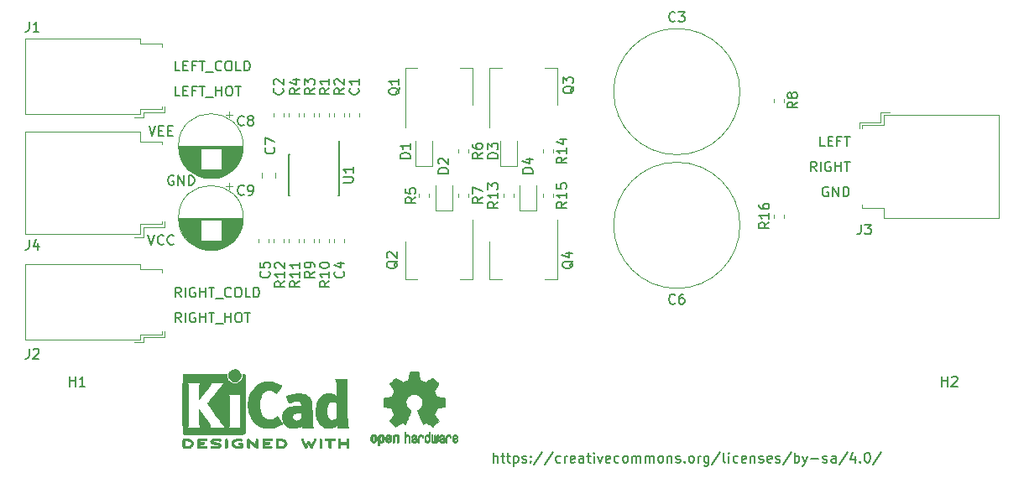
<source format=gbr>
G04 #@! TF.GenerationSoftware,KiCad,Pcbnew,5.1.4*
G04 #@! TF.CreationDate,2019-09-29T22:08:18-04:00*
G04 #@! TF.ProjectId,headphone_amp,68656164-7068-46f6-9e65-5f616d702e6b,0*
G04 #@! TF.SameCoordinates,Original*
G04 #@! TF.FileFunction,Legend,Top*
G04 #@! TF.FilePolarity,Positive*
%FSLAX46Y46*%
G04 Gerber Fmt 4.6, Leading zero omitted, Abs format (unit mm)*
G04 Created by KiCad (PCBNEW 5.1.4) date 2019-09-29 22:08:18*
%MOMM*%
%LPD*%
G04 APERTURE LIST*
%ADD10C,0.150000*%
%ADD11C,0.010000*%
%ADD12C,0.120000*%
G04 APERTURE END LIST*
D10*
X148000000Y-147952380D02*
X148000000Y-146952380D01*
X148428571Y-147952380D02*
X148428571Y-147428571D01*
X148380952Y-147333333D01*
X148285714Y-147285714D01*
X148142857Y-147285714D01*
X148047619Y-147333333D01*
X148000000Y-147380952D01*
X148761904Y-147285714D02*
X149142857Y-147285714D01*
X148904761Y-146952380D02*
X148904761Y-147809523D01*
X148952380Y-147904761D01*
X149047619Y-147952380D01*
X149142857Y-147952380D01*
X149333333Y-147285714D02*
X149714285Y-147285714D01*
X149476190Y-146952380D02*
X149476190Y-147809523D01*
X149523809Y-147904761D01*
X149619047Y-147952380D01*
X149714285Y-147952380D01*
X150047619Y-147285714D02*
X150047619Y-148285714D01*
X150047619Y-147333333D02*
X150142857Y-147285714D01*
X150333333Y-147285714D01*
X150428571Y-147333333D01*
X150476190Y-147380952D01*
X150523809Y-147476190D01*
X150523809Y-147761904D01*
X150476190Y-147857142D01*
X150428571Y-147904761D01*
X150333333Y-147952380D01*
X150142857Y-147952380D01*
X150047619Y-147904761D01*
X150904761Y-147904761D02*
X151000000Y-147952380D01*
X151190476Y-147952380D01*
X151285714Y-147904761D01*
X151333333Y-147809523D01*
X151333333Y-147761904D01*
X151285714Y-147666666D01*
X151190476Y-147619047D01*
X151047619Y-147619047D01*
X150952380Y-147571428D01*
X150904761Y-147476190D01*
X150904761Y-147428571D01*
X150952380Y-147333333D01*
X151047619Y-147285714D01*
X151190476Y-147285714D01*
X151285714Y-147333333D01*
X151761904Y-147857142D02*
X151809523Y-147904761D01*
X151761904Y-147952380D01*
X151714285Y-147904761D01*
X151761904Y-147857142D01*
X151761904Y-147952380D01*
X151761904Y-147333333D02*
X151809523Y-147380952D01*
X151761904Y-147428571D01*
X151714285Y-147380952D01*
X151761904Y-147333333D01*
X151761904Y-147428571D01*
X152952380Y-146904761D02*
X152095238Y-148190476D01*
X154000000Y-146904761D02*
X153142857Y-148190476D01*
X154761904Y-147904761D02*
X154666666Y-147952380D01*
X154476190Y-147952380D01*
X154380952Y-147904761D01*
X154333333Y-147857142D01*
X154285714Y-147761904D01*
X154285714Y-147476190D01*
X154333333Y-147380952D01*
X154380952Y-147333333D01*
X154476190Y-147285714D01*
X154666666Y-147285714D01*
X154761904Y-147333333D01*
X155190476Y-147952380D02*
X155190476Y-147285714D01*
X155190476Y-147476190D02*
X155238095Y-147380952D01*
X155285714Y-147333333D01*
X155380952Y-147285714D01*
X155476190Y-147285714D01*
X156190476Y-147904761D02*
X156095238Y-147952380D01*
X155904761Y-147952380D01*
X155809523Y-147904761D01*
X155761904Y-147809523D01*
X155761904Y-147428571D01*
X155809523Y-147333333D01*
X155904761Y-147285714D01*
X156095238Y-147285714D01*
X156190476Y-147333333D01*
X156238095Y-147428571D01*
X156238095Y-147523809D01*
X155761904Y-147619047D01*
X157095238Y-147952380D02*
X157095238Y-147428571D01*
X157047619Y-147333333D01*
X156952380Y-147285714D01*
X156761904Y-147285714D01*
X156666666Y-147333333D01*
X157095238Y-147904761D02*
X157000000Y-147952380D01*
X156761904Y-147952380D01*
X156666666Y-147904761D01*
X156619047Y-147809523D01*
X156619047Y-147714285D01*
X156666666Y-147619047D01*
X156761904Y-147571428D01*
X157000000Y-147571428D01*
X157095238Y-147523809D01*
X157428571Y-147285714D02*
X157809523Y-147285714D01*
X157571428Y-146952380D02*
X157571428Y-147809523D01*
X157619047Y-147904761D01*
X157714285Y-147952380D01*
X157809523Y-147952380D01*
X158142857Y-147952380D02*
X158142857Y-147285714D01*
X158142857Y-146952380D02*
X158095238Y-147000000D01*
X158142857Y-147047619D01*
X158190476Y-147000000D01*
X158142857Y-146952380D01*
X158142857Y-147047619D01*
X158523809Y-147285714D02*
X158761904Y-147952380D01*
X159000000Y-147285714D01*
X159761904Y-147904761D02*
X159666666Y-147952380D01*
X159476190Y-147952380D01*
X159380952Y-147904761D01*
X159333333Y-147809523D01*
X159333333Y-147428571D01*
X159380952Y-147333333D01*
X159476190Y-147285714D01*
X159666666Y-147285714D01*
X159761904Y-147333333D01*
X159809523Y-147428571D01*
X159809523Y-147523809D01*
X159333333Y-147619047D01*
X160666666Y-147904761D02*
X160571428Y-147952380D01*
X160380952Y-147952380D01*
X160285714Y-147904761D01*
X160238095Y-147857142D01*
X160190476Y-147761904D01*
X160190476Y-147476190D01*
X160238095Y-147380952D01*
X160285714Y-147333333D01*
X160380952Y-147285714D01*
X160571428Y-147285714D01*
X160666666Y-147333333D01*
X161238095Y-147952380D02*
X161142857Y-147904761D01*
X161095238Y-147857142D01*
X161047619Y-147761904D01*
X161047619Y-147476190D01*
X161095238Y-147380952D01*
X161142857Y-147333333D01*
X161238095Y-147285714D01*
X161380952Y-147285714D01*
X161476190Y-147333333D01*
X161523809Y-147380952D01*
X161571428Y-147476190D01*
X161571428Y-147761904D01*
X161523809Y-147857142D01*
X161476190Y-147904761D01*
X161380952Y-147952380D01*
X161238095Y-147952380D01*
X162000000Y-147952380D02*
X162000000Y-147285714D01*
X162000000Y-147380952D02*
X162047619Y-147333333D01*
X162142857Y-147285714D01*
X162285714Y-147285714D01*
X162380952Y-147333333D01*
X162428571Y-147428571D01*
X162428571Y-147952380D01*
X162428571Y-147428571D02*
X162476190Y-147333333D01*
X162571428Y-147285714D01*
X162714285Y-147285714D01*
X162809523Y-147333333D01*
X162857142Y-147428571D01*
X162857142Y-147952380D01*
X163333333Y-147952380D02*
X163333333Y-147285714D01*
X163333333Y-147380952D02*
X163380952Y-147333333D01*
X163476190Y-147285714D01*
X163619047Y-147285714D01*
X163714285Y-147333333D01*
X163761904Y-147428571D01*
X163761904Y-147952380D01*
X163761904Y-147428571D02*
X163809523Y-147333333D01*
X163904761Y-147285714D01*
X164047619Y-147285714D01*
X164142857Y-147333333D01*
X164190476Y-147428571D01*
X164190476Y-147952380D01*
X164809523Y-147952380D02*
X164714285Y-147904761D01*
X164666666Y-147857142D01*
X164619047Y-147761904D01*
X164619047Y-147476190D01*
X164666666Y-147380952D01*
X164714285Y-147333333D01*
X164809523Y-147285714D01*
X164952380Y-147285714D01*
X165047619Y-147333333D01*
X165095238Y-147380952D01*
X165142857Y-147476190D01*
X165142857Y-147761904D01*
X165095238Y-147857142D01*
X165047619Y-147904761D01*
X164952380Y-147952380D01*
X164809523Y-147952380D01*
X165571428Y-147285714D02*
X165571428Y-147952380D01*
X165571428Y-147380952D02*
X165619047Y-147333333D01*
X165714285Y-147285714D01*
X165857142Y-147285714D01*
X165952380Y-147333333D01*
X166000000Y-147428571D01*
X166000000Y-147952380D01*
X166428571Y-147904761D02*
X166523809Y-147952380D01*
X166714285Y-147952380D01*
X166809523Y-147904761D01*
X166857142Y-147809523D01*
X166857142Y-147761904D01*
X166809523Y-147666666D01*
X166714285Y-147619047D01*
X166571428Y-147619047D01*
X166476190Y-147571428D01*
X166428571Y-147476190D01*
X166428571Y-147428571D01*
X166476190Y-147333333D01*
X166571428Y-147285714D01*
X166714285Y-147285714D01*
X166809523Y-147333333D01*
X167285714Y-147857142D02*
X167333333Y-147904761D01*
X167285714Y-147952380D01*
X167238095Y-147904761D01*
X167285714Y-147857142D01*
X167285714Y-147952380D01*
X167904761Y-147952380D02*
X167809523Y-147904761D01*
X167761904Y-147857142D01*
X167714285Y-147761904D01*
X167714285Y-147476190D01*
X167761904Y-147380952D01*
X167809523Y-147333333D01*
X167904761Y-147285714D01*
X168047619Y-147285714D01*
X168142857Y-147333333D01*
X168190476Y-147380952D01*
X168238095Y-147476190D01*
X168238095Y-147761904D01*
X168190476Y-147857142D01*
X168142857Y-147904761D01*
X168047619Y-147952380D01*
X167904761Y-147952380D01*
X168666666Y-147952380D02*
X168666666Y-147285714D01*
X168666666Y-147476190D02*
X168714285Y-147380952D01*
X168761904Y-147333333D01*
X168857142Y-147285714D01*
X168952380Y-147285714D01*
X169714285Y-147285714D02*
X169714285Y-148095238D01*
X169666666Y-148190476D01*
X169619047Y-148238095D01*
X169523809Y-148285714D01*
X169380952Y-148285714D01*
X169285714Y-148238095D01*
X169714285Y-147904761D02*
X169619047Y-147952380D01*
X169428571Y-147952380D01*
X169333333Y-147904761D01*
X169285714Y-147857142D01*
X169238095Y-147761904D01*
X169238095Y-147476190D01*
X169285714Y-147380952D01*
X169333333Y-147333333D01*
X169428571Y-147285714D01*
X169619047Y-147285714D01*
X169714285Y-147333333D01*
X170904761Y-146904761D02*
X170047619Y-148190476D01*
X171380952Y-147952380D02*
X171285714Y-147904761D01*
X171238095Y-147809523D01*
X171238095Y-146952380D01*
X171761904Y-147952380D02*
X171761904Y-147285714D01*
X171761904Y-146952380D02*
X171714285Y-147000000D01*
X171761904Y-147047619D01*
X171809523Y-147000000D01*
X171761904Y-146952380D01*
X171761904Y-147047619D01*
X172666666Y-147904761D02*
X172571428Y-147952380D01*
X172380952Y-147952380D01*
X172285714Y-147904761D01*
X172238095Y-147857142D01*
X172190476Y-147761904D01*
X172190476Y-147476190D01*
X172238095Y-147380952D01*
X172285714Y-147333333D01*
X172380952Y-147285714D01*
X172571428Y-147285714D01*
X172666666Y-147333333D01*
X173476190Y-147904761D02*
X173380952Y-147952380D01*
X173190476Y-147952380D01*
X173095238Y-147904761D01*
X173047619Y-147809523D01*
X173047619Y-147428571D01*
X173095238Y-147333333D01*
X173190476Y-147285714D01*
X173380952Y-147285714D01*
X173476190Y-147333333D01*
X173523809Y-147428571D01*
X173523809Y-147523809D01*
X173047619Y-147619047D01*
X173952380Y-147285714D02*
X173952380Y-147952380D01*
X173952380Y-147380952D02*
X174000000Y-147333333D01*
X174095238Y-147285714D01*
X174238095Y-147285714D01*
X174333333Y-147333333D01*
X174380952Y-147428571D01*
X174380952Y-147952380D01*
X174809523Y-147904761D02*
X174904761Y-147952380D01*
X175095238Y-147952380D01*
X175190476Y-147904761D01*
X175238095Y-147809523D01*
X175238095Y-147761904D01*
X175190476Y-147666666D01*
X175095238Y-147619047D01*
X174952380Y-147619047D01*
X174857142Y-147571428D01*
X174809523Y-147476190D01*
X174809523Y-147428571D01*
X174857142Y-147333333D01*
X174952380Y-147285714D01*
X175095238Y-147285714D01*
X175190476Y-147333333D01*
X176047619Y-147904761D02*
X175952380Y-147952380D01*
X175761904Y-147952380D01*
X175666666Y-147904761D01*
X175619047Y-147809523D01*
X175619047Y-147428571D01*
X175666666Y-147333333D01*
X175761904Y-147285714D01*
X175952380Y-147285714D01*
X176047619Y-147333333D01*
X176095238Y-147428571D01*
X176095238Y-147523809D01*
X175619047Y-147619047D01*
X176476190Y-147904761D02*
X176571428Y-147952380D01*
X176761904Y-147952380D01*
X176857142Y-147904761D01*
X176904761Y-147809523D01*
X176904761Y-147761904D01*
X176857142Y-147666666D01*
X176761904Y-147619047D01*
X176619047Y-147619047D01*
X176523809Y-147571428D01*
X176476190Y-147476190D01*
X176476190Y-147428571D01*
X176523809Y-147333333D01*
X176619047Y-147285714D01*
X176761904Y-147285714D01*
X176857142Y-147333333D01*
X178047619Y-146904761D02*
X177190476Y-148190476D01*
X178380952Y-147952380D02*
X178380952Y-146952380D01*
X178380952Y-147333333D02*
X178476190Y-147285714D01*
X178666666Y-147285714D01*
X178761904Y-147333333D01*
X178809523Y-147380952D01*
X178857142Y-147476190D01*
X178857142Y-147761904D01*
X178809523Y-147857142D01*
X178761904Y-147904761D01*
X178666666Y-147952380D01*
X178476190Y-147952380D01*
X178380952Y-147904761D01*
X179190476Y-147285714D02*
X179428571Y-147952380D01*
X179666666Y-147285714D02*
X179428571Y-147952380D01*
X179333333Y-148190476D01*
X179285714Y-148238095D01*
X179190476Y-148285714D01*
X180047619Y-147571428D02*
X180809523Y-147571428D01*
X181238095Y-147904761D02*
X181333333Y-147952380D01*
X181523809Y-147952380D01*
X181619047Y-147904761D01*
X181666666Y-147809523D01*
X181666666Y-147761904D01*
X181619047Y-147666666D01*
X181523809Y-147619047D01*
X181380952Y-147619047D01*
X181285714Y-147571428D01*
X181238095Y-147476190D01*
X181238095Y-147428571D01*
X181285714Y-147333333D01*
X181380952Y-147285714D01*
X181523809Y-147285714D01*
X181619047Y-147333333D01*
X182523809Y-147952380D02*
X182523809Y-147428571D01*
X182476190Y-147333333D01*
X182380952Y-147285714D01*
X182190476Y-147285714D01*
X182095238Y-147333333D01*
X182523809Y-147904761D02*
X182428571Y-147952380D01*
X182190476Y-147952380D01*
X182095238Y-147904761D01*
X182047619Y-147809523D01*
X182047619Y-147714285D01*
X182095238Y-147619047D01*
X182190476Y-147571428D01*
X182428571Y-147571428D01*
X182523809Y-147523809D01*
X183714285Y-146904761D02*
X182857142Y-148190476D01*
X184476190Y-147285714D02*
X184476190Y-147952380D01*
X184238095Y-146904761D02*
X184000000Y-147619047D01*
X184619047Y-147619047D01*
X185000000Y-147857142D02*
X185047619Y-147904761D01*
X185000000Y-147952380D01*
X184952380Y-147904761D01*
X185000000Y-147857142D01*
X185000000Y-147952380D01*
X185666666Y-146952380D02*
X185761904Y-146952380D01*
X185857142Y-147000000D01*
X185904761Y-147047619D01*
X185952380Y-147142857D01*
X186000000Y-147333333D01*
X186000000Y-147571428D01*
X185952380Y-147761904D01*
X185904761Y-147857142D01*
X185857142Y-147904761D01*
X185761904Y-147952380D01*
X185666666Y-147952380D01*
X185571428Y-147904761D01*
X185523809Y-147857142D01*
X185476190Y-147761904D01*
X185428571Y-147571428D01*
X185428571Y-147333333D01*
X185476190Y-147142857D01*
X185523809Y-147047619D01*
X185571428Y-147000000D01*
X185666666Y-146952380D01*
X187142857Y-146904761D02*
X186285714Y-148190476D01*
D11*
G36*
X140139878Y-138787776D02*
G01*
X140245612Y-138788355D01*
X140322132Y-138789922D01*
X140374372Y-138792972D01*
X140407263Y-138797996D01*
X140425737Y-138805489D01*
X140434727Y-138815944D01*
X140439163Y-138829853D01*
X140439594Y-138831654D01*
X140446333Y-138864145D01*
X140458808Y-138928252D01*
X140475719Y-139017151D01*
X140495771Y-139124019D01*
X140517664Y-139242033D01*
X140518429Y-139246178D01*
X140540359Y-139361831D01*
X140560877Y-139464014D01*
X140578659Y-139546598D01*
X140592381Y-139603456D01*
X140600718Y-139628458D01*
X140601116Y-139628901D01*
X140625677Y-139641110D01*
X140676315Y-139661456D01*
X140742095Y-139685545D01*
X140742461Y-139685674D01*
X140825317Y-139716818D01*
X140923000Y-139756491D01*
X141015077Y-139796381D01*
X141019434Y-139798353D01*
X141169407Y-139866420D01*
X141501498Y-139639639D01*
X141603374Y-139570504D01*
X141695657Y-139508697D01*
X141773003Y-139457733D01*
X141830064Y-139421127D01*
X141861495Y-139402394D01*
X141864479Y-139401004D01*
X141887321Y-139407190D01*
X141929982Y-139437035D01*
X141994128Y-139491947D01*
X142081421Y-139573334D01*
X142170535Y-139659922D01*
X142256441Y-139745247D01*
X142333327Y-139823108D01*
X142396564Y-139888697D01*
X142441523Y-139937205D01*
X142463576Y-139963825D01*
X142464396Y-139965195D01*
X142466834Y-139983463D01*
X142457650Y-140013295D01*
X142434574Y-140058721D01*
X142395337Y-140123770D01*
X142337670Y-140212470D01*
X142260795Y-140326657D01*
X142192570Y-140427162D01*
X142131582Y-140517303D01*
X142081356Y-140591849D01*
X142045416Y-140645565D01*
X142027287Y-140673218D01*
X142026146Y-140675095D01*
X142028359Y-140701590D01*
X142045138Y-140753086D01*
X142073142Y-140819851D01*
X142083122Y-140841172D01*
X142126672Y-140936159D01*
X142173134Y-141043937D01*
X142210877Y-141137192D01*
X142238073Y-141206406D01*
X142259675Y-141259006D01*
X142272158Y-141286497D01*
X142273709Y-141288616D01*
X142296668Y-141292124D01*
X142350786Y-141301738D01*
X142428868Y-141316089D01*
X142523719Y-141333807D01*
X142628143Y-141353525D01*
X142734944Y-141373874D01*
X142836926Y-141393486D01*
X142926894Y-141410991D01*
X142997653Y-141425022D01*
X143042006Y-141434209D01*
X143052885Y-141436807D01*
X143064122Y-141443218D01*
X143072605Y-141457697D01*
X143078714Y-141485133D01*
X143082832Y-141530411D01*
X143085341Y-141598420D01*
X143086621Y-141694047D01*
X143087054Y-141822180D01*
X143087077Y-141874701D01*
X143087077Y-142301845D01*
X142984500Y-142322091D01*
X142927431Y-142333070D01*
X142842269Y-142349095D01*
X142739372Y-142368233D01*
X142629096Y-142388551D01*
X142598615Y-142394132D01*
X142496855Y-142413917D01*
X142408205Y-142433373D01*
X142340108Y-142450697D01*
X142300004Y-142464088D01*
X142293323Y-142468079D01*
X142276919Y-142496342D01*
X142253399Y-142551109D01*
X142227316Y-142621588D01*
X142222142Y-142636769D01*
X142187956Y-142730896D01*
X142145523Y-142837101D01*
X142103997Y-142932473D01*
X142103792Y-142932916D01*
X142034640Y-143082525D01*
X142489512Y-143751617D01*
X142197500Y-144044116D01*
X142109180Y-144131170D01*
X142028625Y-144207909D01*
X141960360Y-144270237D01*
X141908908Y-144314056D01*
X141878794Y-144335270D01*
X141874474Y-144336616D01*
X141849111Y-144326016D01*
X141797358Y-144296547D01*
X141724868Y-144251705D01*
X141637294Y-144194984D01*
X141542612Y-144131462D01*
X141446516Y-144066668D01*
X141360837Y-144010287D01*
X141291016Y-143965788D01*
X141242494Y-143936639D01*
X141220782Y-143926308D01*
X141194293Y-143935050D01*
X141144062Y-143958087D01*
X141080451Y-143990631D01*
X141073708Y-143994249D01*
X140988046Y-144037210D01*
X140929306Y-144058279D01*
X140892772Y-144058503D01*
X140873731Y-144038928D01*
X140873620Y-144038654D01*
X140864102Y-144015472D01*
X140841403Y-143960441D01*
X140807282Y-143877822D01*
X140763500Y-143771872D01*
X140711816Y-143646852D01*
X140653992Y-143507020D01*
X140597991Y-143371637D01*
X140536447Y-143222234D01*
X140479939Y-143083832D01*
X140430161Y-142960673D01*
X140388806Y-142857002D01*
X140357568Y-142777059D01*
X140338141Y-142725088D01*
X140332154Y-142705692D01*
X140347168Y-142683443D01*
X140386439Y-142647982D01*
X140438807Y-142608887D01*
X140587941Y-142485245D01*
X140704511Y-142343522D01*
X140787118Y-142186704D01*
X140834366Y-142017775D01*
X140844857Y-141839722D01*
X140837231Y-141757539D01*
X140795682Y-141587031D01*
X140724123Y-141436459D01*
X140626995Y-141307309D01*
X140508734Y-141201064D01*
X140373780Y-141119210D01*
X140226571Y-141063232D01*
X140071544Y-141034615D01*
X139913139Y-141034844D01*
X139755794Y-141065405D01*
X139603946Y-141127782D01*
X139462035Y-141223460D01*
X139402803Y-141277572D01*
X139289203Y-141416520D01*
X139210106Y-141568361D01*
X139164986Y-141728667D01*
X139153316Y-141893012D01*
X139174569Y-142056971D01*
X139228220Y-142216118D01*
X139313740Y-142366025D01*
X139430605Y-142502267D01*
X139561193Y-142608887D01*
X139615588Y-142649642D01*
X139654014Y-142684718D01*
X139667846Y-142705726D01*
X139660603Y-142728635D01*
X139640005Y-142783365D01*
X139607746Y-142865672D01*
X139565521Y-142971315D01*
X139515023Y-143096050D01*
X139457948Y-143235636D01*
X139401854Y-143371670D01*
X139339967Y-143521201D01*
X139282644Y-143659767D01*
X139231644Y-143783107D01*
X139188727Y-143886964D01*
X139155653Y-143967080D01*
X139134181Y-144019195D01*
X139126225Y-144038654D01*
X139107429Y-144058423D01*
X139071074Y-144058365D01*
X139012479Y-144037441D01*
X138926968Y-143994613D01*
X138926292Y-143994249D01*
X138861907Y-143961012D01*
X138809861Y-143936802D01*
X138780512Y-143926404D01*
X138779217Y-143926308D01*
X138757124Y-143936855D01*
X138708348Y-143966184D01*
X138638331Y-144010827D01*
X138552514Y-144067314D01*
X138457388Y-144131462D01*
X138360540Y-144196411D01*
X138273253Y-144252896D01*
X138201181Y-144297421D01*
X138149977Y-144326490D01*
X138125526Y-144336616D01*
X138103010Y-144323307D01*
X138057742Y-144286112D01*
X137994244Y-144229128D01*
X137917039Y-144156449D01*
X137830651Y-144072171D01*
X137802399Y-144044016D01*
X137510287Y-143751416D01*
X137732631Y-143425104D01*
X137800202Y-143324897D01*
X137859507Y-143234963D01*
X137907217Y-143160510D01*
X137940007Y-143106751D01*
X137954548Y-143078894D01*
X137954974Y-143076912D01*
X137947308Y-143050655D01*
X137926689Y-142997837D01*
X137896685Y-142927310D01*
X137875625Y-142880093D01*
X137836248Y-142789694D01*
X137799165Y-142698366D01*
X137770415Y-142621200D01*
X137762605Y-142597692D01*
X137740417Y-142534916D01*
X137718727Y-142486411D01*
X137706813Y-142468079D01*
X137680523Y-142456859D01*
X137623142Y-142440954D01*
X137542118Y-142422167D01*
X137444895Y-142402299D01*
X137401385Y-142394132D01*
X137290896Y-142373829D01*
X137184916Y-142354170D01*
X137093801Y-142337088D01*
X137027908Y-142324518D01*
X137015500Y-142322091D01*
X136912923Y-142301845D01*
X136912923Y-141874701D01*
X136913153Y-141734246D01*
X136914099Y-141627979D01*
X136916141Y-141551013D01*
X136919662Y-141498460D01*
X136925043Y-141465433D01*
X136932666Y-141447045D01*
X136942912Y-141438408D01*
X136947115Y-141436807D01*
X136972470Y-141431127D01*
X137028484Y-141419795D01*
X137107964Y-141404179D01*
X137203712Y-141385647D01*
X137308533Y-141365569D01*
X137415232Y-141345312D01*
X137516613Y-141326246D01*
X137605479Y-141309739D01*
X137674637Y-141297159D01*
X137716889Y-141289875D01*
X137726290Y-141288616D01*
X137734807Y-141271763D01*
X137753660Y-141226870D01*
X137779324Y-141162430D01*
X137789123Y-141137192D01*
X137828648Y-141039686D01*
X137875192Y-140931959D01*
X137916877Y-140841172D01*
X137947550Y-140771753D01*
X137967956Y-140714710D01*
X137974768Y-140679777D01*
X137973682Y-140675095D01*
X137959285Y-140652991D01*
X137926412Y-140603831D01*
X137878590Y-140532848D01*
X137819348Y-140445278D01*
X137752215Y-140346357D01*
X137738941Y-140326830D01*
X137661046Y-140211140D01*
X137603787Y-140123044D01*
X137564881Y-140058486D01*
X137542044Y-140013411D01*
X137532994Y-139983763D01*
X137535448Y-139965485D01*
X137535511Y-139965369D01*
X137554827Y-139941361D01*
X137597551Y-139894947D01*
X137659051Y-139830937D01*
X137734698Y-139754145D01*
X137819861Y-139669382D01*
X137829465Y-139659922D01*
X137936790Y-139555989D01*
X138019615Y-139479675D01*
X138079605Y-139429571D01*
X138118423Y-139404270D01*
X138135520Y-139401004D01*
X138160473Y-139415250D01*
X138212255Y-139448156D01*
X138285520Y-139496208D01*
X138374920Y-139555890D01*
X138475111Y-139623688D01*
X138498501Y-139639639D01*
X138830593Y-139866420D01*
X138980565Y-139798353D01*
X139071770Y-139758685D01*
X139169669Y-139718791D01*
X139253831Y-139686983D01*
X139257538Y-139685674D01*
X139323369Y-139661576D01*
X139374116Y-139641200D01*
X139398842Y-139628936D01*
X139398884Y-139628901D01*
X139406729Y-139606734D01*
X139420066Y-139552217D01*
X139437570Y-139471480D01*
X139457917Y-139370650D01*
X139479782Y-139255856D01*
X139481571Y-139246178D01*
X139503504Y-139127904D01*
X139523640Y-139020542D01*
X139540680Y-138930917D01*
X139553328Y-138865851D01*
X139560284Y-138832168D01*
X139560406Y-138831654D01*
X139564639Y-138817325D01*
X139572871Y-138806507D01*
X139590033Y-138798706D01*
X139621058Y-138793429D01*
X139670878Y-138790182D01*
X139744424Y-138788472D01*
X139846629Y-138787807D01*
X139982425Y-138787693D01*
X140000000Y-138787692D01*
X140139878Y-138787776D01*
X140139878Y-138787776D01*
G37*
X140139878Y-138787776D02*
X140245612Y-138788355D01*
X140322132Y-138789922D01*
X140374372Y-138792972D01*
X140407263Y-138797996D01*
X140425737Y-138805489D01*
X140434727Y-138815944D01*
X140439163Y-138829853D01*
X140439594Y-138831654D01*
X140446333Y-138864145D01*
X140458808Y-138928252D01*
X140475719Y-139017151D01*
X140495771Y-139124019D01*
X140517664Y-139242033D01*
X140518429Y-139246178D01*
X140540359Y-139361831D01*
X140560877Y-139464014D01*
X140578659Y-139546598D01*
X140592381Y-139603456D01*
X140600718Y-139628458D01*
X140601116Y-139628901D01*
X140625677Y-139641110D01*
X140676315Y-139661456D01*
X140742095Y-139685545D01*
X140742461Y-139685674D01*
X140825317Y-139716818D01*
X140923000Y-139756491D01*
X141015077Y-139796381D01*
X141019434Y-139798353D01*
X141169407Y-139866420D01*
X141501498Y-139639639D01*
X141603374Y-139570504D01*
X141695657Y-139508697D01*
X141773003Y-139457733D01*
X141830064Y-139421127D01*
X141861495Y-139402394D01*
X141864479Y-139401004D01*
X141887321Y-139407190D01*
X141929982Y-139437035D01*
X141994128Y-139491947D01*
X142081421Y-139573334D01*
X142170535Y-139659922D01*
X142256441Y-139745247D01*
X142333327Y-139823108D01*
X142396564Y-139888697D01*
X142441523Y-139937205D01*
X142463576Y-139963825D01*
X142464396Y-139965195D01*
X142466834Y-139983463D01*
X142457650Y-140013295D01*
X142434574Y-140058721D01*
X142395337Y-140123770D01*
X142337670Y-140212470D01*
X142260795Y-140326657D01*
X142192570Y-140427162D01*
X142131582Y-140517303D01*
X142081356Y-140591849D01*
X142045416Y-140645565D01*
X142027287Y-140673218D01*
X142026146Y-140675095D01*
X142028359Y-140701590D01*
X142045138Y-140753086D01*
X142073142Y-140819851D01*
X142083122Y-140841172D01*
X142126672Y-140936159D01*
X142173134Y-141043937D01*
X142210877Y-141137192D01*
X142238073Y-141206406D01*
X142259675Y-141259006D01*
X142272158Y-141286497D01*
X142273709Y-141288616D01*
X142296668Y-141292124D01*
X142350786Y-141301738D01*
X142428868Y-141316089D01*
X142523719Y-141333807D01*
X142628143Y-141353525D01*
X142734944Y-141373874D01*
X142836926Y-141393486D01*
X142926894Y-141410991D01*
X142997653Y-141425022D01*
X143042006Y-141434209D01*
X143052885Y-141436807D01*
X143064122Y-141443218D01*
X143072605Y-141457697D01*
X143078714Y-141485133D01*
X143082832Y-141530411D01*
X143085341Y-141598420D01*
X143086621Y-141694047D01*
X143087054Y-141822180D01*
X143087077Y-141874701D01*
X143087077Y-142301845D01*
X142984500Y-142322091D01*
X142927431Y-142333070D01*
X142842269Y-142349095D01*
X142739372Y-142368233D01*
X142629096Y-142388551D01*
X142598615Y-142394132D01*
X142496855Y-142413917D01*
X142408205Y-142433373D01*
X142340108Y-142450697D01*
X142300004Y-142464088D01*
X142293323Y-142468079D01*
X142276919Y-142496342D01*
X142253399Y-142551109D01*
X142227316Y-142621588D01*
X142222142Y-142636769D01*
X142187956Y-142730896D01*
X142145523Y-142837101D01*
X142103997Y-142932473D01*
X142103792Y-142932916D01*
X142034640Y-143082525D01*
X142489512Y-143751617D01*
X142197500Y-144044116D01*
X142109180Y-144131170D01*
X142028625Y-144207909D01*
X141960360Y-144270237D01*
X141908908Y-144314056D01*
X141878794Y-144335270D01*
X141874474Y-144336616D01*
X141849111Y-144326016D01*
X141797358Y-144296547D01*
X141724868Y-144251705D01*
X141637294Y-144194984D01*
X141542612Y-144131462D01*
X141446516Y-144066668D01*
X141360837Y-144010287D01*
X141291016Y-143965788D01*
X141242494Y-143936639D01*
X141220782Y-143926308D01*
X141194293Y-143935050D01*
X141144062Y-143958087D01*
X141080451Y-143990631D01*
X141073708Y-143994249D01*
X140988046Y-144037210D01*
X140929306Y-144058279D01*
X140892772Y-144058503D01*
X140873731Y-144038928D01*
X140873620Y-144038654D01*
X140864102Y-144015472D01*
X140841403Y-143960441D01*
X140807282Y-143877822D01*
X140763500Y-143771872D01*
X140711816Y-143646852D01*
X140653992Y-143507020D01*
X140597991Y-143371637D01*
X140536447Y-143222234D01*
X140479939Y-143083832D01*
X140430161Y-142960673D01*
X140388806Y-142857002D01*
X140357568Y-142777059D01*
X140338141Y-142725088D01*
X140332154Y-142705692D01*
X140347168Y-142683443D01*
X140386439Y-142647982D01*
X140438807Y-142608887D01*
X140587941Y-142485245D01*
X140704511Y-142343522D01*
X140787118Y-142186704D01*
X140834366Y-142017775D01*
X140844857Y-141839722D01*
X140837231Y-141757539D01*
X140795682Y-141587031D01*
X140724123Y-141436459D01*
X140626995Y-141307309D01*
X140508734Y-141201064D01*
X140373780Y-141119210D01*
X140226571Y-141063232D01*
X140071544Y-141034615D01*
X139913139Y-141034844D01*
X139755794Y-141065405D01*
X139603946Y-141127782D01*
X139462035Y-141223460D01*
X139402803Y-141277572D01*
X139289203Y-141416520D01*
X139210106Y-141568361D01*
X139164986Y-141728667D01*
X139153316Y-141893012D01*
X139174569Y-142056971D01*
X139228220Y-142216118D01*
X139313740Y-142366025D01*
X139430605Y-142502267D01*
X139561193Y-142608887D01*
X139615588Y-142649642D01*
X139654014Y-142684718D01*
X139667846Y-142705726D01*
X139660603Y-142728635D01*
X139640005Y-142783365D01*
X139607746Y-142865672D01*
X139565521Y-142971315D01*
X139515023Y-143096050D01*
X139457948Y-143235636D01*
X139401854Y-143371670D01*
X139339967Y-143521201D01*
X139282644Y-143659767D01*
X139231644Y-143783107D01*
X139188727Y-143886964D01*
X139155653Y-143967080D01*
X139134181Y-144019195D01*
X139126225Y-144038654D01*
X139107429Y-144058423D01*
X139071074Y-144058365D01*
X139012479Y-144037441D01*
X138926968Y-143994613D01*
X138926292Y-143994249D01*
X138861907Y-143961012D01*
X138809861Y-143936802D01*
X138780512Y-143926404D01*
X138779217Y-143926308D01*
X138757124Y-143936855D01*
X138708348Y-143966184D01*
X138638331Y-144010827D01*
X138552514Y-144067314D01*
X138457388Y-144131462D01*
X138360540Y-144196411D01*
X138273253Y-144252896D01*
X138201181Y-144297421D01*
X138149977Y-144326490D01*
X138125526Y-144336616D01*
X138103010Y-144323307D01*
X138057742Y-144286112D01*
X137994244Y-144229128D01*
X137917039Y-144156449D01*
X137830651Y-144072171D01*
X137802399Y-144044016D01*
X137510287Y-143751416D01*
X137732631Y-143425104D01*
X137800202Y-143324897D01*
X137859507Y-143234963D01*
X137907217Y-143160510D01*
X137940007Y-143106751D01*
X137954548Y-143078894D01*
X137954974Y-143076912D01*
X137947308Y-143050655D01*
X137926689Y-142997837D01*
X137896685Y-142927310D01*
X137875625Y-142880093D01*
X137836248Y-142789694D01*
X137799165Y-142698366D01*
X137770415Y-142621200D01*
X137762605Y-142597692D01*
X137740417Y-142534916D01*
X137718727Y-142486411D01*
X137706813Y-142468079D01*
X137680523Y-142456859D01*
X137623142Y-142440954D01*
X137542118Y-142422167D01*
X137444895Y-142402299D01*
X137401385Y-142394132D01*
X137290896Y-142373829D01*
X137184916Y-142354170D01*
X137093801Y-142337088D01*
X137027908Y-142324518D01*
X137015500Y-142322091D01*
X136912923Y-142301845D01*
X136912923Y-141874701D01*
X136913153Y-141734246D01*
X136914099Y-141627979D01*
X136916141Y-141551013D01*
X136919662Y-141498460D01*
X136925043Y-141465433D01*
X136932666Y-141447045D01*
X136942912Y-141438408D01*
X136947115Y-141436807D01*
X136972470Y-141431127D01*
X137028484Y-141419795D01*
X137107964Y-141404179D01*
X137203712Y-141385647D01*
X137308533Y-141365569D01*
X137415232Y-141345312D01*
X137516613Y-141326246D01*
X137605479Y-141309739D01*
X137674637Y-141297159D01*
X137716889Y-141289875D01*
X137726290Y-141288616D01*
X137734807Y-141271763D01*
X137753660Y-141226870D01*
X137779324Y-141162430D01*
X137789123Y-141137192D01*
X137828648Y-141039686D01*
X137875192Y-140931959D01*
X137916877Y-140841172D01*
X137947550Y-140771753D01*
X137967956Y-140714710D01*
X137974768Y-140679777D01*
X137973682Y-140675095D01*
X137959285Y-140652991D01*
X137926412Y-140603831D01*
X137878590Y-140532848D01*
X137819348Y-140445278D01*
X137752215Y-140346357D01*
X137738941Y-140326830D01*
X137661046Y-140211140D01*
X137603787Y-140123044D01*
X137564881Y-140058486D01*
X137542044Y-140013411D01*
X137532994Y-139983763D01*
X137535448Y-139965485D01*
X137535511Y-139965369D01*
X137554827Y-139941361D01*
X137597551Y-139894947D01*
X137659051Y-139830937D01*
X137734698Y-139754145D01*
X137819861Y-139669382D01*
X137829465Y-139659922D01*
X137936790Y-139555989D01*
X138019615Y-139479675D01*
X138079605Y-139429571D01*
X138118423Y-139404270D01*
X138135520Y-139401004D01*
X138160473Y-139415250D01*
X138212255Y-139448156D01*
X138285520Y-139496208D01*
X138374920Y-139555890D01*
X138475111Y-139623688D01*
X138498501Y-139639639D01*
X138830593Y-139866420D01*
X138980565Y-139798353D01*
X139071770Y-139758685D01*
X139169669Y-139718791D01*
X139253831Y-139686983D01*
X139257538Y-139685674D01*
X139323369Y-139661576D01*
X139374116Y-139641200D01*
X139398842Y-139628936D01*
X139398884Y-139628901D01*
X139406729Y-139606734D01*
X139420066Y-139552217D01*
X139437570Y-139471480D01*
X139457917Y-139370650D01*
X139479782Y-139255856D01*
X139481571Y-139246178D01*
X139503504Y-139127904D01*
X139523640Y-139020542D01*
X139540680Y-138930917D01*
X139553328Y-138865851D01*
X139560284Y-138832168D01*
X139560406Y-138831654D01*
X139564639Y-138817325D01*
X139572871Y-138806507D01*
X139590033Y-138798706D01*
X139621058Y-138793429D01*
X139670878Y-138790182D01*
X139744424Y-138788472D01*
X139846629Y-138787807D01*
X139982425Y-138787693D01*
X140000000Y-138787692D01*
X140139878Y-138787776D01*
G36*
X144245224Y-145147838D02*
G01*
X144322528Y-145198361D01*
X144359814Y-145243590D01*
X144389353Y-145325663D01*
X144391699Y-145390607D01*
X144386385Y-145477445D01*
X144186115Y-145565103D01*
X144088739Y-145609887D01*
X144025113Y-145645913D01*
X143992029Y-145677117D01*
X143986280Y-145707436D01*
X144004658Y-145740805D01*
X144024923Y-145762923D01*
X144083889Y-145798393D01*
X144148024Y-145800879D01*
X144206926Y-145773235D01*
X144250197Y-145718320D01*
X144257936Y-145698928D01*
X144295006Y-145638364D01*
X144337654Y-145612552D01*
X144396154Y-145590471D01*
X144396154Y-145674184D01*
X144390982Y-145731150D01*
X144370723Y-145779189D01*
X144328262Y-145834346D01*
X144321951Y-145841514D01*
X144274720Y-145890585D01*
X144234121Y-145916920D01*
X144183328Y-145929035D01*
X144141220Y-145933003D01*
X144065902Y-145933991D01*
X144012286Y-145921466D01*
X143978838Y-145902869D01*
X143926268Y-145861975D01*
X143889879Y-145817748D01*
X143866850Y-145762126D01*
X143854359Y-145687047D01*
X143849587Y-145584449D01*
X143849206Y-145532376D01*
X143850501Y-145469948D01*
X143968471Y-145469948D01*
X143969839Y-145503438D01*
X143973249Y-145508923D01*
X143995753Y-145501472D01*
X144044182Y-145481753D01*
X144108908Y-145453718D01*
X144122443Y-145447692D01*
X144204244Y-145406096D01*
X144249312Y-145369538D01*
X144259217Y-145335296D01*
X144235526Y-145300648D01*
X144215960Y-145285339D01*
X144145360Y-145254721D01*
X144079280Y-145259780D01*
X144023959Y-145297151D01*
X143985636Y-145363473D01*
X143973349Y-145416116D01*
X143968471Y-145469948D01*
X143850501Y-145469948D01*
X143851730Y-145410720D01*
X143861032Y-145320710D01*
X143879460Y-145255167D01*
X143909360Y-145206912D01*
X143953080Y-145168767D01*
X143972141Y-145156440D01*
X144058726Y-145124336D01*
X144153522Y-145122316D01*
X144245224Y-145147838D01*
X144245224Y-145147838D01*
G37*
X144245224Y-145147838D02*
X144322528Y-145198361D01*
X144359814Y-145243590D01*
X144389353Y-145325663D01*
X144391699Y-145390607D01*
X144386385Y-145477445D01*
X144186115Y-145565103D01*
X144088739Y-145609887D01*
X144025113Y-145645913D01*
X143992029Y-145677117D01*
X143986280Y-145707436D01*
X144004658Y-145740805D01*
X144024923Y-145762923D01*
X144083889Y-145798393D01*
X144148024Y-145800879D01*
X144206926Y-145773235D01*
X144250197Y-145718320D01*
X144257936Y-145698928D01*
X144295006Y-145638364D01*
X144337654Y-145612552D01*
X144396154Y-145590471D01*
X144396154Y-145674184D01*
X144390982Y-145731150D01*
X144370723Y-145779189D01*
X144328262Y-145834346D01*
X144321951Y-145841514D01*
X144274720Y-145890585D01*
X144234121Y-145916920D01*
X144183328Y-145929035D01*
X144141220Y-145933003D01*
X144065902Y-145933991D01*
X144012286Y-145921466D01*
X143978838Y-145902869D01*
X143926268Y-145861975D01*
X143889879Y-145817748D01*
X143866850Y-145762126D01*
X143854359Y-145687047D01*
X143849587Y-145584449D01*
X143849206Y-145532376D01*
X143850501Y-145469948D01*
X143968471Y-145469948D01*
X143969839Y-145503438D01*
X143973249Y-145508923D01*
X143995753Y-145501472D01*
X144044182Y-145481753D01*
X144108908Y-145453718D01*
X144122443Y-145447692D01*
X144204244Y-145406096D01*
X144249312Y-145369538D01*
X144259217Y-145335296D01*
X144235526Y-145300648D01*
X144215960Y-145285339D01*
X144145360Y-145254721D01*
X144079280Y-145259780D01*
X144023959Y-145297151D01*
X143985636Y-145363473D01*
X143973349Y-145416116D01*
X143968471Y-145469948D01*
X143850501Y-145469948D01*
X143851730Y-145410720D01*
X143861032Y-145320710D01*
X143879460Y-145255167D01*
X143909360Y-145206912D01*
X143953080Y-145168767D01*
X143972141Y-145156440D01*
X144058726Y-145124336D01*
X144153522Y-145122316D01*
X144245224Y-145147838D01*
G36*
X143570807Y-145136782D02*
G01*
X143594161Y-145146988D01*
X143649902Y-145191134D01*
X143697569Y-145254967D01*
X143727048Y-145323087D01*
X143731846Y-145356670D01*
X143715760Y-145403556D01*
X143680475Y-145428365D01*
X143642644Y-145443387D01*
X143625321Y-145446155D01*
X143616886Y-145426066D01*
X143600230Y-145382351D01*
X143592923Y-145362598D01*
X143551948Y-145294271D01*
X143492622Y-145260191D01*
X143416552Y-145261239D01*
X143410918Y-145262581D01*
X143370305Y-145281836D01*
X143340448Y-145319375D01*
X143320055Y-145379809D01*
X143307836Y-145467751D01*
X143302500Y-145587813D01*
X143302000Y-145651698D01*
X143301752Y-145752403D01*
X143300126Y-145821054D01*
X143295801Y-145864673D01*
X143287454Y-145890282D01*
X143273765Y-145904903D01*
X143253411Y-145915558D01*
X143252234Y-145916095D01*
X143213038Y-145932667D01*
X143193619Y-145938769D01*
X143190635Y-145920319D01*
X143188081Y-145869323D01*
X143186140Y-145792308D01*
X143184997Y-145695805D01*
X143184769Y-145625184D01*
X143185932Y-145488525D01*
X143190479Y-145384851D01*
X143199999Y-145308108D01*
X143216081Y-145252246D01*
X143240313Y-145211212D01*
X143274286Y-145178954D01*
X143307833Y-145156440D01*
X143388499Y-145126476D01*
X143482381Y-145119718D01*
X143570807Y-145136782D01*
X143570807Y-145136782D01*
G37*
X143570807Y-145136782D02*
X143594161Y-145146988D01*
X143649902Y-145191134D01*
X143697569Y-145254967D01*
X143727048Y-145323087D01*
X143731846Y-145356670D01*
X143715760Y-145403556D01*
X143680475Y-145428365D01*
X143642644Y-145443387D01*
X143625321Y-145446155D01*
X143616886Y-145426066D01*
X143600230Y-145382351D01*
X143592923Y-145362598D01*
X143551948Y-145294271D01*
X143492622Y-145260191D01*
X143416552Y-145261239D01*
X143410918Y-145262581D01*
X143370305Y-145281836D01*
X143340448Y-145319375D01*
X143320055Y-145379809D01*
X143307836Y-145467751D01*
X143302500Y-145587813D01*
X143302000Y-145651698D01*
X143301752Y-145752403D01*
X143300126Y-145821054D01*
X143295801Y-145864673D01*
X143287454Y-145890282D01*
X143273765Y-145904903D01*
X143253411Y-145915558D01*
X143252234Y-145916095D01*
X143213038Y-145932667D01*
X143193619Y-145938769D01*
X143190635Y-145920319D01*
X143188081Y-145869323D01*
X143186140Y-145792308D01*
X143184997Y-145695805D01*
X143184769Y-145625184D01*
X143185932Y-145488525D01*
X143190479Y-145384851D01*
X143199999Y-145308108D01*
X143216081Y-145252246D01*
X143240313Y-145211212D01*
X143274286Y-145178954D01*
X143307833Y-145156440D01*
X143388499Y-145126476D01*
X143482381Y-145119718D01*
X143570807Y-145136782D01*
G36*
X142887333Y-145133528D02*
G01*
X142943590Y-145159117D01*
X142987747Y-145190124D01*
X143020101Y-145224795D01*
X143042438Y-145269520D01*
X143056546Y-145330692D01*
X143064211Y-145414701D01*
X143067220Y-145527940D01*
X143067538Y-145602509D01*
X143067538Y-145893420D01*
X143017773Y-145916095D01*
X142978576Y-145932667D01*
X142959157Y-145938769D01*
X142955442Y-145920610D01*
X142952495Y-145871648D01*
X142950691Y-145800153D01*
X142950308Y-145743385D01*
X142948661Y-145661371D01*
X142944222Y-145596309D01*
X142937740Y-145556467D01*
X142932590Y-145548000D01*
X142897977Y-145556646D01*
X142843640Y-145578823D01*
X142780722Y-145608886D01*
X142720368Y-145641192D01*
X142673721Y-145670098D01*
X142651926Y-145689961D01*
X142651839Y-145690175D01*
X142653714Y-145726935D01*
X142670525Y-145762026D01*
X142700039Y-145790528D01*
X142743116Y-145800061D01*
X142779932Y-145798950D01*
X142832074Y-145798133D01*
X142859444Y-145810349D01*
X142875882Y-145842624D01*
X142877955Y-145848710D01*
X142885081Y-145894739D01*
X142866024Y-145922687D01*
X142816353Y-145936007D01*
X142762697Y-145938470D01*
X142666142Y-145920210D01*
X142616159Y-145894131D01*
X142554429Y-145832868D01*
X142521690Y-145757670D01*
X142518753Y-145678211D01*
X142546424Y-145604167D01*
X142588047Y-145557769D01*
X142629604Y-145531793D01*
X142694922Y-145498907D01*
X142771038Y-145465557D01*
X142783726Y-145460461D01*
X142867333Y-145423565D01*
X142915530Y-145391046D01*
X142931030Y-145358718D01*
X142916550Y-145322394D01*
X142891692Y-145294000D01*
X142832939Y-145259039D01*
X142768293Y-145256417D01*
X142709008Y-145283358D01*
X142666339Y-145337088D01*
X142660739Y-145350950D01*
X142628133Y-145401936D01*
X142580530Y-145439787D01*
X142520461Y-145470850D01*
X142520461Y-145382768D01*
X142523997Y-145328951D01*
X142539156Y-145286534D01*
X142572768Y-145241279D01*
X142605035Y-145206420D01*
X142655209Y-145157062D01*
X142694193Y-145130547D01*
X142736064Y-145119911D01*
X142783460Y-145118154D01*
X142887333Y-145133528D01*
X142887333Y-145133528D01*
G37*
X142887333Y-145133528D02*
X142943590Y-145159117D01*
X142987747Y-145190124D01*
X143020101Y-145224795D01*
X143042438Y-145269520D01*
X143056546Y-145330692D01*
X143064211Y-145414701D01*
X143067220Y-145527940D01*
X143067538Y-145602509D01*
X143067538Y-145893420D01*
X143017773Y-145916095D01*
X142978576Y-145932667D01*
X142959157Y-145938769D01*
X142955442Y-145920610D01*
X142952495Y-145871648D01*
X142950691Y-145800153D01*
X142950308Y-145743385D01*
X142948661Y-145661371D01*
X142944222Y-145596309D01*
X142937740Y-145556467D01*
X142932590Y-145548000D01*
X142897977Y-145556646D01*
X142843640Y-145578823D01*
X142780722Y-145608886D01*
X142720368Y-145641192D01*
X142673721Y-145670098D01*
X142651926Y-145689961D01*
X142651839Y-145690175D01*
X142653714Y-145726935D01*
X142670525Y-145762026D01*
X142700039Y-145790528D01*
X142743116Y-145800061D01*
X142779932Y-145798950D01*
X142832074Y-145798133D01*
X142859444Y-145810349D01*
X142875882Y-145842624D01*
X142877955Y-145848710D01*
X142885081Y-145894739D01*
X142866024Y-145922687D01*
X142816353Y-145936007D01*
X142762697Y-145938470D01*
X142666142Y-145920210D01*
X142616159Y-145894131D01*
X142554429Y-145832868D01*
X142521690Y-145757670D01*
X142518753Y-145678211D01*
X142546424Y-145604167D01*
X142588047Y-145557769D01*
X142629604Y-145531793D01*
X142694922Y-145498907D01*
X142771038Y-145465557D01*
X142783726Y-145460461D01*
X142867333Y-145423565D01*
X142915530Y-145391046D01*
X142931030Y-145358718D01*
X142916550Y-145322394D01*
X142891692Y-145294000D01*
X142832939Y-145259039D01*
X142768293Y-145256417D01*
X142709008Y-145283358D01*
X142666339Y-145337088D01*
X142660739Y-145350950D01*
X142628133Y-145401936D01*
X142580530Y-145439787D01*
X142520461Y-145470850D01*
X142520461Y-145382768D01*
X142523997Y-145328951D01*
X142539156Y-145286534D01*
X142572768Y-145241279D01*
X142605035Y-145206420D01*
X142655209Y-145157062D01*
X142694193Y-145130547D01*
X142736064Y-145119911D01*
X142783460Y-145118154D01*
X142887333Y-145133528D01*
G36*
X142395929Y-145136662D02*
G01*
X142398911Y-145188068D01*
X142401247Y-145266192D01*
X142402749Y-145364857D01*
X142403231Y-145468343D01*
X142403231Y-145818533D01*
X142341401Y-145880363D01*
X142298793Y-145918462D01*
X142261390Y-145933895D01*
X142210270Y-145932918D01*
X142189978Y-145930433D01*
X142126554Y-145923200D01*
X142074095Y-145919055D01*
X142061308Y-145918672D01*
X142018199Y-145921176D01*
X141956544Y-145927462D01*
X141932638Y-145930433D01*
X141873922Y-145935028D01*
X141834464Y-145925046D01*
X141795338Y-145894228D01*
X141781215Y-145880363D01*
X141719385Y-145818533D01*
X141719385Y-145163503D01*
X141769150Y-145140829D01*
X141812002Y-145124034D01*
X141837073Y-145118154D01*
X141843501Y-145136736D01*
X141849509Y-145188655D01*
X141854697Y-145268172D01*
X141858664Y-145369546D01*
X141860577Y-145455192D01*
X141865923Y-145792231D01*
X141912560Y-145798825D01*
X141954976Y-145794214D01*
X141975760Y-145779287D01*
X141981570Y-145751377D01*
X141986530Y-145691925D01*
X141990246Y-145608466D01*
X141992324Y-145508532D01*
X141992624Y-145457104D01*
X141992923Y-145161054D01*
X142054454Y-145139604D01*
X142098004Y-145125020D01*
X142121694Y-145118219D01*
X142122377Y-145118154D01*
X142124754Y-145136642D01*
X142127366Y-145187906D01*
X142129995Y-145265649D01*
X142132421Y-145363574D01*
X142134115Y-145455192D01*
X142139461Y-145792231D01*
X142256692Y-145792231D01*
X142262072Y-145484746D01*
X142267451Y-145177261D01*
X142324601Y-145147707D01*
X142366797Y-145127413D01*
X142391770Y-145118204D01*
X142392491Y-145118154D01*
X142395929Y-145136662D01*
X142395929Y-145136662D01*
G37*
X142395929Y-145136662D02*
X142398911Y-145188068D01*
X142401247Y-145266192D01*
X142402749Y-145364857D01*
X142403231Y-145468343D01*
X142403231Y-145818533D01*
X142341401Y-145880363D01*
X142298793Y-145918462D01*
X142261390Y-145933895D01*
X142210270Y-145932918D01*
X142189978Y-145930433D01*
X142126554Y-145923200D01*
X142074095Y-145919055D01*
X142061308Y-145918672D01*
X142018199Y-145921176D01*
X141956544Y-145927462D01*
X141932638Y-145930433D01*
X141873922Y-145935028D01*
X141834464Y-145925046D01*
X141795338Y-145894228D01*
X141781215Y-145880363D01*
X141719385Y-145818533D01*
X141719385Y-145163503D01*
X141769150Y-145140829D01*
X141812002Y-145124034D01*
X141837073Y-145118154D01*
X141843501Y-145136736D01*
X141849509Y-145188655D01*
X141854697Y-145268172D01*
X141858664Y-145369546D01*
X141860577Y-145455192D01*
X141865923Y-145792231D01*
X141912560Y-145798825D01*
X141954976Y-145794214D01*
X141975760Y-145779287D01*
X141981570Y-145751377D01*
X141986530Y-145691925D01*
X141990246Y-145608466D01*
X141992324Y-145508532D01*
X141992624Y-145457104D01*
X141992923Y-145161054D01*
X142054454Y-145139604D01*
X142098004Y-145125020D01*
X142121694Y-145118219D01*
X142122377Y-145118154D01*
X142124754Y-145136642D01*
X142127366Y-145187906D01*
X142129995Y-145265649D01*
X142132421Y-145363574D01*
X142134115Y-145455192D01*
X142139461Y-145792231D01*
X142256692Y-145792231D01*
X142262072Y-145484746D01*
X142267451Y-145177261D01*
X142324601Y-145147707D01*
X142366797Y-145127413D01*
X142391770Y-145118204D01*
X142392491Y-145118154D01*
X142395929Y-145136662D01*
G36*
X141602081Y-145280289D02*
G01*
X141601833Y-145426320D01*
X141600872Y-145538655D01*
X141598794Y-145622678D01*
X141595193Y-145683769D01*
X141589665Y-145727309D01*
X141581804Y-145758679D01*
X141571207Y-145783262D01*
X141563182Y-145797294D01*
X141496728Y-145873388D01*
X141412470Y-145921084D01*
X141319249Y-145938199D01*
X141225900Y-145922546D01*
X141170312Y-145894418D01*
X141111957Y-145845760D01*
X141072186Y-145786333D01*
X141048190Y-145708507D01*
X141037161Y-145604652D01*
X141035599Y-145528462D01*
X141035809Y-145522986D01*
X141172308Y-145522986D01*
X141173141Y-145610355D01*
X141176961Y-145668192D01*
X141185746Y-145706029D01*
X141201474Y-145733398D01*
X141220266Y-145754042D01*
X141283375Y-145793890D01*
X141351137Y-145797295D01*
X141415179Y-145764025D01*
X141420164Y-145759517D01*
X141441439Y-145736067D01*
X141454779Y-145708166D01*
X141462001Y-145666641D01*
X141464923Y-145602316D01*
X141465385Y-145531200D01*
X141464383Y-145441858D01*
X141460238Y-145382258D01*
X141451236Y-145343089D01*
X141435667Y-145315040D01*
X141422902Y-145300144D01*
X141363600Y-145262575D01*
X141295301Y-145258057D01*
X141230110Y-145286753D01*
X141217528Y-145297406D01*
X141196111Y-145321063D01*
X141182744Y-145349251D01*
X141175566Y-145391245D01*
X141172719Y-145456319D01*
X141172308Y-145522986D01*
X141035809Y-145522986D01*
X141040322Y-145405765D01*
X141056362Y-145313577D01*
X141086528Y-145244269D01*
X141133629Y-145190211D01*
X141170312Y-145162505D01*
X141236990Y-145132572D01*
X141314272Y-145118678D01*
X141386110Y-145122397D01*
X141426308Y-145137400D01*
X141442082Y-145141670D01*
X141452550Y-145125750D01*
X141459856Y-145083089D01*
X141465385Y-145018106D01*
X141471437Y-144945732D01*
X141479844Y-144902187D01*
X141495141Y-144877287D01*
X141521864Y-144860845D01*
X141538654Y-144853564D01*
X141602154Y-144826963D01*
X141602081Y-145280289D01*
X141602081Y-145280289D01*
G37*
X141602081Y-145280289D02*
X141601833Y-145426320D01*
X141600872Y-145538655D01*
X141598794Y-145622678D01*
X141595193Y-145683769D01*
X141589665Y-145727309D01*
X141581804Y-145758679D01*
X141571207Y-145783262D01*
X141563182Y-145797294D01*
X141496728Y-145873388D01*
X141412470Y-145921084D01*
X141319249Y-145938199D01*
X141225900Y-145922546D01*
X141170312Y-145894418D01*
X141111957Y-145845760D01*
X141072186Y-145786333D01*
X141048190Y-145708507D01*
X141037161Y-145604652D01*
X141035599Y-145528462D01*
X141035809Y-145522986D01*
X141172308Y-145522986D01*
X141173141Y-145610355D01*
X141176961Y-145668192D01*
X141185746Y-145706029D01*
X141201474Y-145733398D01*
X141220266Y-145754042D01*
X141283375Y-145793890D01*
X141351137Y-145797295D01*
X141415179Y-145764025D01*
X141420164Y-145759517D01*
X141441439Y-145736067D01*
X141454779Y-145708166D01*
X141462001Y-145666641D01*
X141464923Y-145602316D01*
X141465385Y-145531200D01*
X141464383Y-145441858D01*
X141460238Y-145382258D01*
X141451236Y-145343089D01*
X141435667Y-145315040D01*
X141422902Y-145300144D01*
X141363600Y-145262575D01*
X141295301Y-145258057D01*
X141230110Y-145286753D01*
X141217528Y-145297406D01*
X141196111Y-145321063D01*
X141182744Y-145349251D01*
X141175566Y-145391245D01*
X141172719Y-145456319D01*
X141172308Y-145522986D01*
X141035809Y-145522986D01*
X141040322Y-145405765D01*
X141056362Y-145313577D01*
X141086528Y-145244269D01*
X141133629Y-145190211D01*
X141170312Y-145162505D01*
X141236990Y-145132572D01*
X141314272Y-145118678D01*
X141386110Y-145122397D01*
X141426308Y-145137400D01*
X141442082Y-145141670D01*
X141452550Y-145125750D01*
X141459856Y-145083089D01*
X141465385Y-145018106D01*
X141471437Y-144945732D01*
X141479844Y-144902187D01*
X141495141Y-144877287D01*
X141521864Y-144860845D01*
X141538654Y-144853564D01*
X141602154Y-144826963D01*
X141602081Y-145280289D01*
G36*
X140713362Y-145124670D02*
G01*
X140802117Y-145157421D01*
X140874022Y-145215350D01*
X140902144Y-145256128D01*
X140932802Y-145330954D01*
X140932165Y-145385058D01*
X140899987Y-145421446D01*
X140888081Y-145427633D01*
X140836675Y-145446925D01*
X140810422Y-145441982D01*
X140801530Y-145409587D01*
X140801077Y-145391692D01*
X140784797Y-145325859D01*
X140742365Y-145279807D01*
X140683388Y-145257564D01*
X140617475Y-145263161D01*
X140563895Y-145292229D01*
X140545798Y-145308810D01*
X140532971Y-145328925D01*
X140524306Y-145359332D01*
X140518696Y-145406788D01*
X140515035Y-145478050D01*
X140512215Y-145579875D01*
X140511484Y-145612115D01*
X140508820Y-145722410D01*
X140505792Y-145800036D01*
X140501250Y-145851396D01*
X140494046Y-145882890D01*
X140483033Y-145900920D01*
X140467060Y-145911888D01*
X140456834Y-145916733D01*
X140413406Y-145933301D01*
X140387842Y-145938769D01*
X140379395Y-145920507D01*
X140374239Y-145865296D01*
X140372346Y-145772499D01*
X140373689Y-145641478D01*
X140374107Y-145621269D01*
X140377058Y-145501733D01*
X140380548Y-145414449D01*
X140385514Y-145352591D01*
X140392893Y-145309336D01*
X140403624Y-145277860D01*
X140418645Y-145251339D01*
X140426502Y-145239975D01*
X140471553Y-145189692D01*
X140521940Y-145150581D01*
X140528108Y-145147167D01*
X140618458Y-145120212D01*
X140713362Y-145124670D01*
X140713362Y-145124670D01*
G37*
X140713362Y-145124670D02*
X140802117Y-145157421D01*
X140874022Y-145215350D01*
X140902144Y-145256128D01*
X140932802Y-145330954D01*
X140932165Y-145385058D01*
X140899987Y-145421446D01*
X140888081Y-145427633D01*
X140836675Y-145446925D01*
X140810422Y-145441982D01*
X140801530Y-145409587D01*
X140801077Y-145391692D01*
X140784797Y-145325859D01*
X140742365Y-145279807D01*
X140683388Y-145257564D01*
X140617475Y-145263161D01*
X140563895Y-145292229D01*
X140545798Y-145308810D01*
X140532971Y-145328925D01*
X140524306Y-145359332D01*
X140518696Y-145406788D01*
X140515035Y-145478050D01*
X140512215Y-145579875D01*
X140511484Y-145612115D01*
X140508820Y-145722410D01*
X140505792Y-145800036D01*
X140501250Y-145851396D01*
X140494046Y-145882890D01*
X140483033Y-145900920D01*
X140467060Y-145911888D01*
X140456834Y-145916733D01*
X140413406Y-145933301D01*
X140387842Y-145938769D01*
X140379395Y-145920507D01*
X140374239Y-145865296D01*
X140372346Y-145772499D01*
X140373689Y-145641478D01*
X140374107Y-145621269D01*
X140377058Y-145501733D01*
X140380548Y-145414449D01*
X140385514Y-145352591D01*
X140392893Y-145309336D01*
X140403624Y-145277860D01*
X140418645Y-145251339D01*
X140426502Y-145239975D01*
X140471553Y-145189692D01*
X140521940Y-145150581D01*
X140528108Y-145147167D01*
X140618458Y-145120212D01*
X140713362Y-145124670D01*
G36*
X140053501Y-145126303D02*
G01*
X140130060Y-145154733D01*
X140130936Y-145155279D01*
X140178285Y-145190127D01*
X140213241Y-145230852D01*
X140237825Y-145283925D01*
X140254062Y-145355814D01*
X140263975Y-145452992D01*
X140269586Y-145581928D01*
X140270077Y-145600298D01*
X140277141Y-145877287D01*
X140217695Y-145908028D01*
X140174681Y-145928802D01*
X140148710Y-145938646D01*
X140147509Y-145938769D01*
X140143014Y-145920606D01*
X140139444Y-145871612D01*
X140137248Y-145800031D01*
X140136769Y-145742068D01*
X140136758Y-145648170D01*
X140132466Y-145589203D01*
X140117503Y-145561079D01*
X140085482Y-145559706D01*
X140030014Y-145580998D01*
X139946269Y-145620136D01*
X139884689Y-145652643D01*
X139853017Y-145680845D01*
X139843706Y-145711582D01*
X139843692Y-145713104D01*
X139859057Y-145766054D01*
X139904547Y-145794660D01*
X139974166Y-145798803D01*
X140024313Y-145798084D01*
X140050754Y-145812527D01*
X140067243Y-145847218D01*
X140076733Y-145891416D01*
X140063057Y-145916493D01*
X140057907Y-145920082D01*
X140009425Y-145934496D01*
X139941531Y-145936537D01*
X139871612Y-145926983D01*
X139822068Y-145909522D01*
X139753570Y-145851364D01*
X139714634Y-145770408D01*
X139706923Y-145707160D01*
X139712807Y-145650111D01*
X139734101Y-145603542D01*
X139776265Y-145562181D01*
X139844759Y-145520755D01*
X139945044Y-145473993D01*
X139951154Y-145471350D01*
X140041490Y-145429617D01*
X140097235Y-145395391D01*
X140121129Y-145364635D01*
X140115913Y-145333311D01*
X140084328Y-145297383D01*
X140074883Y-145289116D01*
X140011617Y-145257058D01*
X139946064Y-145258407D01*
X139888972Y-145289838D01*
X139851093Y-145348024D01*
X139847574Y-145359446D01*
X139813300Y-145414837D01*
X139769809Y-145441518D01*
X139706923Y-145467960D01*
X139706923Y-145399548D01*
X139726052Y-145300110D01*
X139782831Y-145208902D01*
X139812378Y-145178389D01*
X139879542Y-145139228D01*
X139964956Y-145121500D01*
X140053501Y-145126303D01*
X140053501Y-145126303D01*
G37*
X140053501Y-145126303D02*
X140130060Y-145154733D01*
X140130936Y-145155279D01*
X140178285Y-145190127D01*
X140213241Y-145230852D01*
X140237825Y-145283925D01*
X140254062Y-145355814D01*
X140263975Y-145452992D01*
X140269586Y-145581928D01*
X140270077Y-145600298D01*
X140277141Y-145877287D01*
X140217695Y-145908028D01*
X140174681Y-145928802D01*
X140148710Y-145938646D01*
X140147509Y-145938769D01*
X140143014Y-145920606D01*
X140139444Y-145871612D01*
X140137248Y-145800031D01*
X140136769Y-145742068D01*
X140136758Y-145648170D01*
X140132466Y-145589203D01*
X140117503Y-145561079D01*
X140085482Y-145559706D01*
X140030014Y-145580998D01*
X139946269Y-145620136D01*
X139884689Y-145652643D01*
X139853017Y-145680845D01*
X139843706Y-145711582D01*
X139843692Y-145713104D01*
X139859057Y-145766054D01*
X139904547Y-145794660D01*
X139974166Y-145798803D01*
X140024313Y-145798084D01*
X140050754Y-145812527D01*
X140067243Y-145847218D01*
X140076733Y-145891416D01*
X140063057Y-145916493D01*
X140057907Y-145920082D01*
X140009425Y-145934496D01*
X139941531Y-145936537D01*
X139871612Y-145926983D01*
X139822068Y-145909522D01*
X139753570Y-145851364D01*
X139714634Y-145770408D01*
X139706923Y-145707160D01*
X139712807Y-145650111D01*
X139734101Y-145603542D01*
X139776265Y-145562181D01*
X139844759Y-145520755D01*
X139945044Y-145473993D01*
X139951154Y-145471350D01*
X140041490Y-145429617D01*
X140097235Y-145395391D01*
X140121129Y-145364635D01*
X140115913Y-145333311D01*
X140084328Y-145297383D01*
X140074883Y-145289116D01*
X140011617Y-145257058D01*
X139946064Y-145258407D01*
X139888972Y-145289838D01*
X139851093Y-145348024D01*
X139847574Y-145359446D01*
X139813300Y-145414837D01*
X139769809Y-145441518D01*
X139706923Y-145467960D01*
X139706923Y-145399548D01*
X139726052Y-145300110D01*
X139782831Y-145208902D01*
X139812378Y-145178389D01*
X139879542Y-145139228D01*
X139964956Y-145121500D01*
X140053501Y-145126303D01*
G36*
X139159846Y-144992120D02*
G01*
X139165572Y-145071980D01*
X139172149Y-145119039D01*
X139181262Y-145139566D01*
X139194598Y-145139829D01*
X139198923Y-145137378D01*
X139256444Y-145119636D01*
X139331268Y-145120672D01*
X139407339Y-145138910D01*
X139454918Y-145162505D01*
X139503702Y-145200198D01*
X139539364Y-145242855D01*
X139563845Y-145297057D01*
X139579087Y-145369384D01*
X139587030Y-145466419D01*
X139589616Y-145594742D01*
X139589662Y-145619358D01*
X139589692Y-145895870D01*
X139528161Y-145917320D01*
X139484459Y-145931912D01*
X139460482Y-145938706D01*
X139459777Y-145938769D01*
X139457415Y-145920345D01*
X139455406Y-145869526D01*
X139453901Y-145792993D01*
X139453053Y-145697430D01*
X139452923Y-145639329D01*
X139452651Y-145524771D01*
X139451252Y-145442667D01*
X139447849Y-145386393D01*
X139441567Y-145349326D01*
X139431529Y-145324844D01*
X139416861Y-145306325D01*
X139407702Y-145297406D01*
X139344789Y-145261466D01*
X139276136Y-145258775D01*
X139213848Y-145289170D01*
X139202329Y-145300144D01*
X139185433Y-145320779D01*
X139173714Y-145345256D01*
X139166233Y-145380647D01*
X139162054Y-145434026D01*
X139160237Y-145512466D01*
X139159846Y-145620617D01*
X139159846Y-145895870D01*
X139098315Y-145917320D01*
X139054613Y-145931912D01*
X139030636Y-145938706D01*
X139029930Y-145938769D01*
X139028126Y-145920069D01*
X139026500Y-145867322D01*
X139025117Y-145785557D01*
X139024042Y-145679805D01*
X139023340Y-145555094D01*
X139023077Y-145416455D01*
X139023077Y-144881806D01*
X139150077Y-144828236D01*
X139159846Y-144992120D01*
X139159846Y-144992120D01*
G37*
X139159846Y-144992120D02*
X139165572Y-145071980D01*
X139172149Y-145119039D01*
X139181262Y-145139566D01*
X139194598Y-145139829D01*
X139198923Y-145137378D01*
X139256444Y-145119636D01*
X139331268Y-145120672D01*
X139407339Y-145138910D01*
X139454918Y-145162505D01*
X139503702Y-145200198D01*
X139539364Y-145242855D01*
X139563845Y-145297057D01*
X139579087Y-145369384D01*
X139587030Y-145466419D01*
X139589616Y-145594742D01*
X139589662Y-145619358D01*
X139589692Y-145895870D01*
X139528161Y-145917320D01*
X139484459Y-145931912D01*
X139460482Y-145938706D01*
X139459777Y-145938769D01*
X139457415Y-145920345D01*
X139455406Y-145869526D01*
X139453901Y-145792993D01*
X139453053Y-145697430D01*
X139452923Y-145639329D01*
X139452651Y-145524771D01*
X139451252Y-145442667D01*
X139447849Y-145386393D01*
X139441567Y-145349326D01*
X139431529Y-145324844D01*
X139416861Y-145306325D01*
X139407702Y-145297406D01*
X139344789Y-145261466D01*
X139276136Y-145258775D01*
X139213848Y-145289170D01*
X139202329Y-145300144D01*
X139185433Y-145320779D01*
X139173714Y-145345256D01*
X139166233Y-145380647D01*
X139162054Y-145434026D01*
X139160237Y-145512466D01*
X139159846Y-145620617D01*
X139159846Y-145895870D01*
X139098315Y-145917320D01*
X139054613Y-145931912D01*
X139030636Y-145938706D01*
X139029930Y-145938769D01*
X139028126Y-145920069D01*
X139026500Y-145867322D01*
X139025117Y-145785557D01*
X139024042Y-145679805D01*
X139023340Y-145555094D01*
X139023077Y-145416455D01*
X139023077Y-144881806D01*
X139150077Y-144828236D01*
X139159846Y-144992120D01*
G36*
X137534254Y-145099745D02*
G01*
X137611286Y-145151567D01*
X137670816Y-145226412D01*
X137706378Y-145321654D01*
X137713571Y-145391756D01*
X137712754Y-145421009D01*
X137705914Y-145443407D01*
X137687112Y-145463474D01*
X137650408Y-145485733D01*
X137589862Y-145514709D01*
X137499534Y-145554927D01*
X137499077Y-145555129D01*
X137415933Y-145593210D01*
X137347753Y-145627025D01*
X137301505Y-145652933D01*
X137284158Y-145667295D01*
X137284154Y-145667411D01*
X137299443Y-145698685D01*
X137335196Y-145733157D01*
X137376242Y-145757990D01*
X137397037Y-145762923D01*
X137453770Y-145745862D01*
X137502627Y-145703133D01*
X137526465Y-145656155D01*
X137549397Y-145621522D01*
X137594318Y-145582081D01*
X137647123Y-145548009D01*
X137693710Y-145529480D01*
X137703452Y-145528462D01*
X137714418Y-145545215D01*
X137715079Y-145588039D01*
X137707020Y-145645781D01*
X137691827Y-145707289D01*
X137671086Y-145761409D01*
X137670038Y-145763510D01*
X137607621Y-145850660D01*
X137526726Y-145909939D01*
X137434856Y-145939034D01*
X137339513Y-145935634D01*
X137248198Y-145897428D01*
X137244138Y-145894741D01*
X137172306Y-145829642D01*
X137125073Y-145744705D01*
X137098934Y-145633021D01*
X137095426Y-145601643D01*
X137089213Y-145453536D01*
X137096661Y-145384468D01*
X137284154Y-145384468D01*
X137286590Y-145427552D01*
X137299914Y-145440126D01*
X137333132Y-145430719D01*
X137385494Y-145408483D01*
X137444024Y-145380610D01*
X137445479Y-145379872D01*
X137495089Y-145353777D01*
X137515000Y-145336363D01*
X137510090Y-145318107D01*
X137489416Y-145294120D01*
X137436819Y-145259406D01*
X137380177Y-145256856D01*
X137329369Y-145282119D01*
X137294276Y-145330847D01*
X137284154Y-145384468D01*
X137096661Y-145384468D01*
X137101992Y-145335036D01*
X137134778Y-145241055D01*
X137180421Y-145175215D01*
X137262802Y-145108681D01*
X137353546Y-145075676D01*
X137446185Y-145073573D01*
X137534254Y-145099745D01*
X137534254Y-145099745D01*
G37*
X137534254Y-145099745D02*
X137611286Y-145151567D01*
X137670816Y-145226412D01*
X137706378Y-145321654D01*
X137713571Y-145391756D01*
X137712754Y-145421009D01*
X137705914Y-145443407D01*
X137687112Y-145463474D01*
X137650408Y-145485733D01*
X137589862Y-145514709D01*
X137499534Y-145554927D01*
X137499077Y-145555129D01*
X137415933Y-145593210D01*
X137347753Y-145627025D01*
X137301505Y-145652933D01*
X137284158Y-145667295D01*
X137284154Y-145667411D01*
X137299443Y-145698685D01*
X137335196Y-145733157D01*
X137376242Y-145757990D01*
X137397037Y-145762923D01*
X137453770Y-145745862D01*
X137502627Y-145703133D01*
X137526465Y-145656155D01*
X137549397Y-145621522D01*
X137594318Y-145582081D01*
X137647123Y-145548009D01*
X137693710Y-145529480D01*
X137703452Y-145528462D01*
X137714418Y-145545215D01*
X137715079Y-145588039D01*
X137707020Y-145645781D01*
X137691827Y-145707289D01*
X137671086Y-145761409D01*
X137670038Y-145763510D01*
X137607621Y-145850660D01*
X137526726Y-145909939D01*
X137434856Y-145939034D01*
X137339513Y-145935634D01*
X137248198Y-145897428D01*
X137244138Y-145894741D01*
X137172306Y-145829642D01*
X137125073Y-145744705D01*
X137098934Y-145633021D01*
X137095426Y-145601643D01*
X137089213Y-145453536D01*
X137096661Y-145384468D01*
X137284154Y-145384468D01*
X137286590Y-145427552D01*
X137299914Y-145440126D01*
X137333132Y-145430719D01*
X137385494Y-145408483D01*
X137444024Y-145380610D01*
X137445479Y-145379872D01*
X137495089Y-145353777D01*
X137515000Y-145336363D01*
X137510090Y-145318107D01*
X137489416Y-145294120D01*
X137436819Y-145259406D01*
X137380177Y-145256856D01*
X137329369Y-145282119D01*
X137294276Y-145330847D01*
X137284154Y-145384468D01*
X137096661Y-145384468D01*
X137101992Y-145335036D01*
X137134778Y-145241055D01*
X137180421Y-145175215D01*
X137262802Y-145108681D01*
X137353546Y-145075676D01*
X137446185Y-145073573D01*
X137534254Y-145099745D01*
G36*
X136016886Y-145087256D02*
G01*
X136108464Y-145135409D01*
X136176049Y-145212905D01*
X136200057Y-145262727D01*
X136218738Y-145337533D01*
X136228301Y-145432052D01*
X136229208Y-145535210D01*
X136221921Y-145635935D01*
X136206903Y-145723153D01*
X136184615Y-145785791D01*
X136177765Y-145796579D01*
X136096632Y-145877105D01*
X136000266Y-145925336D01*
X135895701Y-145939450D01*
X135789968Y-145917629D01*
X135760543Y-145904547D01*
X135703241Y-145864231D01*
X135652950Y-145810775D01*
X135648197Y-145803995D01*
X135628878Y-145771321D01*
X135616108Y-145736394D01*
X135608564Y-145690414D01*
X135604924Y-145624584D01*
X135603865Y-145530105D01*
X135603846Y-145508923D01*
X135603894Y-145502182D01*
X135799231Y-145502182D01*
X135800368Y-145591349D01*
X135804841Y-145650520D01*
X135814246Y-145688741D01*
X135830176Y-145715053D01*
X135838308Y-145723846D01*
X135885058Y-145757261D01*
X135930447Y-145755737D01*
X135976340Y-145726752D01*
X136003712Y-145695809D01*
X136019923Y-145650643D01*
X136029026Y-145579420D01*
X136029651Y-145571114D01*
X136031204Y-145442037D01*
X136014965Y-145346172D01*
X135981152Y-145284107D01*
X135929984Y-145256432D01*
X135911720Y-145254923D01*
X135863760Y-145262513D01*
X135830953Y-145288808D01*
X135810895Y-145339095D01*
X135801178Y-145418664D01*
X135799231Y-145502182D01*
X135603894Y-145502182D01*
X135604574Y-145408249D01*
X135607629Y-145337906D01*
X135614322Y-145289163D01*
X135625960Y-145253288D01*
X135643853Y-145221548D01*
X135647808Y-145215648D01*
X135714267Y-145136104D01*
X135786685Y-145089929D01*
X135874849Y-145071599D01*
X135904787Y-145070703D01*
X136016886Y-145087256D01*
X136016886Y-145087256D01*
G37*
X136016886Y-145087256D02*
X136108464Y-145135409D01*
X136176049Y-145212905D01*
X136200057Y-145262727D01*
X136218738Y-145337533D01*
X136228301Y-145432052D01*
X136229208Y-145535210D01*
X136221921Y-145635935D01*
X136206903Y-145723153D01*
X136184615Y-145785791D01*
X136177765Y-145796579D01*
X136096632Y-145877105D01*
X136000266Y-145925336D01*
X135895701Y-145939450D01*
X135789968Y-145917629D01*
X135760543Y-145904547D01*
X135703241Y-145864231D01*
X135652950Y-145810775D01*
X135648197Y-145803995D01*
X135628878Y-145771321D01*
X135616108Y-145736394D01*
X135608564Y-145690414D01*
X135604924Y-145624584D01*
X135603865Y-145530105D01*
X135603846Y-145508923D01*
X135603894Y-145502182D01*
X135799231Y-145502182D01*
X135800368Y-145591349D01*
X135804841Y-145650520D01*
X135814246Y-145688741D01*
X135830176Y-145715053D01*
X135838308Y-145723846D01*
X135885058Y-145757261D01*
X135930447Y-145755737D01*
X135976340Y-145726752D01*
X136003712Y-145695809D01*
X136019923Y-145650643D01*
X136029026Y-145579420D01*
X136029651Y-145571114D01*
X136031204Y-145442037D01*
X136014965Y-145346172D01*
X135981152Y-145284107D01*
X135929984Y-145256432D01*
X135911720Y-145254923D01*
X135863760Y-145262513D01*
X135830953Y-145288808D01*
X135810895Y-145339095D01*
X135801178Y-145418664D01*
X135799231Y-145502182D01*
X135603894Y-145502182D01*
X135604574Y-145408249D01*
X135607629Y-145337906D01*
X135614322Y-145289163D01*
X135625960Y-145253288D01*
X135643853Y-145221548D01*
X135647808Y-145215648D01*
X135714267Y-145136104D01*
X135786685Y-145089929D01*
X135874849Y-145071599D01*
X135904787Y-145070703D01*
X136016886Y-145087256D01*
G36*
X138271664Y-145095089D02*
G01*
X138334367Y-145131358D01*
X138377961Y-145167358D01*
X138409845Y-145205075D01*
X138431810Y-145251199D01*
X138445649Y-145312421D01*
X138453153Y-145395431D01*
X138456117Y-145506919D01*
X138456461Y-145587062D01*
X138456461Y-145882065D01*
X138290385Y-145956515D01*
X138280615Y-145633402D01*
X138276579Y-145512729D01*
X138272344Y-145425141D01*
X138267097Y-145364650D01*
X138260025Y-145325268D01*
X138250311Y-145301007D01*
X138237144Y-145285880D01*
X138232919Y-145282606D01*
X138168909Y-145257034D01*
X138104208Y-145267153D01*
X138065692Y-145294000D01*
X138050025Y-145313024D01*
X138039180Y-145337988D01*
X138032288Y-145375834D01*
X138028479Y-145433502D01*
X138026883Y-145517935D01*
X138026615Y-145605928D01*
X138026563Y-145716323D01*
X138024672Y-145794463D01*
X138018345Y-145847165D01*
X138004983Y-145881242D01*
X137981985Y-145903511D01*
X137946754Y-145920787D01*
X137899697Y-145938738D01*
X137848303Y-145958278D01*
X137854421Y-145611485D01*
X137856884Y-145486468D01*
X137859767Y-145394082D01*
X137863898Y-145327881D01*
X137870107Y-145281420D01*
X137879226Y-145248256D01*
X137892083Y-145221944D01*
X137907584Y-145198729D01*
X137982371Y-145124569D01*
X138073628Y-145081684D01*
X138172883Y-145071412D01*
X138271664Y-145095089D01*
X138271664Y-145095089D01*
G37*
X138271664Y-145095089D02*
X138334367Y-145131358D01*
X138377961Y-145167358D01*
X138409845Y-145205075D01*
X138431810Y-145251199D01*
X138445649Y-145312421D01*
X138453153Y-145395431D01*
X138456117Y-145506919D01*
X138456461Y-145587062D01*
X138456461Y-145882065D01*
X138290385Y-145956515D01*
X138280615Y-145633402D01*
X138276579Y-145512729D01*
X138272344Y-145425141D01*
X138267097Y-145364650D01*
X138260025Y-145325268D01*
X138250311Y-145301007D01*
X138237144Y-145285880D01*
X138232919Y-145282606D01*
X138168909Y-145257034D01*
X138104208Y-145267153D01*
X138065692Y-145294000D01*
X138050025Y-145313024D01*
X138039180Y-145337988D01*
X138032288Y-145375834D01*
X138028479Y-145433502D01*
X138026883Y-145517935D01*
X138026615Y-145605928D01*
X138026563Y-145716323D01*
X138024672Y-145794463D01*
X138018345Y-145847165D01*
X138004983Y-145881242D01*
X137981985Y-145903511D01*
X137946754Y-145920787D01*
X137899697Y-145938738D01*
X137848303Y-145958278D01*
X137854421Y-145611485D01*
X137856884Y-145486468D01*
X137859767Y-145394082D01*
X137863898Y-145327881D01*
X137870107Y-145281420D01*
X137879226Y-145248256D01*
X137892083Y-145221944D01*
X137907584Y-145198729D01*
X137982371Y-145124569D01*
X138073628Y-145081684D01*
X138172883Y-145071412D01*
X138271664Y-145095089D01*
G36*
X136768886Y-145084505D02*
G01*
X136843539Y-145121727D01*
X136909431Y-145190261D01*
X136927577Y-145215648D01*
X136947345Y-145248866D01*
X136960172Y-145284945D01*
X136967510Y-145333098D01*
X136970813Y-145402536D01*
X136971538Y-145494206D01*
X136968263Y-145619830D01*
X136956877Y-145714154D01*
X136935041Y-145784523D01*
X136900419Y-145838286D01*
X136850670Y-145882788D01*
X136847014Y-145885423D01*
X136797985Y-145912377D01*
X136738945Y-145925712D01*
X136663859Y-145929000D01*
X136541795Y-145929000D01*
X136541744Y-146047497D01*
X136540608Y-146113492D01*
X136533686Y-146152202D01*
X136515598Y-146175419D01*
X136480962Y-146194933D01*
X136472645Y-146198920D01*
X136433720Y-146217603D01*
X136403583Y-146229403D01*
X136381174Y-146230422D01*
X136365433Y-146216761D01*
X136355302Y-146184522D01*
X136349723Y-146129804D01*
X136347635Y-146048711D01*
X136347981Y-145937344D01*
X136349700Y-145791802D01*
X136350237Y-145748269D01*
X136352172Y-145598205D01*
X136353904Y-145500042D01*
X136541692Y-145500042D01*
X136542748Y-145583364D01*
X136547438Y-145637880D01*
X136558051Y-145673837D01*
X136576872Y-145701482D01*
X136589650Y-145714965D01*
X136641890Y-145754417D01*
X136688142Y-145757628D01*
X136735867Y-145725049D01*
X136737077Y-145723846D01*
X136756494Y-145698668D01*
X136768307Y-145664447D01*
X136774265Y-145611748D01*
X136776120Y-145531131D01*
X136776154Y-145513271D01*
X136771670Y-145402175D01*
X136757074Y-145325161D01*
X136730650Y-145278147D01*
X136690683Y-145257050D01*
X136667584Y-145254923D01*
X136612762Y-145264900D01*
X136575158Y-145297752D01*
X136552523Y-145357857D01*
X136542606Y-145449598D01*
X136541692Y-145500042D01*
X136353904Y-145500042D01*
X136354222Y-145482060D01*
X136356873Y-145394679D01*
X136360606Y-145330905D01*
X136365907Y-145285582D01*
X136373258Y-145253555D01*
X136383143Y-145229668D01*
X136396046Y-145208764D01*
X136401579Y-145200898D01*
X136474969Y-145126595D01*
X136567760Y-145084467D01*
X136675096Y-145072722D01*
X136768886Y-145084505D01*
X136768886Y-145084505D01*
G37*
X136768886Y-145084505D02*
X136843539Y-145121727D01*
X136909431Y-145190261D01*
X136927577Y-145215648D01*
X136947345Y-145248866D01*
X136960172Y-145284945D01*
X136967510Y-145333098D01*
X136970813Y-145402536D01*
X136971538Y-145494206D01*
X136968263Y-145619830D01*
X136956877Y-145714154D01*
X136935041Y-145784523D01*
X136900419Y-145838286D01*
X136850670Y-145882788D01*
X136847014Y-145885423D01*
X136797985Y-145912377D01*
X136738945Y-145925712D01*
X136663859Y-145929000D01*
X136541795Y-145929000D01*
X136541744Y-146047497D01*
X136540608Y-146113492D01*
X136533686Y-146152202D01*
X136515598Y-146175419D01*
X136480962Y-146194933D01*
X136472645Y-146198920D01*
X136433720Y-146217603D01*
X136403583Y-146229403D01*
X136381174Y-146230422D01*
X136365433Y-146216761D01*
X136355302Y-146184522D01*
X136349723Y-146129804D01*
X136347635Y-146048711D01*
X136347981Y-145937344D01*
X136349700Y-145791802D01*
X136350237Y-145748269D01*
X136352172Y-145598205D01*
X136353904Y-145500042D01*
X136541692Y-145500042D01*
X136542748Y-145583364D01*
X136547438Y-145637880D01*
X136558051Y-145673837D01*
X136576872Y-145701482D01*
X136589650Y-145714965D01*
X136641890Y-145754417D01*
X136688142Y-145757628D01*
X136735867Y-145725049D01*
X136737077Y-145723846D01*
X136756494Y-145698668D01*
X136768307Y-145664447D01*
X136774265Y-145611748D01*
X136776120Y-145531131D01*
X136776154Y-145513271D01*
X136771670Y-145402175D01*
X136757074Y-145325161D01*
X136730650Y-145278147D01*
X136690683Y-145257050D01*
X136667584Y-145254923D01*
X136612762Y-145264900D01*
X136575158Y-145297752D01*
X136552523Y-145357857D01*
X136542606Y-145449598D01*
X136541692Y-145500042D01*
X136353904Y-145500042D01*
X136354222Y-145482060D01*
X136356873Y-145394679D01*
X136360606Y-145330905D01*
X136365907Y-145285582D01*
X136373258Y-145253555D01*
X136383143Y-145229668D01*
X136396046Y-145208764D01*
X136401579Y-145200898D01*
X136474969Y-145126595D01*
X136567760Y-145084467D01*
X136675096Y-145072722D01*
X136768886Y-145084505D01*
G36*
X121973760Y-138541293D02*
G01*
X122101937Y-138573562D01*
X122217211Y-138630587D01*
X122316811Y-138710172D01*
X122397965Y-138810125D01*
X122457902Y-138928251D01*
X122492866Y-139056475D01*
X122500656Y-139185969D01*
X122480880Y-139310929D01*
X122436012Y-139427899D01*
X122368528Y-139533422D01*
X122280902Y-139624042D01*
X122175607Y-139696303D01*
X122055118Y-139746748D01*
X121986865Y-139763288D01*
X121927622Y-139773302D01*
X121881954Y-139777259D01*
X121838072Y-139774830D01*
X121784186Y-139765684D01*
X121740123Y-139756398D01*
X121615752Y-139714447D01*
X121504353Y-139646383D01*
X121408435Y-139554269D01*
X121330504Y-139440170D01*
X121311933Y-139403905D01*
X121290049Y-139355487D01*
X121276325Y-139314828D01*
X121268915Y-139272049D01*
X121265973Y-139217272D01*
X121265603Y-139155917D01*
X121271043Y-139043606D01*
X121288904Y-138951371D01*
X121322441Y-138870658D01*
X121374910Y-138792914D01*
X121426231Y-138733982D01*
X121521946Y-138646355D01*
X121621922Y-138585868D01*
X121732093Y-138549653D01*
X121835451Y-138535973D01*
X121973760Y-138541293D01*
X121973760Y-138541293D01*
G37*
X121973760Y-138541293D02*
X122101937Y-138573562D01*
X122217211Y-138630587D01*
X122316811Y-138710172D01*
X122397965Y-138810125D01*
X122457902Y-138928251D01*
X122492866Y-139056475D01*
X122500656Y-139185969D01*
X122480880Y-139310929D01*
X122436012Y-139427899D01*
X122368528Y-139533422D01*
X122280902Y-139624042D01*
X122175607Y-139696303D01*
X122055118Y-139746748D01*
X121986865Y-139763288D01*
X121927622Y-139773302D01*
X121881954Y-139777259D01*
X121838072Y-139774830D01*
X121784186Y-139765684D01*
X121740123Y-139756398D01*
X121615752Y-139714447D01*
X121504353Y-139646383D01*
X121408435Y-139554269D01*
X121330504Y-139440170D01*
X121311933Y-139403905D01*
X121290049Y-139355487D01*
X121276325Y-139314828D01*
X121268915Y-139272049D01*
X121265973Y-139217272D01*
X121265603Y-139155917D01*
X121271043Y-139043606D01*
X121288904Y-138951371D01*
X121322441Y-138870658D01*
X121374910Y-138792914D01*
X121426231Y-138733982D01*
X121521946Y-138646355D01*
X121621922Y-138585868D01*
X121732093Y-138549653D01*
X121835451Y-138535973D01*
X121973760Y-138541293D01*
G36*
X133236474Y-141797367D02*
G01*
X133236500Y-142109461D01*
X133236535Y-142392962D01*
X133236631Y-142649336D01*
X133236841Y-142880048D01*
X133237216Y-143086565D01*
X133237809Y-143270351D01*
X133238670Y-143432874D01*
X133239853Y-143575598D01*
X133241408Y-143699990D01*
X133243389Y-143807515D01*
X133245846Y-143899640D01*
X133248833Y-143977830D01*
X133252400Y-144043551D01*
X133256599Y-144098269D01*
X133261484Y-144143449D01*
X133267104Y-144180558D01*
X133273513Y-144211062D01*
X133280763Y-144236426D01*
X133288905Y-144258115D01*
X133297990Y-144277597D01*
X133308073Y-144296337D01*
X133319203Y-144315800D01*
X133326117Y-144327924D01*
X133371736Y-144408757D01*
X132229231Y-144408757D01*
X132229231Y-144281006D01*
X132228257Y-144223273D01*
X132225658Y-144179119D01*
X132221918Y-144155446D01*
X132220265Y-144153254D01*
X132205058Y-144162419D01*
X132174817Y-144186175D01*
X132144595Y-144211969D01*
X132071924Y-144266201D01*
X131979423Y-144320792D01*
X131876839Y-144370725D01*
X131773919Y-144410987D01*
X131732843Y-144423833D01*
X131641649Y-144443225D01*
X131531343Y-144456487D01*
X131412329Y-144463202D01*
X131295005Y-144462953D01*
X131189773Y-144455324D01*
X131139586Y-144447592D01*
X130955730Y-144396918D01*
X130786245Y-144320067D01*
X130632046Y-144217737D01*
X130494044Y-144090628D01*
X130373151Y-143939440D01*
X130284214Y-143791927D01*
X130211165Y-143636483D01*
X130155248Y-143477586D01*
X130115311Y-143309843D01*
X130090207Y-143127861D01*
X130078786Y-142926245D01*
X130077819Y-142823136D01*
X130080607Y-142747545D01*
X131184460Y-142747545D01*
X131184737Y-142871452D01*
X131188615Y-142988199D01*
X131196154Y-143090820D01*
X131207411Y-143172349D01*
X131210851Y-143188779D01*
X131253189Y-143331612D01*
X131308652Y-143447473D01*
X131377703Y-143536654D01*
X131460804Y-143599444D01*
X131558418Y-143636137D01*
X131671010Y-143647021D01*
X131799041Y-143632390D01*
X131883551Y-143611458D01*
X131948978Y-143587241D01*
X132021043Y-143552828D01*
X132075178Y-143521272D01*
X132169113Y-143459540D01*
X132169113Y-141928220D01*
X132079369Y-141870216D01*
X131974823Y-141815733D01*
X131862742Y-141780251D01*
X131749411Y-141764376D01*
X131641117Y-141768712D01*
X131544145Y-141793865D01*
X131501603Y-141814593D01*
X131424485Y-141871838D01*
X131359305Y-141947422D01*
X131304513Y-142044108D01*
X131258561Y-142164658D01*
X131219897Y-142311833D01*
X131218191Y-142319645D01*
X131204650Y-142402527D01*
X131194476Y-142506116D01*
X131187726Y-142623444D01*
X131184460Y-142747545D01*
X130080607Y-142747545D01*
X130088272Y-142539801D01*
X130117488Y-142279073D01*
X130165396Y-142041123D01*
X130231928Y-141826124D01*
X130317015Y-141634250D01*
X130420587Y-141465674D01*
X130542575Y-141320568D01*
X130682911Y-141199105D01*
X130743041Y-141157898D01*
X130877441Y-141083145D01*
X131014957Y-141030409D01*
X131161524Y-140998243D01*
X131323073Y-140985203D01*
X131446231Y-140986595D01*
X131618848Y-141001195D01*
X131768751Y-141030239D01*
X131900278Y-141075063D01*
X132017765Y-141137000D01*
X132082823Y-141182549D01*
X132121920Y-141211725D01*
X132150798Y-141231656D01*
X132161728Y-141237515D01*
X132163878Y-141223097D01*
X132165596Y-141182287D01*
X132166900Y-141118747D01*
X132167805Y-141036140D01*
X132168328Y-140938130D01*
X132168487Y-140828379D01*
X132168298Y-140710551D01*
X132167778Y-140588307D01*
X132166944Y-140465313D01*
X132165812Y-140345230D01*
X132164399Y-140231721D01*
X132162723Y-140128450D01*
X132160800Y-140039080D01*
X132158646Y-139967273D01*
X132156280Y-139916693D01*
X132155625Y-139907396D01*
X132145537Y-139813647D01*
X132130145Y-139740224D01*
X132106528Y-139677489D01*
X132071767Y-139615802D01*
X132063423Y-139603047D01*
X132030895Y-139554201D01*
X133236213Y-139554201D01*
X133236474Y-141797367D01*
X133236474Y-141797367D01*
G37*
X133236474Y-141797367D02*
X133236500Y-142109461D01*
X133236535Y-142392962D01*
X133236631Y-142649336D01*
X133236841Y-142880048D01*
X133237216Y-143086565D01*
X133237809Y-143270351D01*
X133238670Y-143432874D01*
X133239853Y-143575598D01*
X133241408Y-143699990D01*
X133243389Y-143807515D01*
X133245846Y-143899640D01*
X133248833Y-143977830D01*
X133252400Y-144043551D01*
X133256599Y-144098269D01*
X133261484Y-144143449D01*
X133267104Y-144180558D01*
X133273513Y-144211062D01*
X133280763Y-144236426D01*
X133288905Y-144258115D01*
X133297990Y-144277597D01*
X133308073Y-144296337D01*
X133319203Y-144315800D01*
X133326117Y-144327924D01*
X133371736Y-144408757D01*
X132229231Y-144408757D01*
X132229231Y-144281006D01*
X132228257Y-144223273D01*
X132225658Y-144179119D01*
X132221918Y-144155446D01*
X132220265Y-144153254D01*
X132205058Y-144162419D01*
X132174817Y-144186175D01*
X132144595Y-144211969D01*
X132071924Y-144266201D01*
X131979423Y-144320792D01*
X131876839Y-144370725D01*
X131773919Y-144410987D01*
X131732843Y-144423833D01*
X131641649Y-144443225D01*
X131531343Y-144456487D01*
X131412329Y-144463202D01*
X131295005Y-144462953D01*
X131189773Y-144455324D01*
X131139586Y-144447592D01*
X130955730Y-144396918D01*
X130786245Y-144320067D01*
X130632046Y-144217737D01*
X130494044Y-144090628D01*
X130373151Y-143939440D01*
X130284214Y-143791927D01*
X130211165Y-143636483D01*
X130155248Y-143477586D01*
X130115311Y-143309843D01*
X130090207Y-143127861D01*
X130078786Y-142926245D01*
X130077819Y-142823136D01*
X130080607Y-142747545D01*
X131184460Y-142747545D01*
X131184737Y-142871452D01*
X131188615Y-142988199D01*
X131196154Y-143090820D01*
X131207411Y-143172349D01*
X131210851Y-143188779D01*
X131253189Y-143331612D01*
X131308652Y-143447473D01*
X131377703Y-143536654D01*
X131460804Y-143599444D01*
X131558418Y-143636137D01*
X131671010Y-143647021D01*
X131799041Y-143632390D01*
X131883551Y-143611458D01*
X131948978Y-143587241D01*
X132021043Y-143552828D01*
X132075178Y-143521272D01*
X132169113Y-143459540D01*
X132169113Y-141928220D01*
X132079369Y-141870216D01*
X131974823Y-141815733D01*
X131862742Y-141780251D01*
X131749411Y-141764376D01*
X131641117Y-141768712D01*
X131544145Y-141793865D01*
X131501603Y-141814593D01*
X131424485Y-141871838D01*
X131359305Y-141947422D01*
X131304513Y-142044108D01*
X131258561Y-142164658D01*
X131219897Y-142311833D01*
X131218191Y-142319645D01*
X131204650Y-142402527D01*
X131194476Y-142506116D01*
X131187726Y-142623444D01*
X131184460Y-142747545D01*
X130080607Y-142747545D01*
X130088272Y-142539801D01*
X130117488Y-142279073D01*
X130165396Y-142041123D01*
X130231928Y-141826124D01*
X130317015Y-141634250D01*
X130420587Y-141465674D01*
X130542575Y-141320568D01*
X130682911Y-141199105D01*
X130743041Y-141157898D01*
X130877441Y-141083145D01*
X131014957Y-141030409D01*
X131161524Y-140998243D01*
X131323073Y-140985203D01*
X131446231Y-140986595D01*
X131618848Y-141001195D01*
X131768751Y-141030239D01*
X131900278Y-141075063D01*
X132017765Y-141137000D01*
X132082823Y-141182549D01*
X132121920Y-141211725D01*
X132150798Y-141231656D01*
X132161728Y-141237515D01*
X132163878Y-141223097D01*
X132165596Y-141182287D01*
X132166900Y-141118747D01*
X132167805Y-141036140D01*
X132168328Y-140938130D01*
X132168487Y-140828379D01*
X132168298Y-140710551D01*
X132167778Y-140588307D01*
X132166944Y-140465313D01*
X132165812Y-140345230D01*
X132164399Y-140231721D01*
X132162723Y-140128450D01*
X132160800Y-140039080D01*
X132158646Y-139967273D01*
X132156280Y-139916693D01*
X132155625Y-139907396D01*
X132145537Y-139813647D01*
X132130145Y-139740224D01*
X132106528Y-139677489D01*
X132071767Y-139615802D01*
X132063423Y-139603047D01*
X132030895Y-139554201D01*
X133236213Y-139554201D01*
X133236474Y-141797367D01*
G36*
X128559492Y-140990971D02*
G01*
X128761750Y-141017618D01*
X128941836Y-141062398D01*
X129100911Y-141125669D01*
X129240138Y-141207787D01*
X129343465Y-141292409D01*
X129435116Y-141391108D01*
X129506666Y-141497313D01*
X129563786Y-141620092D01*
X129584388Y-141677433D01*
X129601508Y-141729331D01*
X129616422Y-141777455D01*
X129629302Y-141824246D01*
X129640320Y-141872144D01*
X129649650Y-141923587D01*
X129657463Y-141981016D01*
X129663932Y-142046870D01*
X129669230Y-142123589D01*
X129673530Y-142213612D01*
X129677003Y-142319380D01*
X129679823Y-142443331D01*
X129682162Y-142587906D01*
X129684193Y-142755544D01*
X129686088Y-142948685D01*
X129687755Y-143138757D01*
X129689521Y-143346703D01*
X129691126Y-143526797D01*
X129692737Y-143681244D01*
X129694520Y-143812249D01*
X129696643Y-143922017D01*
X129699272Y-144012753D01*
X129702576Y-144086662D01*
X129706719Y-144145950D01*
X129711870Y-144192822D01*
X129718196Y-144229483D01*
X129725863Y-144258137D01*
X129735038Y-144280990D01*
X129745888Y-144300248D01*
X129758581Y-144318115D01*
X129773283Y-144336796D01*
X129779009Y-144344029D01*
X129800070Y-144374436D01*
X129809438Y-144395142D01*
X129809468Y-144395754D01*
X129794986Y-144398682D01*
X129753733Y-144401378D01*
X129688997Y-144403769D01*
X129604064Y-144405778D01*
X129502223Y-144407329D01*
X129386760Y-144408346D01*
X129260964Y-144408753D01*
X129246443Y-144408757D01*
X128683419Y-144408757D01*
X128679076Y-144280858D01*
X128674734Y-144152958D01*
X128592071Y-144220841D01*
X128462490Y-144310726D01*
X128316172Y-144383541D01*
X128201056Y-144423787D01*
X128109098Y-144443342D01*
X127998126Y-144456647D01*
X127878615Y-144463285D01*
X127761037Y-144462843D01*
X127655867Y-144454905D01*
X127607633Y-144447298D01*
X127421218Y-144396890D01*
X127252900Y-144323874D01*
X127103896Y-144229337D01*
X126975424Y-144114365D01*
X126868699Y-143980046D01*
X126784940Y-143827467D01*
X126725860Y-143659594D01*
X126709438Y-143584261D01*
X126699307Y-143501451D01*
X126694476Y-143401815D01*
X126693817Y-143356686D01*
X126693904Y-143352446D01*
X127705656Y-143352446D01*
X127718029Y-143452367D01*
X127755556Y-143537343D01*
X127820085Y-143611417D01*
X127826818Y-143617292D01*
X127891115Y-143663659D01*
X127959958Y-143693724D01*
X128040814Y-143709595D01*
X128141149Y-143713380D01*
X128165257Y-143712840D01*
X128236909Y-143709309D01*
X128290203Y-143702098D01*
X128336823Y-143688566D01*
X128388452Y-143666072D01*
X128402620Y-143659178D01*
X128483368Y-143611478D01*
X128545701Y-143554719D01*
X128562659Y-143534431D01*
X128622130Y-143459194D01*
X128622130Y-143198413D01*
X128621417Y-143093706D01*
X128619167Y-143016552D01*
X128615215Y-142964478D01*
X128609396Y-142935009D01*
X128603958Y-142926400D01*
X128582755Y-142922188D01*
X128537778Y-142918697D01*
X128475305Y-142916256D01*
X128401619Y-142915194D01*
X128389786Y-142915174D01*
X128228990Y-142922169D01*
X128092299Y-142943693D01*
X127977065Y-142980569D01*
X127880641Y-143033620D01*
X127807509Y-143096127D01*
X127748201Y-143173195D01*
X127715285Y-143257135D01*
X127705656Y-143352446D01*
X126693904Y-143352446D01*
X126696391Y-143231864D01*
X126707501Y-143126821D01*
X126729129Y-143031998D01*
X126763261Y-142937837D01*
X126795209Y-142868111D01*
X126873252Y-142741236D01*
X126977227Y-142624042D01*
X127103970Y-142518662D01*
X127250318Y-142427228D01*
X127413106Y-142351874D01*
X127589171Y-142294732D01*
X127675266Y-142274842D01*
X127856574Y-142245413D01*
X128054208Y-142225997D01*
X128255850Y-142217502D01*
X128424346Y-142219675D01*
X128639875Y-142228700D01*
X128629997Y-142150178D01*
X128604311Y-142018170D01*
X128562861Y-141910702D01*
X128504501Y-141826952D01*
X128428083Y-141766095D01*
X128332461Y-141727308D01*
X128216490Y-141709766D01*
X128079021Y-141712647D01*
X128028462Y-141717974D01*
X127840486Y-141751482D01*
X127658338Y-141806113D01*
X127532485Y-141856706D01*
X127472361Y-141882501D01*
X127421194Y-141903231D01*
X127386111Y-141916071D01*
X127375875Y-141918797D01*
X127362902Y-141906710D01*
X127340643Y-141868142D01*
X127308890Y-141802655D01*
X127267432Y-141709816D01*
X127216061Y-141589187D01*
X127207277Y-141568165D01*
X127167261Y-141471885D01*
X127131341Y-141384885D01*
X127101069Y-141310969D01*
X127077996Y-141253941D01*
X127063674Y-141217607D01*
X127059538Y-141205839D01*
X127072850Y-141199509D01*
X127107833Y-141192483D01*
X127145474Y-141187585D01*
X127185623Y-141181252D01*
X127249246Y-141168677D01*
X127330697Y-141151092D01*
X127424336Y-141129730D01*
X127524520Y-141105825D01*
X127562545Y-141096475D01*
X127702419Y-141062408D01*
X127819131Y-141035698D01*
X127918435Y-141015491D01*
X128006085Y-141000934D01*
X128087836Y-140991173D01*
X128169441Y-140985356D01*
X128256656Y-140982630D01*
X128333898Y-140982100D01*
X128559492Y-140990971D01*
X128559492Y-140990971D01*
G37*
X128559492Y-140990971D02*
X128761750Y-141017618D01*
X128941836Y-141062398D01*
X129100911Y-141125669D01*
X129240138Y-141207787D01*
X129343465Y-141292409D01*
X129435116Y-141391108D01*
X129506666Y-141497313D01*
X129563786Y-141620092D01*
X129584388Y-141677433D01*
X129601508Y-141729331D01*
X129616422Y-141777455D01*
X129629302Y-141824246D01*
X129640320Y-141872144D01*
X129649650Y-141923587D01*
X129657463Y-141981016D01*
X129663932Y-142046870D01*
X129669230Y-142123589D01*
X129673530Y-142213612D01*
X129677003Y-142319380D01*
X129679823Y-142443331D01*
X129682162Y-142587906D01*
X129684193Y-142755544D01*
X129686088Y-142948685D01*
X129687755Y-143138757D01*
X129689521Y-143346703D01*
X129691126Y-143526797D01*
X129692737Y-143681244D01*
X129694520Y-143812249D01*
X129696643Y-143922017D01*
X129699272Y-144012753D01*
X129702576Y-144086662D01*
X129706719Y-144145950D01*
X129711870Y-144192822D01*
X129718196Y-144229483D01*
X129725863Y-144258137D01*
X129735038Y-144280990D01*
X129745888Y-144300248D01*
X129758581Y-144318115D01*
X129773283Y-144336796D01*
X129779009Y-144344029D01*
X129800070Y-144374436D01*
X129809438Y-144395142D01*
X129809468Y-144395754D01*
X129794986Y-144398682D01*
X129753733Y-144401378D01*
X129688997Y-144403769D01*
X129604064Y-144405778D01*
X129502223Y-144407329D01*
X129386760Y-144408346D01*
X129260964Y-144408753D01*
X129246443Y-144408757D01*
X128683419Y-144408757D01*
X128679076Y-144280858D01*
X128674734Y-144152958D01*
X128592071Y-144220841D01*
X128462490Y-144310726D01*
X128316172Y-144383541D01*
X128201056Y-144423787D01*
X128109098Y-144443342D01*
X127998126Y-144456647D01*
X127878615Y-144463285D01*
X127761037Y-144462843D01*
X127655867Y-144454905D01*
X127607633Y-144447298D01*
X127421218Y-144396890D01*
X127252900Y-144323874D01*
X127103896Y-144229337D01*
X126975424Y-144114365D01*
X126868699Y-143980046D01*
X126784940Y-143827467D01*
X126725860Y-143659594D01*
X126709438Y-143584261D01*
X126699307Y-143501451D01*
X126694476Y-143401815D01*
X126693817Y-143356686D01*
X126693904Y-143352446D01*
X127705656Y-143352446D01*
X127718029Y-143452367D01*
X127755556Y-143537343D01*
X127820085Y-143611417D01*
X127826818Y-143617292D01*
X127891115Y-143663659D01*
X127959958Y-143693724D01*
X128040814Y-143709595D01*
X128141149Y-143713380D01*
X128165257Y-143712840D01*
X128236909Y-143709309D01*
X128290203Y-143702098D01*
X128336823Y-143688566D01*
X128388452Y-143666072D01*
X128402620Y-143659178D01*
X128483368Y-143611478D01*
X128545701Y-143554719D01*
X128562659Y-143534431D01*
X128622130Y-143459194D01*
X128622130Y-143198413D01*
X128621417Y-143093706D01*
X128619167Y-143016552D01*
X128615215Y-142964478D01*
X128609396Y-142935009D01*
X128603958Y-142926400D01*
X128582755Y-142922188D01*
X128537778Y-142918697D01*
X128475305Y-142916256D01*
X128401619Y-142915194D01*
X128389786Y-142915174D01*
X128228990Y-142922169D01*
X128092299Y-142943693D01*
X127977065Y-142980569D01*
X127880641Y-143033620D01*
X127807509Y-143096127D01*
X127748201Y-143173195D01*
X127715285Y-143257135D01*
X127705656Y-143352446D01*
X126693904Y-143352446D01*
X126696391Y-143231864D01*
X126707501Y-143126821D01*
X126729129Y-143031998D01*
X126763261Y-142937837D01*
X126795209Y-142868111D01*
X126873252Y-142741236D01*
X126977227Y-142624042D01*
X127103970Y-142518662D01*
X127250318Y-142427228D01*
X127413106Y-142351874D01*
X127589171Y-142294732D01*
X127675266Y-142274842D01*
X127856574Y-142245413D01*
X128054208Y-142225997D01*
X128255850Y-142217502D01*
X128424346Y-142219675D01*
X128639875Y-142228700D01*
X128629997Y-142150178D01*
X128604311Y-142018170D01*
X128562861Y-141910702D01*
X128504501Y-141826952D01*
X128428083Y-141766095D01*
X128332461Y-141727308D01*
X128216490Y-141709766D01*
X128079021Y-141712647D01*
X128028462Y-141717974D01*
X127840486Y-141751482D01*
X127658338Y-141806113D01*
X127532485Y-141856706D01*
X127472361Y-141882501D01*
X127421194Y-141903231D01*
X127386111Y-141916071D01*
X127375875Y-141918797D01*
X127362902Y-141906710D01*
X127340643Y-141868142D01*
X127308890Y-141802655D01*
X127267432Y-141709816D01*
X127216061Y-141589187D01*
X127207277Y-141568165D01*
X127167261Y-141471885D01*
X127131341Y-141384885D01*
X127101069Y-141310969D01*
X127077996Y-141253941D01*
X127063674Y-141217607D01*
X127059538Y-141205839D01*
X127072850Y-141199509D01*
X127107833Y-141192483D01*
X127145474Y-141187585D01*
X127185623Y-141181252D01*
X127249246Y-141168677D01*
X127330697Y-141151092D01*
X127424336Y-141129730D01*
X127524520Y-141105825D01*
X127562545Y-141096475D01*
X127702419Y-141062408D01*
X127819131Y-141035698D01*
X127918435Y-141015491D01*
X128006085Y-141000934D01*
X128087836Y-140991173D01*
X128169441Y-140985356D01*
X128256656Y-140982630D01*
X128333898Y-140982100D01*
X128559492Y-140990971D01*
G36*
X125437258Y-139769473D02*
G01*
X125650464Y-139797663D01*
X125868727Y-139851103D01*
X126094796Y-139930325D01*
X126331418Y-140035856D01*
X126346420Y-140043238D01*
X126423232Y-140080550D01*
X126491860Y-140112605D01*
X126547297Y-140137166D01*
X126584536Y-140151992D01*
X126597278Y-140155384D01*
X126622863Y-140162051D01*
X126629003Y-140167651D01*
X126622208Y-140181541D01*
X126600853Y-140216540D01*
X126567396Y-140268980D01*
X126524294Y-140335194D01*
X126474008Y-140411514D01*
X126418995Y-140494273D01*
X126361714Y-140579801D01*
X126304623Y-140664433D01*
X126250183Y-140744500D01*
X126200850Y-140816334D01*
X126159083Y-140876268D01*
X126127342Y-140920635D01*
X126108085Y-140945765D01*
X126105442Y-140948680D01*
X126091971Y-140942491D01*
X126062227Y-140919623D01*
X126021527Y-140884314D01*
X126000566Y-140865040D01*
X125872104Y-140764814D01*
X125730034Y-140691002D01*
X125576256Y-140644270D01*
X125412672Y-140625284D01*
X125320275Y-140626843D01*
X125158995Y-140649690D01*
X125013587Y-140697462D01*
X124883616Y-140770508D01*
X124768647Y-140869176D01*
X124668246Y-140993815D01*
X124581978Y-141144776D01*
X124532161Y-141260059D01*
X124473778Y-141440724D01*
X124430748Y-141637078D01*
X124402960Y-141844057D01*
X124390305Y-142056598D01*
X124392670Y-142269638D01*
X124409945Y-142478113D01*
X124442019Y-142676961D01*
X124488782Y-142861118D01*
X124550123Y-143025520D01*
X124571800Y-143071124D01*
X124662660Y-143223014D01*
X124769781Y-143351481D01*
X124891588Y-143455478D01*
X125026510Y-143533958D01*
X125172971Y-143585874D01*
X125329400Y-143610179D01*
X125384608Y-143611967D01*
X125546446Y-143597428D01*
X125706791Y-143553737D01*
X125863610Y-143481798D01*
X126014867Y-143382512D01*
X126136564Y-143278232D01*
X126198512Y-143218945D01*
X126439845Y-143614709D01*
X126499886Y-143713446D01*
X126554789Y-143804262D01*
X126602606Y-143883895D01*
X126641391Y-143949080D01*
X126669194Y-143996554D01*
X126684070Y-144023055D01*
X126686003Y-144027175D01*
X126675047Y-144040009D01*
X126640993Y-144063016D01*
X126588145Y-144094015D01*
X126520811Y-144130829D01*
X126443294Y-144171278D01*
X126359902Y-144213182D01*
X126274940Y-144254363D01*
X126192714Y-144292642D01*
X126117529Y-144325838D01*
X126053691Y-144351775D01*
X126022467Y-144362997D01*
X125844377Y-144413342D01*
X125660791Y-144446630D01*
X125464142Y-144463943D01*
X125295341Y-144467043D01*
X125204867Y-144465585D01*
X125117529Y-144462792D01*
X125041068Y-144459009D01*
X124983230Y-144454578D01*
X124964451Y-144452337D01*
X124779372Y-144413947D01*
X124590949Y-144353877D01*
X124407910Y-144275702D01*
X124238987Y-144183000D01*
X124135799Y-144112864D01*
X123966174Y-143968809D01*
X123808670Y-143800302D01*
X123666205Y-143611508D01*
X123541697Y-143406591D01*
X123438062Y-143189715D01*
X123379676Y-143033550D01*
X123312778Y-142789076D01*
X123268179Y-142530064D01*
X123245865Y-142262119D01*
X123245821Y-141990845D01*
X123268034Y-141721847D01*
X123312491Y-141460729D01*
X123379176Y-141213095D01*
X123384257Y-141197666D01*
X123467978Y-140981915D01*
X123570156Y-140784983D01*
X123694258Y-140601299D01*
X123843750Y-140425288D01*
X123902150Y-140365027D01*
X124083404Y-140200016D01*
X124269737Y-140063495D01*
X124464009Y-139953979D01*
X124669079Y-139869981D01*
X124887810Y-139810015D01*
X125015030Y-139786730D01*
X125226363Y-139766005D01*
X125437258Y-139769473D01*
X125437258Y-139769473D01*
G37*
X125437258Y-139769473D02*
X125650464Y-139797663D01*
X125868727Y-139851103D01*
X126094796Y-139930325D01*
X126331418Y-140035856D01*
X126346420Y-140043238D01*
X126423232Y-140080550D01*
X126491860Y-140112605D01*
X126547297Y-140137166D01*
X126584536Y-140151992D01*
X126597278Y-140155384D01*
X126622863Y-140162051D01*
X126629003Y-140167651D01*
X126622208Y-140181541D01*
X126600853Y-140216540D01*
X126567396Y-140268980D01*
X126524294Y-140335194D01*
X126474008Y-140411514D01*
X126418995Y-140494273D01*
X126361714Y-140579801D01*
X126304623Y-140664433D01*
X126250183Y-140744500D01*
X126200850Y-140816334D01*
X126159083Y-140876268D01*
X126127342Y-140920635D01*
X126108085Y-140945765D01*
X126105442Y-140948680D01*
X126091971Y-140942491D01*
X126062227Y-140919623D01*
X126021527Y-140884314D01*
X126000566Y-140865040D01*
X125872104Y-140764814D01*
X125730034Y-140691002D01*
X125576256Y-140644270D01*
X125412672Y-140625284D01*
X125320275Y-140626843D01*
X125158995Y-140649690D01*
X125013587Y-140697462D01*
X124883616Y-140770508D01*
X124768647Y-140869176D01*
X124668246Y-140993815D01*
X124581978Y-141144776D01*
X124532161Y-141260059D01*
X124473778Y-141440724D01*
X124430748Y-141637078D01*
X124402960Y-141844057D01*
X124390305Y-142056598D01*
X124392670Y-142269638D01*
X124409945Y-142478113D01*
X124442019Y-142676961D01*
X124488782Y-142861118D01*
X124550123Y-143025520D01*
X124571800Y-143071124D01*
X124662660Y-143223014D01*
X124769781Y-143351481D01*
X124891588Y-143455478D01*
X125026510Y-143533958D01*
X125172971Y-143585874D01*
X125329400Y-143610179D01*
X125384608Y-143611967D01*
X125546446Y-143597428D01*
X125706791Y-143553737D01*
X125863610Y-143481798D01*
X126014867Y-143382512D01*
X126136564Y-143278232D01*
X126198512Y-143218945D01*
X126439845Y-143614709D01*
X126499886Y-143713446D01*
X126554789Y-143804262D01*
X126602606Y-143883895D01*
X126641391Y-143949080D01*
X126669194Y-143996554D01*
X126684070Y-144023055D01*
X126686003Y-144027175D01*
X126675047Y-144040009D01*
X126640993Y-144063016D01*
X126588145Y-144094015D01*
X126520811Y-144130829D01*
X126443294Y-144171278D01*
X126359902Y-144213182D01*
X126274940Y-144254363D01*
X126192714Y-144292642D01*
X126117529Y-144325838D01*
X126053691Y-144351775D01*
X126022467Y-144362997D01*
X125844377Y-144413342D01*
X125660791Y-144446630D01*
X125464142Y-144463943D01*
X125295341Y-144467043D01*
X125204867Y-144465585D01*
X125117529Y-144462792D01*
X125041068Y-144459009D01*
X124983230Y-144454578D01*
X124964451Y-144452337D01*
X124779372Y-144413947D01*
X124590949Y-144353877D01*
X124407910Y-144275702D01*
X124238987Y-144183000D01*
X124135799Y-144112864D01*
X123966174Y-143968809D01*
X123808670Y-143800302D01*
X123666205Y-143611508D01*
X123541697Y-143406591D01*
X123438062Y-143189715D01*
X123379676Y-143033550D01*
X123312778Y-142789076D01*
X123268179Y-142530064D01*
X123245865Y-142262119D01*
X123245821Y-141990845D01*
X123268034Y-141721847D01*
X123312491Y-141460729D01*
X123379176Y-141213095D01*
X123384257Y-141197666D01*
X123467978Y-140981915D01*
X123570156Y-140784983D01*
X123694258Y-140601299D01*
X123843750Y-140425288D01*
X123902150Y-140365027D01*
X124083404Y-140200016D01*
X124269737Y-140063495D01*
X124464009Y-139953979D01*
X124669079Y-139869981D01*
X124887810Y-139810015D01*
X125015030Y-139786730D01*
X125226363Y-139766005D01*
X125437258Y-139769473D01*
G36*
X121077278Y-139157024D02*
G01*
X121091744Y-139308719D01*
X121133837Y-139452003D01*
X121201607Y-139583807D01*
X121293101Y-139701058D01*
X121406365Y-139800687D01*
X121535490Y-139877729D01*
X121676972Y-139930479D01*
X121819446Y-139955201D01*
X121960104Y-139953684D01*
X122096136Y-139927717D01*
X122224733Y-139879090D01*
X122343086Y-139809593D01*
X122448386Y-139721014D01*
X122537823Y-139615143D01*
X122608588Y-139493770D01*
X122657871Y-139358683D01*
X122682865Y-139211674D01*
X122685444Y-139145244D01*
X122685444Y-139028165D01*
X122754580Y-139028165D01*
X122802919Y-139031953D01*
X122838729Y-139047662D01*
X122874817Y-139079266D01*
X122925917Y-139130367D01*
X122925917Y-142048138D01*
X122925905Y-142397138D01*
X122925862Y-142717332D01*
X122925777Y-143009974D01*
X122925639Y-143276318D01*
X122925438Y-143517617D01*
X122925162Y-143735125D01*
X122924800Y-143930095D01*
X122924342Y-144103780D01*
X122923777Y-144257435D01*
X122923094Y-144392313D01*
X122922283Y-144509668D01*
X122921331Y-144610753D01*
X122920229Y-144696821D01*
X122918965Y-144769127D01*
X122917530Y-144828923D01*
X122915911Y-144877464D01*
X122914098Y-144916003D01*
X122912080Y-144945793D01*
X122909846Y-144968089D01*
X122907386Y-144984143D01*
X122904688Y-144995210D01*
X122901742Y-145002542D01*
X122900301Y-145005005D01*
X122894759Y-145014340D01*
X122890053Y-145022923D01*
X122884955Y-145030784D01*
X122878235Y-145037955D01*
X122868664Y-145044467D01*
X122855014Y-145050353D01*
X122836055Y-145055642D01*
X122810558Y-145060368D01*
X122777295Y-145064560D01*
X122735036Y-145068251D01*
X122682552Y-145071472D01*
X122618614Y-145074254D01*
X122541993Y-145076630D01*
X122451460Y-145078629D01*
X122345786Y-145080284D01*
X122223742Y-145081627D01*
X122084099Y-145082687D01*
X121925628Y-145083498D01*
X121747100Y-145084090D01*
X121547285Y-145084495D01*
X121324955Y-145084744D01*
X121078881Y-145084869D01*
X120807834Y-145084901D01*
X120510584Y-145084871D01*
X120185903Y-145084811D01*
X119832562Y-145084752D01*
X119781459Y-145084746D01*
X119426015Y-145084689D01*
X119099406Y-145084595D01*
X118800408Y-145084455D01*
X118527796Y-145084259D01*
X118280347Y-145083997D01*
X118056836Y-145083660D01*
X117856040Y-145083239D01*
X117676734Y-145082723D01*
X117517693Y-145082104D01*
X117377694Y-145081371D01*
X117255513Y-145080515D01*
X117149925Y-145079526D01*
X117059707Y-145078394D01*
X116983634Y-145077111D01*
X116920481Y-145075666D01*
X116869025Y-145074049D01*
X116828042Y-145072252D01*
X116796308Y-145070265D01*
X116772598Y-145068077D01*
X116755688Y-145065679D01*
X116744354Y-145063063D01*
X116738552Y-145060841D01*
X116727286Y-145056088D01*
X116716942Y-145052578D01*
X116707483Y-145049068D01*
X116698868Y-145044313D01*
X116691058Y-145037069D01*
X116684015Y-145026091D01*
X116677698Y-145010135D01*
X116672069Y-144987955D01*
X116667088Y-144958309D01*
X116662716Y-144919951D01*
X116658914Y-144871637D01*
X116655642Y-144812122D01*
X116652861Y-144740163D01*
X116650533Y-144654513D01*
X116648617Y-144553931D01*
X116647075Y-144437169D01*
X116645866Y-144302985D01*
X116644953Y-144150134D01*
X116644295Y-143977371D01*
X116643854Y-143783452D01*
X116643589Y-143567133D01*
X116643464Y-143327168D01*
X116643436Y-143062314D01*
X116643467Y-142771326D01*
X116643519Y-142452960D01*
X116643551Y-142105970D01*
X116643551Y-142049852D01*
X116643533Y-141699841D01*
X116643499Y-141378636D01*
X116643485Y-141084983D01*
X116643524Y-140817628D01*
X116643649Y-140575317D01*
X116643897Y-140356797D01*
X116644300Y-140160813D01*
X116644893Y-139986113D01*
X116645665Y-139839763D01*
X117048851Y-139839763D01*
X117101826Y-139916775D01*
X117116698Y-139937768D01*
X117130105Y-139956356D01*
X117142124Y-139974120D01*
X117152830Y-139992638D01*
X117162297Y-140013491D01*
X117170603Y-140038257D01*
X117177822Y-140068517D01*
X117184031Y-140105850D01*
X117189304Y-140151835D01*
X117193718Y-140208052D01*
X117197348Y-140276080D01*
X117200270Y-140357500D01*
X117202559Y-140453890D01*
X117204291Y-140566830D01*
X117205542Y-140697899D01*
X117206386Y-140848678D01*
X117206901Y-141020746D01*
X117207161Y-141215681D01*
X117207243Y-141435065D01*
X117207221Y-141680476D01*
X117207172Y-141953494D01*
X117207160Y-142116745D01*
X117207192Y-142405583D01*
X117207237Y-142665943D01*
X117207221Y-142899406D01*
X117207069Y-143107554D01*
X117206706Y-143291969D01*
X117206057Y-143454231D01*
X117205047Y-143595922D01*
X117203601Y-143718624D01*
X117201645Y-143823917D01*
X117199104Y-143913383D01*
X117195903Y-143988603D01*
X117191967Y-144051159D01*
X117187220Y-144102632D01*
X117181590Y-144144603D01*
X117174999Y-144178653D01*
X117167374Y-144206365D01*
X117158640Y-144229318D01*
X117148721Y-144249096D01*
X117137544Y-144267278D01*
X117125033Y-144285446D01*
X117111112Y-144305182D01*
X117103003Y-144317019D01*
X117051382Y-144393728D01*
X117759086Y-144393728D01*
X117923174Y-144393681D01*
X118059633Y-144393481D01*
X118170891Y-144393033D01*
X118259379Y-144392244D01*
X118327524Y-144391020D01*
X118377757Y-144389269D01*
X118412507Y-144386897D01*
X118434202Y-144383810D01*
X118445273Y-144379916D01*
X118448149Y-144375120D01*
X118445259Y-144369330D01*
X118443667Y-144367426D01*
X118410183Y-144318070D01*
X118375704Y-144247773D01*
X118344271Y-144165227D01*
X118333262Y-144130061D01*
X118327116Y-144106175D01*
X118321922Y-144078135D01*
X118317570Y-144043165D01*
X118313952Y-143998489D01*
X118310957Y-143941329D01*
X118308477Y-143868910D01*
X118306402Y-143778455D01*
X118304623Y-143667188D01*
X118303030Y-143532331D01*
X118301514Y-143371109D01*
X118301012Y-143311597D01*
X118299658Y-143144976D01*
X118298648Y-143006026D01*
X118298059Y-142892361D01*
X118297969Y-142801596D01*
X118298456Y-142731344D01*
X118299597Y-142679219D01*
X118301470Y-142642834D01*
X118304153Y-142619804D01*
X118307724Y-142607742D01*
X118312261Y-142604261D01*
X118317841Y-142606976D01*
X118323797Y-142612722D01*
X118337583Y-142629943D01*
X118366950Y-142668651D01*
X118409821Y-142726010D01*
X118464118Y-142799181D01*
X118527763Y-142885326D01*
X118598677Y-142981609D01*
X118674784Y-143085192D01*
X118754005Y-143193237D01*
X118834262Y-143302907D01*
X118913478Y-143411364D01*
X118989574Y-143515770D01*
X119060473Y-143613289D01*
X119124097Y-143701083D01*
X119178367Y-143776314D01*
X119221207Y-143836144D01*
X119250538Y-143877737D01*
X119256620Y-143886567D01*
X119287136Y-143935698D01*
X119322828Y-143999590D01*
X119356643Y-144065542D01*
X119360931Y-144074437D01*
X119389792Y-144138602D01*
X119406548Y-144188610D01*
X119414177Y-144236307D01*
X119415666Y-144292278D01*
X119414822Y-144393728D01*
X120951796Y-144393728D01*
X120830425Y-144268938D01*
X120768121Y-144202510D01*
X120701170Y-144127316D01*
X120639868Y-144055063D01*
X120612675Y-144021310D01*
X120572151Y-143968661D01*
X120518824Y-143897817D01*
X120454253Y-143810947D01*
X120379999Y-143710222D01*
X120297619Y-143597809D01*
X120208674Y-143475879D01*
X120114722Y-143346602D01*
X120017322Y-143212146D01*
X119918035Y-143074681D01*
X119818419Y-142936377D01*
X119720033Y-142799403D01*
X119624436Y-142665929D01*
X119533188Y-142538124D01*
X119447848Y-142418157D01*
X119369975Y-142308199D01*
X119301129Y-142210418D01*
X119242868Y-142126984D01*
X119196751Y-142060066D01*
X119164339Y-142011834D01*
X119147190Y-141984458D01*
X119144850Y-141978996D01*
X119155446Y-141963917D01*
X119183132Y-141927730D01*
X119226091Y-141872701D01*
X119282510Y-141801093D01*
X119350574Y-141715171D01*
X119428467Y-141617198D01*
X119514375Y-141509438D01*
X119606483Y-141394155D01*
X119702977Y-141273614D01*
X119802041Y-141150079D01*
X119881562Y-141051082D01*
X121227574Y-141051082D01*
X121235442Y-141068333D01*
X121254520Y-141097955D01*
X121255914Y-141099928D01*
X121280927Y-141140073D01*
X121307084Y-141189109D01*
X121312275Y-141199941D01*
X121316983Y-141211163D01*
X121321143Y-141224634D01*
X121324797Y-141242210D01*
X121327985Y-141265745D01*
X121330745Y-141297094D01*
X121333119Y-141338112D01*
X121335147Y-141390652D01*
X121336868Y-141456571D01*
X121338324Y-141537723D01*
X121339553Y-141635962D01*
X121340596Y-141753143D01*
X121341494Y-141891121D01*
X121342286Y-142051751D01*
X121343012Y-142236888D01*
X121343713Y-142448386D01*
X121344423Y-142686509D01*
X121345140Y-142932967D01*
X121345718Y-143151229D01*
X121346069Y-143343155D01*
X121346102Y-143510607D01*
X121345728Y-143655449D01*
X121344857Y-143779540D01*
X121343399Y-143884744D01*
X121341264Y-143972922D01*
X121338363Y-144045936D01*
X121334606Y-144105648D01*
X121329903Y-144153920D01*
X121324165Y-144192614D01*
X121317301Y-144223591D01*
X121309222Y-144248714D01*
X121299838Y-144269845D01*
X121289060Y-144288845D01*
X121276797Y-144307576D01*
X121265480Y-144324175D01*
X121242666Y-144359182D01*
X121229157Y-144382593D01*
X121227574Y-144386880D01*
X121242095Y-144388314D01*
X121283625Y-144389646D01*
X121349111Y-144390845D01*
X121435505Y-144391877D01*
X121539754Y-144392712D01*
X121658808Y-144393317D01*
X121789616Y-144393660D01*
X121881361Y-144393728D01*
X122021145Y-144393434D01*
X122150076Y-144392593D01*
X122265242Y-144391263D01*
X122363730Y-144389503D01*
X122442624Y-144387372D01*
X122499012Y-144384928D01*
X122529980Y-144382231D01*
X122535148Y-144380538D01*
X122524900Y-144360697D01*
X122514251Y-144350006D01*
X122496714Y-144327204D01*
X122473763Y-144286929D01*
X122457890Y-144254231D01*
X122422426Y-144175799D01*
X122418332Y-142608964D01*
X122414238Y-141042130D01*
X121820906Y-141042130D01*
X121690677Y-141042349D01*
X121570330Y-141042973D01*
X121463068Y-141043953D01*
X121372093Y-141045243D01*
X121300607Y-141046792D01*
X121251814Y-141048554D01*
X121228915Y-141050479D01*
X121227574Y-141051082D01*
X119881562Y-141051082D01*
X119901860Y-141025813D01*
X120000620Y-140903081D01*
X120096507Y-140784147D01*
X120187704Y-140671274D01*
X120272398Y-140566728D01*
X120348773Y-140472771D01*
X120415016Y-140391668D01*
X120469310Y-140325684D01*
X120492162Y-140298165D01*
X120607048Y-140164149D01*
X120709029Y-140053303D01*
X120800645Y-139963009D01*
X120884434Y-139890651D01*
X120896923Y-139880842D01*
X120949527Y-139840096D01*
X120196136Y-139839930D01*
X119442746Y-139839763D01*
X119449787Y-139903639D01*
X119445390Y-139979984D01*
X119416724Y-140070882D01*
X119363504Y-140177057D01*
X119303183Y-140273292D01*
X119281591Y-140303441D01*
X119244242Y-140353441D01*
X119193363Y-140420442D01*
X119131180Y-140501591D01*
X119059919Y-140594038D01*
X118981808Y-140694933D01*
X118899072Y-140801423D01*
X118813937Y-140910658D01*
X118728631Y-141019787D01*
X118645379Y-141125959D01*
X118566408Y-141226323D01*
X118493945Y-141318027D01*
X118430215Y-141398221D01*
X118377445Y-141464054D01*
X118337862Y-141512674D01*
X118313691Y-141541230D01*
X118309619Y-141545621D01*
X118305812Y-141534962D01*
X118302865Y-141494630D01*
X118300783Y-141425000D01*
X118299571Y-141326447D01*
X118299234Y-141199344D01*
X118299777Y-141044068D01*
X118300987Y-140884319D01*
X118302747Y-140708431D01*
X118304777Y-140559667D01*
X118307407Y-140435092D01*
X118310969Y-140331771D01*
X118315794Y-140246769D01*
X118322213Y-140177152D01*
X118330556Y-140119984D01*
X118341156Y-140072331D01*
X118354343Y-140031257D01*
X118370448Y-139993827D01*
X118389803Y-139957107D01*
X118409350Y-139923771D01*
X118459937Y-139839763D01*
X117048851Y-139839763D01*
X116645665Y-139839763D01*
X116645709Y-139831442D01*
X116646782Y-139695547D01*
X116648147Y-139577174D01*
X116649838Y-139475069D01*
X116651888Y-139387979D01*
X116654332Y-139314650D01*
X116657204Y-139253829D01*
X116660538Y-139204260D01*
X116664367Y-139164692D01*
X116668726Y-139133870D01*
X116673649Y-139110540D01*
X116679170Y-139093448D01*
X116685322Y-139081342D01*
X116692141Y-139072967D01*
X116699660Y-139067070D01*
X116707913Y-139062396D01*
X116716933Y-139057693D01*
X116724916Y-139052942D01*
X116731883Y-139049512D01*
X116742768Y-139046412D01*
X116759028Y-139043625D01*
X116782121Y-139041134D01*
X116813503Y-139038923D01*
X116854632Y-139036976D01*
X116906966Y-139035276D01*
X116971961Y-139033807D01*
X117051075Y-139032552D01*
X117145764Y-139031494D01*
X117257488Y-139030618D01*
X117387701Y-139029907D01*
X117537863Y-139029345D01*
X117709430Y-139028914D01*
X117903859Y-139028599D01*
X118122608Y-139028383D01*
X118367134Y-139028250D01*
X118638895Y-139028183D01*
X118920004Y-139028165D01*
X121077278Y-139028165D01*
X121077278Y-139157024D01*
X121077278Y-139157024D01*
G37*
X121077278Y-139157024D02*
X121091744Y-139308719D01*
X121133837Y-139452003D01*
X121201607Y-139583807D01*
X121293101Y-139701058D01*
X121406365Y-139800687D01*
X121535490Y-139877729D01*
X121676972Y-139930479D01*
X121819446Y-139955201D01*
X121960104Y-139953684D01*
X122096136Y-139927717D01*
X122224733Y-139879090D01*
X122343086Y-139809593D01*
X122448386Y-139721014D01*
X122537823Y-139615143D01*
X122608588Y-139493770D01*
X122657871Y-139358683D01*
X122682865Y-139211674D01*
X122685444Y-139145244D01*
X122685444Y-139028165D01*
X122754580Y-139028165D01*
X122802919Y-139031953D01*
X122838729Y-139047662D01*
X122874817Y-139079266D01*
X122925917Y-139130367D01*
X122925917Y-142048138D01*
X122925905Y-142397138D01*
X122925862Y-142717332D01*
X122925777Y-143009974D01*
X122925639Y-143276318D01*
X122925438Y-143517617D01*
X122925162Y-143735125D01*
X122924800Y-143930095D01*
X122924342Y-144103780D01*
X122923777Y-144257435D01*
X122923094Y-144392313D01*
X122922283Y-144509668D01*
X122921331Y-144610753D01*
X122920229Y-144696821D01*
X122918965Y-144769127D01*
X122917530Y-144828923D01*
X122915911Y-144877464D01*
X122914098Y-144916003D01*
X122912080Y-144945793D01*
X122909846Y-144968089D01*
X122907386Y-144984143D01*
X122904688Y-144995210D01*
X122901742Y-145002542D01*
X122900301Y-145005005D01*
X122894759Y-145014340D01*
X122890053Y-145022923D01*
X122884955Y-145030784D01*
X122878235Y-145037955D01*
X122868664Y-145044467D01*
X122855014Y-145050353D01*
X122836055Y-145055642D01*
X122810558Y-145060368D01*
X122777295Y-145064560D01*
X122735036Y-145068251D01*
X122682552Y-145071472D01*
X122618614Y-145074254D01*
X122541993Y-145076630D01*
X122451460Y-145078629D01*
X122345786Y-145080284D01*
X122223742Y-145081627D01*
X122084099Y-145082687D01*
X121925628Y-145083498D01*
X121747100Y-145084090D01*
X121547285Y-145084495D01*
X121324955Y-145084744D01*
X121078881Y-145084869D01*
X120807834Y-145084901D01*
X120510584Y-145084871D01*
X120185903Y-145084811D01*
X119832562Y-145084752D01*
X119781459Y-145084746D01*
X119426015Y-145084689D01*
X119099406Y-145084595D01*
X118800408Y-145084455D01*
X118527796Y-145084259D01*
X118280347Y-145083997D01*
X118056836Y-145083660D01*
X117856040Y-145083239D01*
X117676734Y-145082723D01*
X117517693Y-145082104D01*
X117377694Y-145081371D01*
X117255513Y-145080515D01*
X117149925Y-145079526D01*
X117059707Y-145078394D01*
X116983634Y-145077111D01*
X116920481Y-145075666D01*
X116869025Y-145074049D01*
X116828042Y-145072252D01*
X116796308Y-145070265D01*
X116772598Y-145068077D01*
X116755688Y-145065679D01*
X116744354Y-145063063D01*
X116738552Y-145060841D01*
X116727286Y-145056088D01*
X116716942Y-145052578D01*
X116707483Y-145049068D01*
X116698868Y-145044313D01*
X116691058Y-145037069D01*
X116684015Y-145026091D01*
X116677698Y-145010135D01*
X116672069Y-144987955D01*
X116667088Y-144958309D01*
X116662716Y-144919951D01*
X116658914Y-144871637D01*
X116655642Y-144812122D01*
X116652861Y-144740163D01*
X116650533Y-144654513D01*
X116648617Y-144553931D01*
X116647075Y-144437169D01*
X116645866Y-144302985D01*
X116644953Y-144150134D01*
X116644295Y-143977371D01*
X116643854Y-143783452D01*
X116643589Y-143567133D01*
X116643464Y-143327168D01*
X116643436Y-143062314D01*
X116643467Y-142771326D01*
X116643519Y-142452960D01*
X116643551Y-142105970D01*
X116643551Y-142049852D01*
X116643533Y-141699841D01*
X116643499Y-141378636D01*
X116643485Y-141084983D01*
X116643524Y-140817628D01*
X116643649Y-140575317D01*
X116643897Y-140356797D01*
X116644300Y-140160813D01*
X116644893Y-139986113D01*
X116645665Y-139839763D01*
X117048851Y-139839763D01*
X117101826Y-139916775D01*
X117116698Y-139937768D01*
X117130105Y-139956356D01*
X117142124Y-139974120D01*
X117152830Y-139992638D01*
X117162297Y-140013491D01*
X117170603Y-140038257D01*
X117177822Y-140068517D01*
X117184031Y-140105850D01*
X117189304Y-140151835D01*
X117193718Y-140208052D01*
X117197348Y-140276080D01*
X117200270Y-140357500D01*
X117202559Y-140453890D01*
X117204291Y-140566830D01*
X117205542Y-140697899D01*
X117206386Y-140848678D01*
X117206901Y-141020746D01*
X117207161Y-141215681D01*
X117207243Y-141435065D01*
X117207221Y-141680476D01*
X117207172Y-141953494D01*
X117207160Y-142116745D01*
X117207192Y-142405583D01*
X117207237Y-142665943D01*
X117207221Y-142899406D01*
X117207069Y-143107554D01*
X117206706Y-143291969D01*
X117206057Y-143454231D01*
X117205047Y-143595922D01*
X117203601Y-143718624D01*
X117201645Y-143823917D01*
X117199104Y-143913383D01*
X117195903Y-143988603D01*
X117191967Y-144051159D01*
X117187220Y-144102632D01*
X117181590Y-144144603D01*
X117174999Y-144178653D01*
X117167374Y-144206365D01*
X117158640Y-144229318D01*
X117148721Y-144249096D01*
X117137544Y-144267278D01*
X117125033Y-144285446D01*
X117111112Y-144305182D01*
X117103003Y-144317019D01*
X117051382Y-144393728D01*
X117759086Y-144393728D01*
X117923174Y-144393681D01*
X118059633Y-144393481D01*
X118170891Y-144393033D01*
X118259379Y-144392244D01*
X118327524Y-144391020D01*
X118377757Y-144389269D01*
X118412507Y-144386897D01*
X118434202Y-144383810D01*
X118445273Y-144379916D01*
X118448149Y-144375120D01*
X118445259Y-144369330D01*
X118443667Y-144367426D01*
X118410183Y-144318070D01*
X118375704Y-144247773D01*
X118344271Y-144165227D01*
X118333262Y-144130061D01*
X118327116Y-144106175D01*
X118321922Y-144078135D01*
X118317570Y-144043165D01*
X118313952Y-143998489D01*
X118310957Y-143941329D01*
X118308477Y-143868910D01*
X118306402Y-143778455D01*
X118304623Y-143667188D01*
X118303030Y-143532331D01*
X118301514Y-143371109D01*
X118301012Y-143311597D01*
X118299658Y-143144976D01*
X118298648Y-143006026D01*
X118298059Y-142892361D01*
X118297969Y-142801596D01*
X118298456Y-142731344D01*
X118299597Y-142679219D01*
X118301470Y-142642834D01*
X118304153Y-142619804D01*
X118307724Y-142607742D01*
X118312261Y-142604261D01*
X118317841Y-142606976D01*
X118323797Y-142612722D01*
X118337583Y-142629943D01*
X118366950Y-142668651D01*
X118409821Y-142726010D01*
X118464118Y-142799181D01*
X118527763Y-142885326D01*
X118598677Y-142981609D01*
X118674784Y-143085192D01*
X118754005Y-143193237D01*
X118834262Y-143302907D01*
X118913478Y-143411364D01*
X118989574Y-143515770D01*
X119060473Y-143613289D01*
X119124097Y-143701083D01*
X119178367Y-143776314D01*
X119221207Y-143836144D01*
X119250538Y-143877737D01*
X119256620Y-143886567D01*
X119287136Y-143935698D01*
X119322828Y-143999590D01*
X119356643Y-144065542D01*
X119360931Y-144074437D01*
X119389792Y-144138602D01*
X119406548Y-144188610D01*
X119414177Y-144236307D01*
X119415666Y-144292278D01*
X119414822Y-144393728D01*
X120951796Y-144393728D01*
X120830425Y-144268938D01*
X120768121Y-144202510D01*
X120701170Y-144127316D01*
X120639868Y-144055063D01*
X120612675Y-144021310D01*
X120572151Y-143968661D01*
X120518824Y-143897817D01*
X120454253Y-143810947D01*
X120379999Y-143710222D01*
X120297619Y-143597809D01*
X120208674Y-143475879D01*
X120114722Y-143346602D01*
X120017322Y-143212146D01*
X119918035Y-143074681D01*
X119818419Y-142936377D01*
X119720033Y-142799403D01*
X119624436Y-142665929D01*
X119533188Y-142538124D01*
X119447848Y-142418157D01*
X119369975Y-142308199D01*
X119301129Y-142210418D01*
X119242868Y-142126984D01*
X119196751Y-142060066D01*
X119164339Y-142011834D01*
X119147190Y-141984458D01*
X119144850Y-141978996D01*
X119155446Y-141963917D01*
X119183132Y-141927730D01*
X119226091Y-141872701D01*
X119282510Y-141801093D01*
X119350574Y-141715171D01*
X119428467Y-141617198D01*
X119514375Y-141509438D01*
X119606483Y-141394155D01*
X119702977Y-141273614D01*
X119802041Y-141150079D01*
X119881562Y-141051082D01*
X121227574Y-141051082D01*
X121235442Y-141068333D01*
X121254520Y-141097955D01*
X121255914Y-141099928D01*
X121280927Y-141140073D01*
X121307084Y-141189109D01*
X121312275Y-141199941D01*
X121316983Y-141211163D01*
X121321143Y-141224634D01*
X121324797Y-141242210D01*
X121327985Y-141265745D01*
X121330745Y-141297094D01*
X121333119Y-141338112D01*
X121335147Y-141390652D01*
X121336868Y-141456571D01*
X121338324Y-141537723D01*
X121339553Y-141635962D01*
X121340596Y-141753143D01*
X121341494Y-141891121D01*
X121342286Y-142051751D01*
X121343012Y-142236888D01*
X121343713Y-142448386D01*
X121344423Y-142686509D01*
X121345140Y-142932967D01*
X121345718Y-143151229D01*
X121346069Y-143343155D01*
X121346102Y-143510607D01*
X121345728Y-143655449D01*
X121344857Y-143779540D01*
X121343399Y-143884744D01*
X121341264Y-143972922D01*
X121338363Y-144045936D01*
X121334606Y-144105648D01*
X121329903Y-144153920D01*
X121324165Y-144192614D01*
X121317301Y-144223591D01*
X121309222Y-144248714D01*
X121299838Y-144269845D01*
X121289060Y-144288845D01*
X121276797Y-144307576D01*
X121265480Y-144324175D01*
X121242666Y-144359182D01*
X121229157Y-144382593D01*
X121227574Y-144386880D01*
X121242095Y-144388314D01*
X121283625Y-144389646D01*
X121349111Y-144390845D01*
X121435505Y-144391877D01*
X121539754Y-144392712D01*
X121658808Y-144393317D01*
X121789616Y-144393660D01*
X121881361Y-144393728D01*
X122021145Y-144393434D01*
X122150076Y-144392593D01*
X122265242Y-144391263D01*
X122363730Y-144389503D01*
X122442624Y-144387372D01*
X122499012Y-144384928D01*
X122529980Y-144382231D01*
X122535148Y-144380538D01*
X122524900Y-144360697D01*
X122514251Y-144350006D01*
X122496714Y-144327204D01*
X122473763Y-144286929D01*
X122457890Y-144254231D01*
X122422426Y-144175799D01*
X122418332Y-142608964D01*
X122414238Y-141042130D01*
X121820906Y-141042130D01*
X121690677Y-141042349D01*
X121570330Y-141042973D01*
X121463068Y-141043953D01*
X121372093Y-141045243D01*
X121300607Y-141046792D01*
X121251814Y-141048554D01*
X121228915Y-141050479D01*
X121227574Y-141051082D01*
X119881562Y-141051082D01*
X119901860Y-141025813D01*
X120000620Y-140903081D01*
X120096507Y-140784147D01*
X120187704Y-140671274D01*
X120272398Y-140566728D01*
X120348773Y-140472771D01*
X120415016Y-140391668D01*
X120469310Y-140325684D01*
X120492162Y-140298165D01*
X120607048Y-140164149D01*
X120709029Y-140053303D01*
X120800645Y-139963009D01*
X120884434Y-139890651D01*
X120896923Y-139880842D01*
X120949527Y-139840096D01*
X120196136Y-139839930D01*
X119442746Y-139839763D01*
X119449787Y-139903639D01*
X119445390Y-139979984D01*
X119416724Y-140070882D01*
X119363504Y-140177057D01*
X119303183Y-140273292D01*
X119281591Y-140303441D01*
X119244242Y-140353441D01*
X119193363Y-140420442D01*
X119131180Y-140501591D01*
X119059919Y-140594038D01*
X118981808Y-140694933D01*
X118899072Y-140801423D01*
X118813937Y-140910658D01*
X118728631Y-141019787D01*
X118645379Y-141125959D01*
X118566408Y-141226323D01*
X118493945Y-141318027D01*
X118430215Y-141398221D01*
X118377445Y-141464054D01*
X118337862Y-141512674D01*
X118313691Y-141541230D01*
X118309619Y-141545621D01*
X118305812Y-141534962D01*
X118302865Y-141494630D01*
X118300783Y-141425000D01*
X118299571Y-141326447D01*
X118299234Y-141199344D01*
X118299777Y-141044068D01*
X118300987Y-140884319D01*
X118302747Y-140708431D01*
X118304777Y-140559667D01*
X118307407Y-140435092D01*
X118310969Y-140331771D01*
X118315794Y-140246769D01*
X118322213Y-140177152D01*
X118330556Y-140119984D01*
X118341156Y-140072331D01*
X118354343Y-140031257D01*
X118370448Y-139993827D01*
X118389803Y-139957107D01*
X118409350Y-139923771D01*
X118459937Y-139839763D01*
X117048851Y-139839763D01*
X116645665Y-139839763D01*
X116645709Y-139831442D01*
X116646782Y-139695547D01*
X116648147Y-139577174D01*
X116649838Y-139475069D01*
X116651888Y-139387979D01*
X116654332Y-139314650D01*
X116657204Y-139253829D01*
X116660538Y-139204260D01*
X116664367Y-139164692D01*
X116668726Y-139133870D01*
X116673649Y-139110540D01*
X116679170Y-139093448D01*
X116685322Y-139081342D01*
X116692141Y-139072967D01*
X116699660Y-139067070D01*
X116707913Y-139062396D01*
X116716933Y-139057693D01*
X116724916Y-139052942D01*
X116731883Y-139049512D01*
X116742768Y-139046412D01*
X116759028Y-139043625D01*
X116782121Y-139041134D01*
X116813503Y-139038923D01*
X116854632Y-139036976D01*
X116906966Y-139035276D01*
X116971961Y-139033807D01*
X117051075Y-139032552D01*
X117145764Y-139031494D01*
X117257488Y-139030618D01*
X117387701Y-139029907D01*
X117537863Y-139029345D01*
X117709430Y-139028914D01*
X117903859Y-139028599D01*
X118122608Y-139028383D01*
X118367134Y-139028250D01*
X118638895Y-139028183D01*
X118920004Y-139028165D01*
X121077278Y-139028165D01*
X121077278Y-139157024D01*
G36*
X133292813Y-145528224D02*
G01*
X133334589Y-145557837D01*
X133371479Y-145594728D01*
X133371479Y-146006698D01*
X133371383Y-146129022D01*
X133370926Y-146224934D01*
X133369857Y-146298080D01*
X133367925Y-146352106D01*
X133364877Y-146390659D01*
X133360463Y-146417384D01*
X133354430Y-146435930D01*
X133346528Y-146449941D01*
X133340329Y-146458269D01*
X133299415Y-146490985D01*
X133252436Y-146494536D01*
X133209498Y-146474473D01*
X133195310Y-146462628D01*
X133185826Y-146446894D01*
X133180105Y-146421558D01*
X133177207Y-146380906D01*
X133176192Y-146319224D01*
X133176095Y-146271574D01*
X133176095Y-146092071D01*
X132514793Y-146092071D01*
X132514793Y-146255369D01*
X132514109Y-146330041D01*
X132511373Y-146381360D01*
X132505558Y-146416013D01*
X132495638Y-146440691D01*
X132483643Y-146458269D01*
X132442500Y-146490893D01*
X132395971Y-146494756D01*
X132351427Y-146471568D01*
X132339266Y-146459412D01*
X132330677Y-146443297D01*
X132325012Y-146418196D01*
X132321623Y-146379080D01*
X132319862Y-146320922D01*
X132319082Y-146238694D01*
X132318990Y-146219822D01*
X132318346Y-146064893D01*
X132318014Y-145937210D01*
X132318122Y-145833963D01*
X132318799Y-145752339D01*
X132320172Y-145689528D01*
X132322370Y-145642717D01*
X132325520Y-145609095D01*
X132329752Y-145585851D01*
X132335192Y-145570172D01*
X132341969Y-145559247D01*
X132349468Y-145551006D01*
X132391887Y-145524643D01*
X132436126Y-145528224D01*
X132477902Y-145557837D01*
X132494807Y-145576943D01*
X132505583Y-145598047D01*
X132511595Y-145628104D01*
X132514210Y-145674069D01*
X132514793Y-145742896D01*
X132514793Y-145896686D01*
X133176095Y-145896686D01*
X133176095Y-145738875D01*
X133176770Y-145666172D01*
X133179480Y-145617081D01*
X133185255Y-145585172D01*
X133195123Y-145564014D01*
X133206154Y-145551006D01*
X133248573Y-145524643D01*
X133292813Y-145528224D01*
X133292813Y-145528224D01*
G37*
X133292813Y-145528224D02*
X133334589Y-145557837D01*
X133371479Y-145594728D01*
X133371479Y-146006698D01*
X133371383Y-146129022D01*
X133370926Y-146224934D01*
X133369857Y-146298080D01*
X133367925Y-146352106D01*
X133364877Y-146390659D01*
X133360463Y-146417384D01*
X133354430Y-146435930D01*
X133346528Y-146449941D01*
X133340329Y-146458269D01*
X133299415Y-146490985D01*
X133252436Y-146494536D01*
X133209498Y-146474473D01*
X133195310Y-146462628D01*
X133185826Y-146446894D01*
X133180105Y-146421558D01*
X133177207Y-146380906D01*
X133176192Y-146319224D01*
X133176095Y-146271574D01*
X133176095Y-146092071D01*
X132514793Y-146092071D01*
X132514793Y-146255369D01*
X132514109Y-146330041D01*
X132511373Y-146381360D01*
X132505558Y-146416013D01*
X132495638Y-146440691D01*
X132483643Y-146458269D01*
X132442500Y-146490893D01*
X132395971Y-146494756D01*
X132351427Y-146471568D01*
X132339266Y-146459412D01*
X132330677Y-146443297D01*
X132325012Y-146418196D01*
X132321623Y-146379080D01*
X132319862Y-146320922D01*
X132319082Y-146238694D01*
X132318990Y-146219822D01*
X132318346Y-146064893D01*
X132318014Y-145937210D01*
X132318122Y-145833963D01*
X132318799Y-145752339D01*
X132320172Y-145689528D01*
X132322370Y-145642717D01*
X132325520Y-145609095D01*
X132329752Y-145585851D01*
X132335192Y-145570172D01*
X132341969Y-145559247D01*
X132349468Y-145551006D01*
X132391887Y-145524643D01*
X132436126Y-145528224D01*
X132477902Y-145557837D01*
X132494807Y-145576943D01*
X132505583Y-145598047D01*
X132511595Y-145628104D01*
X132514210Y-145674069D01*
X132514793Y-145742896D01*
X132514793Y-145896686D01*
X133176095Y-145896686D01*
X133176095Y-145738875D01*
X133176770Y-145666172D01*
X133179480Y-145617081D01*
X133185255Y-145585172D01*
X133195123Y-145564014D01*
X133206154Y-145551006D01*
X133248573Y-145524643D01*
X133292813Y-145528224D01*
G36*
X131607631Y-145521075D02*
G01*
X131712419Y-145521579D01*
X131793753Y-145522632D01*
X131854934Y-145524412D01*
X131899265Y-145527093D01*
X131930048Y-145530850D01*
X131950585Y-145535861D01*
X131964179Y-145542299D01*
X131970757Y-145547248D01*
X132004898Y-145590565D01*
X132009028Y-145635539D01*
X131987930Y-145676396D01*
X131974133Y-145692722D01*
X131959286Y-145703854D01*
X131937769Y-145710786D01*
X131903962Y-145714513D01*
X131852246Y-145716030D01*
X131777001Y-145716330D01*
X131762223Y-145716331D01*
X131567929Y-145716331D01*
X131567929Y-146077041D01*
X131567801Y-146190737D01*
X131567220Y-146278221D01*
X131565890Y-146343338D01*
X131563514Y-146389934D01*
X131559798Y-146421855D01*
X131554446Y-146442948D01*
X131547161Y-146457059D01*
X131537870Y-146467810D01*
X131494025Y-146494232D01*
X131448254Y-146492150D01*
X131406744Y-146462005D01*
X131403695Y-146458269D01*
X131393766Y-146444146D01*
X131386202Y-146427622D01*
X131380683Y-146404682D01*
X131376887Y-146371309D01*
X131374496Y-146323491D01*
X131373188Y-146257210D01*
X131372645Y-146168454D01*
X131372545Y-146067499D01*
X131372545Y-145716331D01*
X131187004Y-145716331D01*
X131107381Y-145715792D01*
X131052258Y-145713693D01*
X131016086Y-145709307D01*
X130993316Y-145701912D01*
X130978401Y-145690781D01*
X130976590Y-145688846D01*
X130954812Y-145644593D01*
X130956738Y-145594565D01*
X130981775Y-145551006D01*
X130991458Y-145542556D01*
X131003942Y-145535857D01*
X131022557Y-145530705D01*
X131050631Y-145526897D01*
X131091495Y-145524233D01*
X131148476Y-145522508D01*
X131224906Y-145521520D01*
X131324111Y-145521068D01*
X131449423Y-145520948D01*
X131476087Y-145520946D01*
X131607631Y-145521075D01*
X131607631Y-145521075D01*
G37*
X131607631Y-145521075D02*
X131712419Y-145521579D01*
X131793753Y-145522632D01*
X131854934Y-145524412D01*
X131899265Y-145527093D01*
X131930048Y-145530850D01*
X131950585Y-145535861D01*
X131964179Y-145542299D01*
X131970757Y-145547248D01*
X132004898Y-145590565D01*
X132009028Y-145635539D01*
X131987930Y-145676396D01*
X131974133Y-145692722D01*
X131959286Y-145703854D01*
X131937769Y-145710786D01*
X131903962Y-145714513D01*
X131852246Y-145716030D01*
X131777001Y-145716330D01*
X131762223Y-145716331D01*
X131567929Y-145716331D01*
X131567929Y-146077041D01*
X131567801Y-146190737D01*
X131567220Y-146278221D01*
X131565890Y-146343338D01*
X131563514Y-146389934D01*
X131559798Y-146421855D01*
X131554446Y-146442948D01*
X131547161Y-146457059D01*
X131537870Y-146467810D01*
X131494025Y-146494232D01*
X131448254Y-146492150D01*
X131406744Y-146462005D01*
X131403695Y-146458269D01*
X131393766Y-146444146D01*
X131386202Y-146427622D01*
X131380683Y-146404682D01*
X131376887Y-146371309D01*
X131374496Y-146323491D01*
X131373188Y-146257210D01*
X131372645Y-146168454D01*
X131372545Y-146067499D01*
X131372545Y-145716331D01*
X131187004Y-145716331D01*
X131107381Y-145715792D01*
X131052258Y-145713693D01*
X131016086Y-145709307D01*
X130993316Y-145701912D01*
X130978401Y-145690781D01*
X130976590Y-145688846D01*
X130954812Y-145644593D01*
X130956738Y-145594565D01*
X130981775Y-145551006D01*
X130991458Y-145542556D01*
X131003942Y-145535857D01*
X131022557Y-145530705D01*
X131050631Y-145526897D01*
X131091495Y-145524233D01*
X131148476Y-145522508D01*
X131224906Y-145521520D01*
X131324111Y-145521068D01*
X131449423Y-145520948D01*
X131476087Y-145520946D01*
X131607631Y-145521075D01*
G36*
X130576558Y-145530013D02*
G01*
X130608128Y-145549678D01*
X130643610Y-145578409D01*
X130643610Y-146006502D01*
X130643497Y-146131726D01*
X130643013Y-146230383D01*
X130641940Y-146305966D01*
X130640062Y-146361969D01*
X130637160Y-146401883D01*
X130633017Y-146429202D01*
X130627416Y-146447417D01*
X130620139Y-146460022D01*
X130614978Y-146466232D01*
X130573122Y-146493516D01*
X130525459Y-146492403D01*
X130483707Y-146469138D01*
X130448225Y-146440407D01*
X130448225Y-145578409D01*
X130483707Y-145549678D01*
X130517952Y-145528778D01*
X130545917Y-145520946D01*
X130576558Y-145530013D01*
X130576558Y-145530013D01*
G37*
X130576558Y-145530013D02*
X130608128Y-145549678D01*
X130643610Y-145578409D01*
X130643610Y-146006502D01*
X130643497Y-146131726D01*
X130643013Y-146230383D01*
X130641940Y-146305966D01*
X130640062Y-146361969D01*
X130637160Y-146401883D01*
X130633017Y-146429202D01*
X130627416Y-146447417D01*
X130620139Y-146460022D01*
X130614978Y-146466232D01*
X130573122Y-146493516D01*
X130525459Y-146492403D01*
X130483707Y-146469138D01*
X130448225Y-146440407D01*
X130448225Y-145578409D01*
X130483707Y-145549678D01*
X130517952Y-145528778D01*
X130545917Y-145520946D01*
X130576558Y-145530013D01*
G36*
X129985501Y-145523566D02*
G01*
X130011582Y-145532886D01*
X130012588Y-145533342D01*
X130048006Y-145560370D01*
X130067520Y-145588172D01*
X130071338Y-145601208D01*
X130071149Y-145618528D01*
X130065776Y-145643203D01*
X130054042Y-145678300D01*
X130034767Y-145726889D01*
X130006776Y-145792038D01*
X129968890Y-145876817D01*
X129919932Y-145984295D01*
X129892985Y-146043039D01*
X129844324Y-146147909D01*
X129798644Y-146244350D01*
X129757688Y-146328834D01*
X129723200Y-146397836D01*
X129696923Y-146447830D01*
X129680600Y-146475290D01*
X129677370Y-146479083D01*
X129636043Y-146495816D01*
X129589363Y-146493575D01*
X129551924Y-146473223D01*
X129550398Y-146471568D01*
X129535505Y-146449022D01*
X129510523Y-146405107D01*
X129478533Y-146345476D01*
X129442614Y-146275782D01*
X129429706Y-146250099D01*
X129332268Y-146054933D01*
X129226060Y-146266943D01*
X129188151Y-146340197D01*
X129152981Y-146403726D01*
X129123422Y-146452667D01*
X129102348Y-146482158D01*
X129095206Y-146488412D01*
X129039692Y-146496881D01*
X128993883Y-146479083D01*
X128980408Y-146460061D01*
X128957090Y-146417785D01*
X128925831Y-146356416D01*
X128888534Y-146280112D01*
X128847100Y-146193035D01*
X128803432Y-146099343D01*
X128759432Y-146003197D01*
X128717002Y-145908757D01*
X128678044Y-145820181D01*
X128644461Y-145741632D01*
X128618155Y-145677267D01*
X128601028Y-145631247D01*
X128594983Y-145607733D01*
X128595045Y-145606881D01*
X128609754Y-145577292D01*
X128639156Y-145547156D01*
X128640887Y-145545844D01*
X128677024Y-145525418D01*
X128710448Y-145525616D01*
X128722976Y-145529467D01*
X128738241Y-145537789D01*
X128754452Y-145554161D01*
X128773553Y-145581978D01*
X128797489Y-145624636D01*
X128828205Y-145685531D01*
X128867645Y-145768061D01*
X128903212Y-145844243D01*
X128944131Y-145932550D01*
X128980798Y-146011962D01*
X129011308Y-146078332D01*
X129033756Y-146127511D01*
X129046237Y-146155349D01*
X129048057Y-146159704D01*
X129056244Y-146152585D01*
X129075059Y-146122777D01*
X129102000Y-146074632D01*
X129134562Y-146012499D01*
X129147520Y-145986864D01*
X129191414Y-145900301D01*
X129225265Y-145837261D01*
X129251851Y-145794078D01*
X129273949Y-145767088D01*
X129294338Y-145752624D01*
X129315794Y-145747023D01*
X129329777Y-145746390D01*
X129354442Y-145748576D01*
X129376056Y-145757615D01*
X129397532Y-145777233D01*
X129421784Y-145811153D01*
X129451724Y-145863098D01*
X129490267Y-145936794D01*
X129511532Y-145978716D01*
X129546026Y-146045530D01*
X129576110Y-146100937D01*
X129599131Y-146140263D01*
X129612434Y-146158832D01*
X129614243Y-146159605D01*
X129622834Y-146144991D01*
X129642068Y-146107043D01*
X129670019Y-146049732D01*
X129704761Y-145977032D01*
X129744367Y-145892912D01*
X129763850Y-145851130D01*
X129814534Y-145743299D01*
X129855347Y-145660326D01*
X129888408Y-145599502D01*
X129915835Y-145558121D01*
X129939746Y-145533476D01*
X129962262Y-145522860D01*
X129985501Y-145523566D01*
X129985501Y-145523566D01*
G37*
X129985501Y-145523566D02*
X130011582Y-145532886D01*
X130012588Y-145533342D01*
X130048006Y-145560370D01*
X130067520Y-145588172D01*
X130071338Y-145601208D01*
X130071149Y-145618528D01*
X130065776Y-145643203D01*
X130054042Y-145678300D01*
X130034767Y-145726889D01*
X130006776Y-145792038D01*
X129968890Y-145876817D01*
X129919932Y-145984295D01*
X129892985Y-146043039D01*
X129844324Y-146147909D01*
X129798644Y-146244350D01*
X129757688Y-146328834D01*
X129723200Y-146397836D01*
X129696923Y-146447830D01*
X129680600Y-146475290D01*
X129677370Y-146479083D01*
X129636043Y-146495816D01*
X129589363Y-146493575D01*
X129551924Y-146473223D01*
X129550398Y-146471568D01*
X129535505Y-146449022D01*
X129510523Y-146405107D01*
X129478533Y-146345476D01*
X129442614Y-146275782D01*
X129429706Y-146250099D01*
X129332268Y-146054933D01*
X129226060Y-146266943D01*
X129188151Y-146340197D01*
X129152981Y-146403726D01*
X129123422Y-146452667D01*
X129102348Y-146482158D01*
X129095206Y-146488412D01*
X129039692Y-146496881D01*
X128993883Y-146479083D01*
X128980408Y-146460061D01*
X128957090Y-146417785D01*
X128925831Y-146356416D01*
X128888534Y-146280112D01*
X128847100Y-146193035D01*
X128803432Y-146099343D01*
X128759432Y-146003197D01*
X128717002Y-145908757D01*
X128678044Y-145820181D01*
X128644461Y-145741632D01*
X128618155Y-145677267D01*
X128601028Y-145631247D01*
X128594983Y-145607733D01*
X128595045Y-145606881D01*
X128609754Y-145577292D01*
X128639156Y-145547156D01*
X128640887Y-145545844D01*
X128677024Y-145525418D01*
X128710448Y-145525616D01*
X128722976Y-145529467D01*
X128738241Y-145537789D01*
X128754452Y-145554161D01*
X128773553Y-145581978D01*
X128797489Y-145624636D01*
X128828205Y-145685531D01*
X128867645Y-145768061D01*
X128903212Y-145844243D01*
X128944131Y-145932550D01*
X128980798Y-146011962D01*
X129011308Y-146078332D01*
X129033756Y-146127511D01*
X129046237Y-146155349D01*
X129048057Y-146159704D01*
X129056244Y-146152585D01*
X129075059Y-146122777D01*
X129102000Y-146074632D01*
X129134562Y-146012499D01*
X129147520Y-145986864D01*
X129191414Y-145900301D01*
X129225265Y-145837261D01*
X129251851Y-145794078D01*
X129273949Y-145767088D01*
X129294338Y-145752624D01*
X129315794Y-145747023D01*
X129329777Y-145746390D01*
X129354442Y-145748576D01*
X129376056Y-145757615D01*
X129397532Y-145777233D01*
X129421784Y-145811153D01*
X129451724Y-145863098D01*
X129490267Y-145936794D01*
X129511532Y-145978716D01*
X129546026Y-146045530D01*
X129576110Y-146100937D01*
X129599131Y-146140263D01*
X129612434Y-146158832D01*
X129614243Y-146159605D01*
X129622834Y-146144991D01*
X129642068Y-146107043D01*
X129670019Y-146049732D01*
X129704761Y-145977032D01*
X129744367Y-145892912D01*
X129763850Y-145851130D01*
X129814534Y-145743299D01*
X129855347Y-145660326D01*
X129888408Y-145599502D01*
X129915835Y-145558121D01*
X129939746Y-145533476D01*
X129962262Y-145522860D01*
X129985501Y-145523566D01*
G36*
X126355737Y-145521223D02*
G01*
X126527455Y-145527029D01*
X126673509Y-145544637D01*
X126796307Y-145575099D01*
X126898257Y-145619471D01*
X126981768Y-145678807D01*
X127049247Y-145754160D01*
X127103103Y-145846586D01*
X127104162Y-145848840D01*
X127136303Y-145931560D01*
X127147755Y-146004820D01*
X127138474Y-146078548D01*
X127108415Y-146162671D01*
X127102715Y-146175473D01*
X127063839Y-146250398D01*
X127020149Y-146308293D01*
X126963760Y-146357508D01*
X126886792Y-146406393D01*
X126882320Y-146408945D01*
X126815317Y-146441131D01*
X126739585Y-146465168D01*
X126650258Y-146481887D01*
X126542469Y-146492115D01*
X126411352Y-146496682D01*
X126365026Y-146497079D01*
X126144430Y-146497870D01*
X126113280Y-146458269D01*
X126104040Y-146445247D01*
X126096832Y-146430040D01*
X126091404Y-146409002D01*
X126087505Y-146378486D01*
X126084883Y-146334847D01*
X126084028Y-146302485D01*
X126292545Y-146302485D01*
X126417536Y-146302485D01*
X126490677Y-146300346D01*
X126565761Y-146294717D01*
X126627384Y-146286779D01*
X126631103Y-146286111D01*
X126740553Y-146256748D01*
X126825448Y-146212633D01*
X126888472Y-146151719D01*
X126932314Y-146071960D01*
X126939937Y-146050820D01*
X126947410Y-146017898D01*
X126944175Y-145985372D01*
X126928433Y-145942100D01*
X126918944Y-145920843D01*
X126887871Y-145864356D01*
X126850433Y-145824727D01*
X126809241Y-145797130D01*
X126726730Y-145761218D01*
X126621133Y-145735204D01*
X126498118Y-145720224D01*
X126409024Y-145716928D01*
X126292545Y-145716331D01*
X126292545Y-146302485D01*
X126084028Y-146302485D01*
X126083286Y-146274436D01*
X126082464Y-146193608D01*
X126082164Y-146088717D01*
X126082130Y-146006698D01*
X126082130Y-145594728D01*
X126119021Y-145557837D01*
X126135394Y-145542884D01*
X126153097Y-145532644D01*
X126177819Y-145526237D01*
X126215248Y-145522783D01*
X126271073Y-145521403D01*
X126350982Y-145521217D01*
X126355737Y-145521223D01*
X126355737Y-145521223D01*
G37*
X126355737Y-145521223D02*
X126527455Y-145527029D01*
X126673509Y-145544637D01*
X126796307Y-145575099D01*
X126898257Y-145619471D01*
X126981768Y-145678807D01*
X127049247Y-145754160D01*
X127103103Y-145846586D01*
X127104162Y-145848840D01*
X127136303Y-145931560D01*
X127147755Y-146004820D01*
X127138474Y-146078548D01*
X127108415Y-146162671D01*
X127102715Y-146175473D01*
X127063839Y-146250398D01*
X127020149Y-146308293D01*
X126963760Y-146357508D01*
X126886792Y-146406393D01*
X126882320Y-146408945D01*
X126815317Y-146441131D01*
X126739585Y-146465168D01*
X126650258Y-146481887D01*
X126542469Y-146492115D01*
X126411352Y-146496682D01*
X126365026Y-146497079D01*
X126144430Y-146497870D01*
X126113280Y-146458269D01*
X126104040Y-146445247D01*
X126096832Y-146430040D01*
X126091404Y-146409002D01*
X126087505Y-146378486D01*
X126084883Y-146334847D01*
X126084028Y-146302485D01*
X126292545Y-146302485D01*
X126417536Y-146302485D01*
X126490677Y-146300346D01*
X126565761Y-146294717D01*
X126627384Y-146286779D01*
X126631103Y-146286111D01*
X126740553Y-146256748D01*
X126825448Y-146212633D01*
X126888472Y-146151719D01*
X126932314Y-146071960D01*
X126939937Y-146050820D01*
X126947410Y-146017898D01*
X126944175Y-145985372D01*
X126928433Y-145942100D01*
X126918944Y-145920843D01*
X126887871Y-145864356D01*
X126850433Y-145824727D01*
X126809241Y-145797130D01*
X126726730Y-145761218D01*
X126621133Y-145735204D01*
X126498118Y-145720224D01*
X126409024Y-145716928D01*
X126292545Y-145716331D01*
X126292545Y-146302485D01*
X126084028Y-146302485D01*
X126083286Y-146274436D01*
X126082464Y-146193608D01*
X126082164Y-146088717D01*
X126082130Y-146006698D01*
X126082130Y-145594728D01*
X126119021Y-145557837D01*
X126135394Y-145542884D01*
X126153097Y-145532644D01*
X126177819Y-145526237D01*
X126215248Y-145522783D01*
X126271073Y-145521403D01*
X126350982Y-145521217D01*
X126355737Y-145521223D01*
G36*
X125306670Y-145521203D02*
G01*
X125408331Y-145522420D01*
X125486236Y-145525266D01*
X125543535Y-145530410D01*
X125583381Y-145538520D01*
X125608922Y-145550267D01*
X125623311Y-145566318D01*
X125629699Y-145587344D01*
X125631235Y-145614012D01*
X125631243Y-145617162D01*
X125629909Y-145647326D01*
X125623605Y-145670639D01*
X125608876Y-145688042D01*
X125582269Y-145700476D01*
X125540328Y-145708881D01*
X125479600Y-145714201D01*
X125396630Y-145717375D01*
X125287965Y-145719345D01*
X125254659Y-145719781D01*
X124932367Y-145723846D01*
X124927860Y-145810266D01*
X124923352Y-145896686D01*
X125147217Y-145896686D01*
X125234675Y-145897009D01*
X125297123Y-145898373D01*
X125339608Y-145901375D01*
X125367177Y-145906609D01*
X125384876Y-145914671D01*
X125397751Y-145926156D01*
X125397834Y-145926247D01*
X125421184Y-145971007D01*
X125420340Y-146019383D01*
X125395833Y-146060622D01*
X125390983Y-146064861D01*
X125373769Y-146075785D01*
X125350180Y-146083385D01*
X125314961Y-146088233D01*
X125262854Y-146090902D01*
X125188604Y-146091964D01*
X125141116Y-146092071D01*
X124924852Y-146092071D01*
X124924852Y-146302485D01*
X125253174Y-146302485D01*
X125361572Y-146302675D01*
X125443889Y-146303450D01*
X125504103Y-146305120D01*
X125546189Y-146307994D01*
X125574125Y-146312383D01*
X125591888Y-146318595D01*
X125603454Y-146326940D01*
X125606369Y-146329970D01*
X125627890Y-146371970D01*
X125629464Y-146419750D01*
X125611809Y-146461178D01*
X125597839Y-146474473D01*
X125583308Y-146481792D01*
X125560792Y-146487455D01*
X125526730Y-146491659D01*
X125477561Y-146494604D01*
X125409722Y-146496487D01*
X125319652Y-146497506D01*
X125203791Y-146497861D01*
X125177597Y-146497870D01*
X125059793Y-146497792D01*
X124968350Y-146497367D01*
X124899568Y-146496302D01*
X124849750Y-146494305D01*
X124815194Y-146491086D01*
X124792204Y-146486352D01*
X124777080Y-146479813D01*
X124766123Y-146471177D01*
X124760112Y-146464976D01*
X124751064Y-146453993D01*
X124743996Y-146440388D01*
X124738663Y-146420592D01*
X124734822Y-146391038D01*
X124732229Y-146348157D01*
X124730641Y-146288381D01*
X124729815Y-146208143D01*
X124729506Y-146103875D01*
X124729468Y-146016116D01*
X124729562Y-145893144D01*
X124730011Y-145796605D01*
X124731062Y-145722875D01*
X124732964Y-145668326D01*
X124735963Y-145629335D01*
X124740309Y-145602275D01*
X124746248Y-145583520D01*
X124754029Y-145569446D01*
X124760618Y-145560547D01*
X124791768Y-145520946D01*
X125178102Y-145520946D01*
X125306670Y-145521203D01*
X125306670Y-145521203D01*
G37*
X125306670Y-145521203D02*
X125408331Y-145522420D01*
X125486236Y-145525266D01*
X125543535Y-145530410D01*
X125583381Y-145538520D01*
X125608922Y-145550267D01*
X125623311Y-145566318D01*
X125629699Y-145587344D01*
X125631235Y-145614012D01*
X125631243Y-145617162D01*
X125629909Y-145647326D01*
X125623605Y-145670639D01*
X125608876Y-145688042D01*
X125582269Y-145700476D01*
X125540328Y-145708881D01*
X125479600Y-145714201D01*
X125396630Y-145717375D01*
X125287965Y-145719345D01*
X125254659Y-145719781D01*
X124932367Y-145723846D01*
X124927860Y-145810266D01*
X124923352Y-145896686D01*
X125147217Y-145896686D01*
X125234675Y-145897009D01*
X125297123Y-145898373D01*
X125339608Y-145901375D01*
X125367177Y-145906609D01*
X125384876Y-145914671D01*
X125397751Y-145926156D01*
X125397834Y-145926247D01*
X125421184Y-145971007D01*
X125420340Y-146019383D01*
X125395833Y-146060622D01*
X125390983Y-146064861D01*
X125373769Y-146075785D01*
X125350180Y-146083385D01*
X125314961Y-146088233D01*
X125262854Y-146090902D01*
X125188604Y-146091964D01*
X125141116Y-146092071D01*
X124924852Y-146092071D01*
X124924852Y-146302485D01*
X125253174Y-146302485D01*
X125361572Y-146302675D01*
X125443889Y-146303450D01*
X125504103Y-146305120D01*
X125546189Y-146307994D01*
X125574125Y-146312383D01*
X125591888Y-146318595D01*
X125603454Y-146326940D01*
X125606369Y-146329970D01*
X125627890Y-146371970D01*
X125629464Y-146419750D01*
X125611809Y-146461178D01*
X125597839Y-146474473D01*
X125583308Y-146481792D01*
X125560792Y-146487455D01*
X125526730Y-146491659D01*
X125477561Y-146494604D01*
X125409722Y-146496487D01*
X125319652Y-146497506D01*
X125203791Y-146497861D01*
X125177597Y-146497870D01*
X125059793Y-146497792D01*
X124968350Y-146497367D01*
X124899568Y-146496302D01*
X124849750Y-146494305D01*
X124815194Y-146491086D01*
X124792204Y-146486352D01*
X124777080Y-146479813D01*
X124766123Y-146471177D01*
X124760112Y-146464976D01*
X124751064Y-146453993D01*
X124743996Y-146440388D01*
X124738663Y-146420592D01*
X124734822Y-146391038D01*
X124732229Y-146348157D01*
X124730641Y-146288381D01*
X124729815Y-146208143D01*
X124729506Y-146103875D01*
X124729468Y-146016116D01*
X124729562Y-145893144D01*
X124730011Y-145796605D01*
X124731062Y-145722875D01*
X124732964Y-145668326D01*
X124735963Y-145629335D01*
X124740309Y-145602275D01*
X124746248Y-145583520D01*
X124754029Y-145569446D01*
X124760618Y-145560547D01*
X124791768Y-145520946D01*
X125178102Y-145520946D01*
X125306670Y-145521203D01*
G36*
X123269080Y-145526780D02*
G01*
X123300455Y-145545185D01*
X123341478Y-145575285D01*
X123394276Y-145618496D01*
X123460975Y-145676238D01*
X123543701Y-145749928D01*
X123644580Y-145840984D01*
X123760059Y-145945674D01*
X124000533Y-146163743D01*
X124008048Y-145871044D01*
X124010761Y-145770290D01*
X124013378Y-145695258D01*
X124016480Y-145641620D01*
X124020644Y-145605046D01*
X124026449Y-145581207D01*
X124034476Y-145565774D01*
X124045303Y-145554418D01*
X124051044Y-145549646D01*
X124097017Y-145524413D01*
X124140763Y-145528102D01*
X124175465Y-145549659D01*
X124210947Y-145578371D01*
X124215360Y-145997686D01*
X124216581Y-146121007D01*
X124217203Y-146217884D01*
X124217010Y-146291930D01*
X124215786Y-146346757D01*
X124213316Y-146385979D01*
X124209386Y-146413209D01*
X124203780Y-146432059D01*
X124196282Y-146446141D01*
X124187967Y-146457435D01*
X124169978Y-146478382D01*
X124152079Y-146492267D01*
X124131788Y-146497596D01*
X124106622Y-146492876D01*
X124074100Y-146476613D01*
X124031737Y-146447313D01*
X123977052Y-146403482D01*
X123907563Y-146343627D01*
X123820785Y-146266254D01*
X123722485Y-146177350D01*
X123369290Y-145856971D01*
X123361775Y-146148713D01*
X123359057Y-146249283D01*
X123356433Y-146324140D01*
X123353321Y-146377620D01*
X123349138Y-146414062D01*
X123343303Y-146437804D01*
X123335234Y-146453182D01*
X123324349Y-146464536D01*
X123318779Y-146469162D01*
X123269544Y-146494578D01*
X123223023Y-146490745D01*
X123182511Y-146458269D01*
X123173244Y-146445203D01*
X123166021Y-146429945D01*
X123160588Y-146408832D01*
X123156692Y-146378205D01*
X123154079Y-146334402D01*
X123152493Y-146273763D01*
X123151682Y-146192627D01*
X123151392Y-146087333D01*
X123151361Y-146009408D01*
X123151459Y-145887524D01*
X123151921Y-145792039D01*
X123153003Y-145719291D01*
X123154957Y-145665619D01*
X123158038Y-145627363D01*
X123162500Y-145600863D01*
X123168597Y-145582456D01*
X123176583Y-145568484D01*
X123182511Y-145560547D01*
X123197538Y-145541748D01*
X123211582Y-145527553D01*
X123226770Y-145519382D01*
X123245227Y-145518652D01*
X123269080Y-145526780D01*
X123269080Y-145526780D01*
G37*
X123269080Y-145526780D02*
X123300455Y-145545185D01*
X123341478Y-145575285D01*
X123394276Y-145618496D01*
X123460975Y-145676238D01*
X123543701Y-145749928D01*
X123644580Y-145840984D01*
X123760059Y-145945674D01*
X124000533Y-146163743D01*
X124008048Y-145871044D01*
X124010761Y-145770290D01*
X124013378Y-145695258D01*
X124016480Y-145641620D01*
X124020644Y-145605046D01*
X124026449Y-145581207D01*
X124034476Y-145565774D01*
X124045303Y-145554418D01*
X124051044Y-145549646D01*
X124097017Y-145524413D01*
X124140763Y-145528102D01*
X124175465Y-145549659D01*
X124210947Y-145578371D01*
X124215360Y-145997686D01*
X124216581Y-146121007D01*
X124217203Y-146217884D01*
X124217010Y-146291930D01*
X124215786Y-146346757D01*
X124213316Y-146385979D01*
X124209386Y-146413209D01*
X124203780Y-146432059D01*
X124196282Y-146446141D01*
X124187967Y-146457435D01*
X124169978Y-146478382D01*
X124152079Y-146492267D01*
X124131788Y-146497596D01*
X124106622Y-146492876D01*
X124074100Y-146476613D01*
X124031737Y-146447313D01*
X123977052Y-146403482D01*
X123907563Y-146343627D01*
X123820785Y-146266254D01*
X123722485Y-146177350D01*
X123369290Y-145856971D01*
X123361775Y-146148713D01*
X123359057Y-146249283D01*
X123356433Y-146324140D01*
X123353321Y-146377620D01*
X123349138Y-146414062D01*
X123343303Y-146437804D01*
X123335234Y-146453182D01*
X123324349Y-146464536D01*
X123318779Y-146469162D01*
X123269544Y-146494578D01*
X123223023Y-146490745D01*
X123182511Y-146458269D01*
X123173244Y-146445203D01*
X123166021Y-146429945D01*
X123160588Y-146408832D01*
X123156692Y-146378205D01*
X123154079Y-146334402D01*
X123152493Y-146273763D01*
X123151682Y-146192627D01*
X123151392Y-146087333D01*
X123151361Y-146009408D01*
X123151459Y-145887524D01*
X123151921Y-145792039D01*
X123153003Y-145719291D01*
X123154957Y-145665619D01*
X123158038Y-145627363D01*
X123162500Y-145600863D01*
X123168597Y-145582456D01*
X123176583Y-145568484D01*
X123182511Y-145560547D01*
X123197538Y-145541748D01*
X123211582Y-145527553D01*
X123226770Y-145519382D01*
X123245227Y-145518652D01*
X123269080Y-145526780D01*
G36*
X122403738Y-145528312D02*
G01*
X122494959Y-145543618D01*
X122565018Y-145567411D01*
X122610596Y-145598740D01*
X122623016Y-145616614D01*
X122635646Y-145658185D01*
X122627147Y-145695792D01*
X122600315Y-145731455D01*
X122558624Y-145748139D01*
X122498130Y-145746784D01*
X122451341Y-145737745D01*
X122347372Y-145720523D01*
X122241120Y-145718887D01*
X122122191Y-145732865D01*
X122089340Y-145738788D01*
X121978755Y-145769967D01*
X121892241Y-145816346D01*
X121830747Y-145877135D01*
X121795222Y-145951544D01*
X121787875Y-145990014D01*
X121792684Y-146068063D01*
X121823734Y-146137117D01*
X121878194Y-146195829D01*
X121953236Y-146242853D01*
X122046030Y-146276843D01*
X122153748Y-146296454D01*
X122273559Y-146300341D01*
X122402635Y-146287156D01*
X122409923Y-146285912D01*
X122461262Y-146276350D01*
X122489728Y-146267114D01*
X122502066Y-146253409D01*
X122505022Y-146230442D01*
X122505089Y-146218279D01*
X122505089Y-146167219D01*
X122413923Y-146167219D01*
X122333418Y-146161704D01*
X122278479Y-146144130D01*
X122246514Y-146112953D01*
X122234928Y-146066630D01*
X122234787Y-146060584D01*
X122241565Y-146020989D01*
X122264809Y-145992717D01*
X122308070Y-145974007D01*
X122374899Y-145963100D01*
X122439630Y-145959090D01*
X122533713Y-145956789D01*
X122601956Y-145960300D01*
X122648499Y-145973255D01*
X122677482Y-145999286D01*
X122693045Y-146042027D01*
X122699329Y-146105110D01*
X122700474Y-146187964D01*
X122698598Y-146280446D01*
X122692954Y-146343354D01*
X122683518Y-146376939D01*
X122681687Y-146379569D01*
X122629875Y-146421534D01*
X122553910Y-146454768D01*
X122458608Y-146478559D01*
X122348784Y-146492199D01*
X122229254Y-146494978D01*
X122104834Y-146486185D01*
X122031657Y-146475385D01*
X121916880Y-146442898D01*
X121810204Y-146389786D01*
X121720889Y-146320855D01*
X121707314Y-146307078D01*
X121663208Y-146249158D01*
X121623411Y-146177376D01*
X121592573Y-146102119D01*
X121575343Y-146033777D01*
X121573266Y-146007529D01*
X121582107Y-145952777D01*
X121605605Y-145884655D01*
X121639251Y-145812950D01*
X121678536Y-145747449D01*
X121713245Y-145703698D01*
X121794397Y-145638619D01*
X121899302Y-145586821D01*
X122024200Y-145549474D01*
X122165333Y-145527753D01*
X122294675Y-145522445D01*
X122403738Y-145528312D01*
X122403738Y-145528312D01*
G37*
X122403738Y-145528312D02*
X122494959Y-145543618D01*
X122565018Y-145567411D01*
X122610596Y-145598740D01*
X122623016Y-145616614D01*
X122635646Y-145658185D01*
X122627147Y-145695792D01*
X122600315Y-145731455D01*
X122558624Y-145748139D01*
X122498130Y-145746784D01*
X122451341Y-145737745D01*
X122347372Y-145720523D01*
X122241120Y-145718887D01*
X122122191Y-145732865D01*
X122089340Y-145738788D01*
X121978755Y-145769967D01*
X121892241Y-145816346D01*
X121830747Y-145877135D01*
X121795222Y-145951544D01*
X121787875Y-145990014D01*
X121792684Y-146068063D01*
X121823734Y-146137117D01*
X121878194Y-146195829D01*
X121953236Y-146242853D01*
X122046030Y-146276843D01*
X122153748Y-146296454D01*
X122273559Y-146300341D01*
X122402635Y-146287156D01*
X122409923Y-146285912D01*
X122461262Y-146276350D01*
X122489728Y-146267114D01*
X122502066Y-146253409D01*
X122505022Y-146230442D01*
X122505089Y-146218279D01*
X122505089Y-146167219D01*
X122413923Y-146167219D01*
X122333418Y-146161704D01*
X122278479Y-146144130D01*
X122246514Y-146112953D01*
X122234928Y-146066630D01*
X122234787Y-146060584D01*
X122241565Y-146020989D01*
X122264809Y-145992717D01*
X122308070Y-145974007D01*
X122374899Y-145963100D01*
X122439630Y-145959090D01*
X122533713Y-145956789D01*
X122601956Y-145960300D01*
X122648499Y-145973255D01*
X122677482Y-145999286D01*
X122693045Y-146042027D01*
X122699329Y-146105110D01*
X122700474Y-146187964D01*
X122698598Y-146280446D01*
X122692954Y-146343354D01*
X122683518Y-146376939D01*
X122681687Y-146379569D01*
X122629875Y-146421534D01*
X122553910Y-146454768D01*
X122458608Y-146478559D01*
X122348784Y-146492199D01*
X122229254Y-146494978D01*
X122104834Y-146486185D01*
X122031657Y-146475385D01*
X121916880Y-146442898D01*
X121810204Y-146389786D01*
X121720889Y-146320855D01*
X121707314Y-146307078D01*
X121663208Y-146249158D01*
X121623411Y-146177376D01*
X121592573Y-146102119D01*
X121575343Y-146033777D01*
X121573266Y-146007529D01*
X121582107Y-145952777D01*
X121605605Y-145884655D01*
X121639251Y-145812950D01*
X121678536Y-145747449D01*
X121713245Y-145703698D01*
X121794397Y-145638619D01*
X121899302Y-145586821D01*
X122024200Y-145549474D01*
X122165333Y-145527753D01*
X122294675Y-145522445D01*
X122403738Y-145528312D01*
G36*
X121107337Y-145551006D02*
G01*
X121116099Y-145561088D01*
X121122972Y-145574095D01*
X121128185Y-145593511D01*
X121131966Y-145622820D01*
X121134544Y-145665507D01*
X121136147Y-145725055D01*
X121137005Y-145804950D01*
X121137344Y-145908676D01*
X121137397Y-146009408D01*
X121137304Y-146134352D01*
X121136873Y-146232721D01*
X121135877Y-146308001D01*
X121134085Y-146363674D01*
X121131271Y-146403226D01*
X121127204Y-146430141D01*
X121121658Y-146447903D01*
X121114403Y-146459997D01*
X121107337Y-146467810D01*
X121063398Y-146494012D01*
X121016580Y-146491661D01*
X120974691Y-146463084D01*
X120965066Y-146451927D01*
X120957545Y-146438983D01*
X120951866Y-146420672D01*
X120947773Y-146393418D01*
X120945005Y-146353640D01*
X120943304Y-146297762D01*
X120942411Y-146222204D01*
X120942067Y-146123388D01*
X120942012Y-146011514D01*
X120942012Y-145594728D01*
X120978903Y-145557837D01*
X121024375Y-145526800D01*
X121068484Y-145525681D01*
X121107337Y-145551006D01*
X121107337Y-145551006D01*
G37*
X121107337Y-145551006D02*
X121116099Y-145561088D01*
X121122972Y-145574095D01*
X121128185Y-145593511D01*
X121131966Y-145622820D01*
X121134544Y-145665507D01*
X121136147Y-145725055D01*
X121137005Y-145804950D01*
X121137344Y-145908676D01*
X121137397Y-146009408D01*
X121137304Y-146134352D01*
X121136873Y-146232721D01*
X121135877Y-146308001D01*
X121134085Y-146363674D01*
X121131271Y-146403226D01*
X121127204Y-146430141D01*
X121121658Y-146447903D01*
X121114403Y-146459997D01*
X121107337Y-146467810D01*
X121063398Y-146494012D01*
X121016580Y-146491661D01*
X120974691Y-146463084D01*
X120965066Y-146451927D01*
X120957545Y-146438983D01*
X120951866Y-146420672D01*
X120947773Y-146393418D01*
X120945005Y-146353640D01*
X120943304Y-146297762D01*
X120942411Y-146222204D01*
X120942067Y-146123388D01*
X120942012Y-146011514D01*
X120942012Y-145594728D01*
X120978903Y-145557837D01*
X121024375Y-145526800D01*
X121068484Y-145525681D01*
X121107337Y-145551006D01*
G36*
X120085012Y-145522657D02*
G01*
X120184617Y-145529620D01*
X120277256Y-145540495D01*
X120357542Y-145554874D01*
X120420092Y-145572346D01*
X120459519Y-145592502D01*
X120465571Y-145598435D01*
X120486616Y-145644475D01*
X120480234Y-145691740D01*
X120447593Y-145732178D01*
X120446036Y-145733337D01*
X120426837Y-145745797D01*
X120406795Y-145752349D01*
X120378840Y-145753144D01*
X120335901Y-145748336D01*
X120270909Y-145738075D01*
X120265681Y-145737211D01*
X120168839Y-145725314D01*
X120064356Y-145719445D01*
X119959565Y-145719388D01*
X119861798Y-145724927D01*
X119778388Y-145735845D01*
X119716667Y-145751925D01*
X119712612Y-145753541D01*
X119667836Y-145778629D01*
X119652104Y-145804018D01*
X119664420Y-145828987D01*
X119703785Y-145852816D01*
X119769202Y-145874782D01*
X119859674Y-145894166D01*
X119920000Y-145903498D01*
X120045400Y-145921449D01*
X120145135Y-145937859D01*
X120223454Y-145954148D01*
X120284607Y-145971738D01*
X120332841Y-145992049D01*
X120372405Y-146016503D01*
X120407548Y-146046520D01*
X120435789Y-146075996D01*
X120469292Y-146117067D01*
X120485781Y-146152382D01*
X120490937Y-146195893D01*
X120491124Y-146211828D01*
X120487252Y-146264705D01*
X120471773Y-146304043D01*
X120444985Y-146338960D01*
X120390541Y-146392334D01*
X120329830Y-146433038D01*
X120258342Y-146462400D01*
X120171564Y-146481747D01*
X120064986Y-146492406D01*
X119934097Y-146495705D01*
X119912485Y-146495649D01*
X119825202Y-146493840D01*
X119738641Y-146489729D01*
X119662238Y-146483906D01*
X119605430Y-146476961D01*
X119600836Y-146476164D01*
X119544355Y-146462784D01*
X119496448Y-146445882D01*
X119469327Y-146430431D01*
X119444089Y-146389666D01*
X119442331Y-146342198D01*
X119464088Y-146299895D01*
X119468956Y-146295112D01*
X119489078Y-146280899D01*
X119514242Y-146274776D01*
X119553187Y-146275818D01*
X119600465Y-146281234D01*
X119653295Y-146286073D01*
X119727352Y-146290155D01*
X119813809Y-146293118D01*
X119903837Y-146294597D01*
X119927515Y-146294694D01*
X120017878Y-146294330D01*
X120084011Y-146292576D01*
X120131733Y-146288823D01*
X120166862Y-146282463D01*
X120195218Y-146272887D01*
X120212259Y-146264911D01*
X120249704Y-146242765D01*
X120273579Y-146222708D01*
X120277068Y-146217023D01*
X120269707Y-146193545D01*
X120234713Y-146170817D01*
X120174512Y-146149870D01*
X120091529Y-146131736D01*
X120067080Y-146127697D01*
X119939378Y-146107639D01*
X119837460Y-146090874D01*
X119757394Y-146076183D01*
X119695246Y-146062348D01*
X119647082Y-146048151D01*
X119608968Y-146032373D01*
X119576970Y-146013796D01*
X119547156Y-145991202D01*
X119515590Y-145963373D01*
X119504968Y-145953616D01*
X119467727Y-145917202D01*
X119448013Y-145888352D01*
X119440301Y-145855338D01*
X119439053Y-145813735D01*
X119452785Y-145732151D01*
X119493822Y-145662834D01*
X119561930Y-145606008D01*
X119656873Y-145561897D01*
X119724616Y-145542112D01*
X119798241Y-145529333D01*
X119886439Y-145522104D01*
X119983824Y-145520015D01*
X120085012Y-145522657D01*
X120085012Y-145522657D01*
G37*
X120085012Y-145522657D02*
X120184617Y-145529620D01*
X120277256Y-145540495D01*
X120357542Y-145554874D01*
X120420092Y-145572346D01*
X120459519Y-145592502D01*
X120465571Y-145598435D01*
X120486616Y-145644475D01*
X120480234Y-145691740D01*
X120447593Y-145732178D01*
X120446036Y-145733337D01*
X120426837Y-145745797D01*
X120406795Y-145752349D01*
X120378840Y-145753144D01*
X120335901Y-145748336D01*
X120270909Y-145738075D01*
X120265681Y-145737211D01*
X120168839Y-145725314D01*
X120064356Y-145719445D01*
X119959565Y-145719388D01*
X119861798Y-145724927D01*
X119778388Y-145735845D01*
X119716667Y-145751925D01*
X119712612Y-145753541D01*
X119667836Y-145778629D01*
X119652104Y-145804018D01*
X119664420Y-145828987D01*
X119703785Y-145852816D01*
X119769202Y-145874782D01*
X119859674Y-145894166D01*
X119920000Y-145903498D01*
X120045400Y-145921449D01*
X120145135Y-145937859D01*
X120223454Y-145954148D01*
X120284607Y-145971738D01*
X120332841Y-145992049D01*
X120372405Y-146016503D01*
X120407548Y-146046520D01*
X120435789Y-146075996D01*
X120469292Y-146117067D01*
X120485781Y-146152382D01*
X120490937Y-146195893D01*
X120491124Y-146211828D01*
X120487252Y-146264705D01*
X120471773Y-146304043D01*
X120444985Y-146338960D01*
X120390541Y-146392334D01*
X120329830Y-146433038D01*
X120258342Y-146462400D01*
X120171564Y-146481747D01*
X120064986Y-146492406D01*
X119934097Y-146495705D01*
X119912485Y-146495649D01*
X119825202Y-146493840D01*
X119738641Y-146489729D01*
X119662238Y-146483906D01*
X119605430Y-146476961D01*
X119600836Y-146476164D01*
X119544355Y-146462784D01*
X119496448Y-146445882D01*
X119469327Y-146430431D01*
X119444089Y-146389666D01*
X119442331Y-146342198D01*
X119464088Y-146299895D01*
X119468956Y-146295112D01*
X119489078Y-146280899D01*
X119514242Y-146274776D01*
X119553187Y-146275818D01*
X119600465Y-146281234D01*
X119653295Y-146286073D01*
X119727352Y-146290155D01*
X119813809Y-146293118D01*
X119903837Y-146294597D01*
X119927515Y-146294694D01*
X120017878Y-146294330D01*
X120084011Y-146292576D01*
X120131733Y-146288823D01*
X120166862Y-146282463D01*
X120195218Y-146272887D01*
X120212259Y-146264911D01*
X120249704Y-146242765D01*
X120273579Y-146222708D01*
X120277068Y-146217023D01*
X120269707Y-146193545D01*
X120234713Y-146170817D01*
X120174512Y-146149870D01*
X120091529Y-146131736D01*
X120067080Y-146127697D01*
X119939378Y-146107639D01*
X119837460Y-146090874D01*
X119757394Y-146076183D01*
X119695246Y-146062348D01*
X119647082Y-146048151D01*
X119608968Y-146032373D01*
X119576970Y-146013796D01*
X119547156Y-145991202D01*
X119515590Y-145963373D01*
X119504968Y-145953616D01*
X119467727Y-145917202D01*
X119448013Y-145888352D01*
X119440301Y-145855338D01*
X119439053Y-145813735D01*
X119452785Y-145732151D01*
X119493822Y-145662834D01*
X119561930Y-145606008D01*
X119656873Y-145561897D01*
X119724616Y-145542112D01*
X119798241Y-145529333D01*
X119886439Y-145522104D01*
X119983824Y-145520015D01*
X120085012Y-145522657D01*
G36*
X118725570Y-145521052D02*
G01*
X118817978Y-145521548D01*
X118887727Y-145522701D01*
X118938517Y-145524780D01*
X118974049Y-145528051D01*
X118998022Y-145532783D01*
X119014136Y-145539243D01*
X119026091Y-145547699D01*
X119030421Y-145551591D01*
X119056749Y-145592940D01*
X119061489Y-145640452D01*
X119044170Y-145682631D01*
X119036161Y-145691156D01*
X119023208Y-145699421D01*
X119002352Y-145705797D01*
X118969724Y-145710595D01*
X118921458Y-145714124D01*
X118853686Y-145716694D01*
X118762540Y-145718617D01*
X118679209Y-145719787D01*
X118349408Y-145723846D01*
X118340394Y-145896686D01*
X118564258Y-145896686D01*
X118661446Y-145897525D01*
X118732597Y-145901032D01*
X118781709Y-145908695D01*
X118812783Y-145922003D01*
X118829816Y-145942441D01*
X118836808Y-145971499D01*
X118837870Y-145998467D01*
X118834570Y-146031557D01*
X118822117Y-146055940D01*
X118796680Y-146072889D01*
X118754429Y-146083679D01*
X118691534Y-146089584D01*
X118604165Y-146091877D01*
X118556479Y-146092071D01*
X118341894Y-146092071D01*
X118341894Y-146302485D01*
X118672545Y-146302485D01*
X118780930Y-146302636D01*
X118863303Y-146303314D01*
X118923711Y-146304856D01*
X118966201Y-146307599D01*
X118994819Y-146311881D01*
X119013612Y-146318039D01*
X119026626Y-146326409D01*
X119033255Y-146332544D01*
X119055993Y-146368349D01*
X119063314Y-146400177D01*
X119052861Y-146439054D01*
X119033255Y-146467810D01*
X119022795Y-146476863D01*
X119009292Y-146483893D01*
X118989114Y-146489154D01*
X118958629Y-146492901D01*
X118914205Y-146495390D01*
X118852209Y-146496875D01*
X118769009Y-146497611D01*
X118660973Y-146497854D01*
X118604911Y-146497870D01*
X118484856Y-146497763D01*
X118391226Y-146497275D01*
X118320391Y-146496149D01*
X118268719Y-146494131D01*
X118232577Y-146490966D01*
X118208332Y-146486399D01*
X118192353Y-146480176D01*
X118181007Y-146472040D01*
X118176568Y-146467810D01*
X118167783Y-146457696D01*
X118160896Y-146444648D01*
X118155679Y-146425170D01*
X118151901Y-146395764D01*
X118149330Y-146352934D01*
X118147736Y-146293184D01*
X118146889Y-146213017D01*
X118146558Y-146108937D01*
X118146509Y-146012028D01*
X118146554Y-145887923D01*
X118146866Y-145790366D01*
X118147712Y-145715846D01*
X118149358Y-145660851D01*
X118152071Y-145621870D01*
X118156117Y-145595393D01*
X118161763Y-145577906D01*
X118169274Y-145565900D01*
X118178918Y-145555863D01*
X118181294Y-145553626D01*
X118192825Y-145543719D01*
X118206222Y-145536048D01*
X118225204Y-145530326D01*
X118253485Y-145526268D01*
X118294782Y-145523588D01*
X118352812Y-145522002D01*
X118431291Y-145521224D01*
X118533934Y-145520968D01*
X118606804Y-145520946D01*
X118725570Y-145521052D01*
X118725570Y-145521052D01*
G37*
X118725570Y-145521052D02*
X118817978Y-145521548D01*
X118887727Y-145522701D01*
X118938517Y-145524780D01*
X118974049Y-145528051D01*
X118998022Y-145532783D01*
X119014136Y-145539243D01*
X119026091Y-145547699D01*
X119030421Y-145551591D01*
X119056749Y-145592940D01*
X119061489Y-145640452D01*
X119044170Y-145682631D01*
X119036161Y-145691156D01*
X119023208Y-145699421D01*
X119002352Y-145705797D01*
X118969724Y-145710595D01*
X118921458Y-145714124D01*
X118853686Y-145716694D01*
X118762540Y-145718617D01*
X118679209Y-145719787D01*
X118349408Y-145723846D01*
X118340394Y-145896686D01*
X118564258Y-145896686D01*
X118661446Y-145897525D01*
X118732597Y-145901032D01*
X118781709Y-145908695D01*
X118812783Y-145922003D01*
X118829816Y-145942441D01*
X118836808Y-145971499D01*
X118837870Y-145998467D01*
X118834570Y-146031557D01*
X118822117Y-146055940D01*
X118796680Y-146072889D01*
X118754429Y-146083679D01*
X118691534Y-146089584D01*
X118604165Y-146091877D01*
X118556479Y-146092071D01*
X118341894Y-146092071D01*
X118341894Y-146302485D01*
X118672545Y-146302485D01*
X118780930Y-146302636D01*
X118863303Y-146303314D01*
X118923711Y-146304856D01*
X118966201Y-146307599D01*
X118994819Y-146311881D01*
X119013612Y-146318039D01*
X119026626Y-146326409D01*
X119033255Y-146332544D01*
X119055993Y-146368349D01*
X119063314Y-146400177D01*
X119052861Y-146439054D01*
X119033255Y-146467810D01*
X119022795Y-146476863D01*
X119009292Y-146483893D01*
X118989114Y-146489154D01*
X118958629Y-146492901D01*
X118914205Y-146495390D01*
X118852209Y-146496875D01*
X118769009Y-146497611D01*
X118660973Y-146497854D01*
X118604911Y-146497870D01*
X118484856Y-146497763D01*
X118391226Y-146497275D01*
X118320391Y-146496149D01*
X118268719Y-146494131D01*
X118232577Y-146490966D01*
X118208332Y-146486399D01*
X118192353Y-146480176D01*
X118181007Y-146472040D01*
X118176568Y-146467810D01*
X118167783Y-146457696D01*
X118160896Y-146444648D01*
X118155679Y-146425170D01*
X118151901Y-146395764D01*
X118149330Y-146352934D01*
X118147736Y-146293184D01*
X118146889Y-146213017D01*
X118146558Y-146108937D01*
X118146509Y-146012028D01*
X118146554Y-145887923D01*
X118146866Y-145790366D01*
X118147712Y-145715846D01*
X118149358Y-145660851D01*
X118152071Y-145621870D01*
X118156117Y-145595393D01*
X118161763Y-145577906D01*
X118169274Y-145565900D01*
X118178918Y-145555863D01*
X118181294Y-145553626D01*
X118192825Y-145543719D01*
X118206222Y-145536048D01*
X118225204Y-145530326D01*
X118253485Y-145526268D01*
X118294782Y-145523588D01*
X118352812Y-145522002D01*
X118431291Y-145521224D01*
X118533934Y-145520968D01*
X118606804Y-145520946D01*
X118725570Y-145521052D01*
G36*
X116850246Y-145520945D02*
G01*
X116902811Y-145521480D01*
X117056835Y-145525196D01*
X117185829Y-145536235D01*
X117294191Y-145555782D01*
X117386316Y-145585019D01*
X117466601Y-145625133D01*
X117539442Y-145677305D01*
X117565459Y-145699969D01*
X117608617Y-145752998D01*
X117647533Y-145824957D01*
X117677527Y-145904720D01*
X117693919Y-145981161D01*
X117695622Y-146009408D01*
X117684949Y-146087710D01*
X117656347Y-146173241D01*
X117614943Y-146254199D01*
X117565859Y-146318782D01*
X117557887Y-146326574D01*
X117490354Y-146381344D01*
X117416402Y-146424099D01*
X117331766Y-146455959D01*
X117232183Y-146478044D01*
X117113388Y-146491474D01*
X116971120Y-146497370D01*
X116905954Y-146497870D01*
X116823099Y-146497471D01*
X116764831Y-146495802D01*
X116725684Y-146492158D01*
X116700191Y-146485829D01*
X116682886Y-146476110D01*
X116673610Y-146467810D01*
X116664848Y-146457728D01*
X116657975Y-146444721D01*
X116652762Y-146425305D01*
X116648981Y-146395996D01*
X116646403Y-146353309D01*
X116644800Y-146293761D01*
X116643943Y-146213866D01*
X116643603Y-146110141D01*
X116643551Y-146009408D01*
X116643220Y-145875055D01*
X116643292Y-145767728D01*
X116644570Y-145716331D01*
X116838935Y-145716331D01*
X116838935Y-146302485D01*
X116962929Y-146302371D01*
X117037539Y-146300232D01*
X117115682Y-146294719D01*
X117180880Y-146287008D01*
X117182864Y-146286691D01*
X117288237Y-146261214D01*
X117369968Y-146221536D01*
X117432138Y-146165074D01*
X117471640Y-146103942D01*
X117495980Y-146036129D01*
X117494093Y-145972455D01*
X117465845Y-145904201D01*
X117410592Y-145833592D01*
X117334027Y-145781271D01*
X117234505Y-145746299D01*
X117167993Y-145733922D01*
X117092493Y-145725230D01*
X117012475Y-145718940D01*
X116944416Y-145716324D01*
X116940385Y-145716312D01*
X116838935Y-145716331D01*
X116644570Y-145716331D01*
X116645364Y-145684417D01*
X116651039Y-145622115D01*
X116661913Y-145577811D01*
X116679586Y-145548496D01*
X116705657Y-145531161D01*
X116741725Y-145522797D01*
X116789388Y-145520395D01*
X116850246Y-145520945D01*
X116850246Y-145520945D01*
G37*
X116850246Y-145520945D02*
X116902811Y-145521480D01*
X117056835Y-145525196D01*
X117185829Y-145536235D01*
X117294191Y-145555782D01*
X117386316Y-145585019D01*
X117466601Y-145625133D01*
X117539442Y-145677305D01*
X117565459Y-145699969D01*
X117608617Y-145752998D01*
X117647533Y-145824957D01*
X117677527Y-145904720D01*
X117693919Y-145981161D01*
X117695622Y-146009408D01*
X117684949Y-146087710D01*
X117656347Y-146173241D01*
X117614943Y-146254199D01*
X117565859Y-146318782D01*
X117557887Y-146326574D01*
X117490354Y-146381344D01*
X117416402Y-146424099D01*
X117331766Y-146455959D01*
X117232183Y-146478044D01*
X117113388Y-146491474D01*
X116971120Y-146497370D01*
X116905954Y-146497870D01*
X116823099Y-146497471D01*
X116764831Y-146495802D01*
X116725684Y-146492158D01*
X116700191Y-146485829D01*
X116682886Y-146476110D01*
X116673610Y-146467810D01*
X116664848Y-146457728D01*
X116657975Y-146444721D01*
X116652762Y-146425305D01*
X116648981Y-146395996D01*
X116646403Y-146353309D01*
X116644800Y-146293761D01*
X116643943Y-146213866D01*
X116643603Y-146110141D01*
X116643551Y-146009408D01*
X116643220Y-145875055D01*
X116643292Y-145767728D01*
X116644570Y-145716331D01*
X116838935Y-145716331D01*
X116838935Y-146302485D01*
X116962929Y-146302371D01*
X117037539Y-146300232D01*
X117115682Y-146294719D01*
X117180880Y-146287008D01*
X117182864Y-146286691D01*
X117288237Y-146261214D01*
X117369968Y-146221536D01*
X117432138Y-146165074D01*
X117471640Y-146103942D01*
X117495980Y-146036129D01*
X117494093Y-145972455D01*
X117465845Y-145904201D01*
X117410592Y-145833592D01*
X117334027Y-145781271D01*
X117234505Y-145746299D01*
X117167993Y-145733922D01*
X117092493Y-145725230D01*
X117012475Y-145718940D01*
X116944416Y-145716324D01*
X116940385Y-145716312D01*
X116838935Y-145716331D01*
X116644570Y-145716331D01*
X116645364Y-145684417D01*
X116651039Y-145622115D01*
X116661913Y-145577811D01*
X116679586Y-145548496D01*
X116705657Y-145531161D01*
X116741725Y-145522797D01*
X116789388Y-145520395D01*
X116850246Y-145520945D01*
D12*
X172870000Y-124000000D02*
G75*
G03X172870000Y-124000000I-6370000J0D01*
G01*
X172870000Y-110500000D02*
G75*
G03X172870000Y-110500000I-6370000J0D01*
G01*
X177294000Y-123234267D02*
X177294000Y-122891733D01*
X176274000Y-123234267D02*
X176274000Y-122891733D01*
X176274000Y-111207733D02*
X176274000Y-111550267D01*
X177294000Y-111207733D02*
X177294000Y-111550267D01*
X154410000Y-123400000D02*
X154410000Y-129410000D01*
X147590000Y-125650000D02*
X147590000Y-129410000D01*
X154410000Y-129410000D02*
X153150000Y-129410000D01*
X147590000Y-129410000D02*
X148850000Y-129410000D01*
X121654000Y-112814759D02*
X121024000Y-112814759D01*
X121339000Y-112499759D02*
X121339000Y-113129759D01*
X119902000Y-119241000D02*
X119098000Y-119241000D01*
X120133000Y-119201000D02*
X118867000Y-119201000D01*
X120302000Y-119161000D02*
X118698000Y-119161000D01*
X120440000Y-119121000D02*
X118560000Y-119121000D01*
X120559000Y-119081000D02*
X118441000Y-119081000D01*
X120665000Y-119041000D02*
X118335000Y-119041000D01*
X120762000Y-119001000D02*
X118238000Y-119001000D01*
X120850000Y-118961000D02*
X118150000Y-118961000D01*
X120932000Y-118921000D02*
X118068000Y-118921000D01*
X121009000Y-118881000D02*
X117991000Y-118881000D01*
X121081000Y-118841000D02*
X117919000Y-118841000D01*
X121150000Y-118801000D02*
X117850000Y-118801000D01*
X121214000Y-118761000D02*
X117786000Y-118761000D01*
X121276000Y-118721000D02*
X117724000Y-118721000D01*
X121334000Y-118681000D02*
X117666000Y-118681000D01*
X121390000Y-118641000D02*
X117610000Y-118641000D01*
X121444000Y-118601000D02*
X117556000Y-118601000D01*
X121495000Y-118561000D02*
X117505000Y-118561000D01*
X121544000Y-118521000D02*
X117456000Y-118521000D01*
X121592000Y-118481000D02*
X117408000Y-118481000D01*
X121637000Y-118441000D02*
X117363000Y-118441000D01*
X121682000Y-118401000D02*
X117318000Y-118401000D01*
X121724000Y-118361000D02*
X117276000Y-118361000D01*
X121765000Y-118321000D02*
X117235000Y-118321000D01*
X118460000Y-118281000D02*
X117195000Y-118281000D01*
X121805000Y-118281000D02*
X120540000Y-118281000D01*
X118460000Y-118241000D02*
X117157000Y-118241000D01*
X121843000Y-118241000D02*
X120540000Y-118241000D01*
X118460000Y-118201000D02*
X117120000Y-118201000D01*
X121880000Y-118201000D02*
X120540000Y-118201000D01*
X118460000Y-118161000D02*
X117084000Y-118161000D01*
X121916000Y-118161000D02*
X120540000Y-118161000D01*
X118460000Y-118121000D02*
X117050000Y-118121000D01*
X121950000Y-118121000D02*
X120540000Y-118121000D01*
X118460000Y-118081000D02*
X117016000Y-118081000D01*
X121984000Y-118081000D02*
X120540000Y-118081000D01*
X118460000Y-118041000D02*
X116984000Y-118041000D01*
X122016000Y-118041000D02*
X120540000Y-118041000D01*
X118460000Y-118001000D02*
X116952000Y-118001000D01*
X122048000Y-118001000D02*
X120540000Y-118001000D01*
X118460000Y-117961000D02*
X116922000Y-117961000D01*
X122078000Y-117961000D02*
X120540000Y-117961000D01*
X118460000Y-117921000D02*
X116893000Y-117921000D01*
X122107000Y-117921000D02*
X120540000Y-117921000D01*
X118460000Y-117881000D02*
X116864000Y-117881000D01*
X122136000Y-117881000D02*
X120540000Y-117881000D01*
X118460000Y-117841000D02*
X116836000Y-117841000D01*
X122164000Y-117841000D02*
X120540000Y-117841000D01*
X118460000Y-117801000D02*
X116810000Y-117801000D01*
X122190000Y-117801000D02*
X120540000Y-117801000D01*
X118460000Y-117761000D02*
X116784000Y-117761000D01*
X122216000Y-117761000D02*
X120540000Y-117761000D01*
X118460000Y-117721000D02*
X116758000Y-117721000D01*
X122242000Y-117721000D02*
X120540000Y-117721000D01*
X118460000Y-117681000D02*
X116734000Y-117681000D01*
X122266000Y-117681000D02*
X120540000Y-117681000D01*
X118460000Y-117641000D02*
X116710000Y-117641000D01*
X122290000Y-117641000D02*
X120540000Y-117641000D01*
X118460000Y-117601000D02*
X116688000Y-117601000D01*
X122312000Y-117601000D02*
X120540000Y-117601000D01*
X118460000Y-117561000D02*
X116666000Y-117561000D01*
X122334000Y-117561000D02*
X120540000Y-117561000D01*
X118460000Y-117521000D02*
X116644000Y-117521000D01*
X122356000Y-117521000D02*
X120540000Y-117521000D01*
X118460000Y-117481000D02*
X116624000Y-117481000D01*
X122376000Y-117481000D02*
X120540000Y-117481000D01*
X118460000Y-117441000D02*
X116604000Y-117441000D01*
X122396000Y-117441000D02*
X120540000Y-117441000D01*
X118460000Y-117401000D02*
X116584000Y-117401000D01*
X122416000Y-117401000D02*
X120540000Y-117401000D01*
X118460000Y-117361000D02*
X116566000Y-117361000D01*
X122434000Y-117361000D02*
X120540000Y-117361000D01*
X118460000Y-117321000D02*
X116548000Y-117321000D01*
X122452000Y-117321000D02*
X120540000Y-117321000D01*
X118460000Y-117281000D02*
X116530000Y-117281000D01*
X122470000Y-117281000D02*
X120540000Y-117281000D01*
X118460000Y-117241000D02*
X116514000Y-117241000D01*
X122486000Y-117241000D02*
X120540000Y-117241000D01*
X118460000Y-117201000D02*
X116498000Y-117201000D01*
X122502000Y-117201000D02*
X120540000Y-117201000D01*
X118460000Y-117161000D02*
X116482000Y-117161000D01*
X122518000Y-117161000D02*
X120540000Y-117161000D01*
X118460000Y-117121000D02*
X116467000Y-117121000D01*
X122533000Y-117121000D02*
X120540000Y-117121000D01*
X118460000Y-117081000D02*
X116453000Y-117081000D01*
X122547000Y-117081000D02*
X120540000Y-117081000D01*
X118460000Y-117041000D02*
X116439000Y-117041000D01*
X122561000Y-117041000D02*
X120540000Y-117041000D01*
X118460000Y-117001000D02*
X116426000Y-117001000D01*
X122574000Y-117001000D02*
X120540000Y-117001000D01*
X118460000Y-116961000D02*
X116414000Y-116961000D01*
X122586000Y-116961000D02*
X120540000Y-116961000D01*
X118460000Y-116921000D02*
X116402000Y-116921000D01*
X122598000Y-116921000D02*
X120540000Y-116921000D01*
X118460000Y-116881000D02*
X116390000Y-116881000D01*
X122610000Y-116881000D02*
X120540000Y-116881000D01*
X118460000Y-116841000D02*
X116379000Y-116841000D01*
X122621000Y-116841000D02*
X120540000Y-116841000D01*
X118460000Y-116801000D02*
X116369000Y-116801000D01*
X122631000Y-116801000D02*
X120540000Y-116801000D01*
X118460000Y-116761000D02*
X116359000Y-116761000D01*
X122641000Y-116761000D02*
X120540000Y-116761000D01*
X118460000Y-116721000D02*
X116350000Y-116721000D01*
X122650000Y-116721000D02*
X120540000Y-116721000D01*
X118460000Y-116680000D02*
X116341000Y-116680000D01*
X122659000Y-116680000D02*
X120540000Y-116680000D01*
X118460000Y-116640000D02*
X116333000Y-116640000D01*
X122667000Y-116640000D02*
X120540000Y-116640000D01*
X118460000Y-116600000D02*
X116325000Y-116600000D01*
X122675000Y-116600000D02*
X120540000Y-116600000D01*
X118460000Y-116560000D02*
X116318000Y-116560000D01*
X122682000Y-116560000D02*
X120540000Y-116560000D01*
X118460000Y-116520000D02*
X116311000Y-116520000D01*
X122689000Y-116520000D02*
X120540000Y-116520000D01*
X118460000Y-116480000D02*
X116305000Y-116480000D01*
X122695000Y-116480000D02*
X120540000Y-116480000D01*
X118460000Y-116440000D02*
X116299000Y-116440000D01*
X122701000Y-116440000D02*
X120540000Y-116440000D01*
X118460000Y-116400000D02*
X116294000Y-116400000D01*
X122706000Y-116400000D02*
X120540000Y-116400000D01*
X118460000Y-116360000D02*
X116289000Y-116360000D01*
X122711000Y-116360000D02*
X120540000Y-116360000D01*
X118460000Y-116320000D02*
X116285000Y-116320000D01*
X122715000Y-116320000D02*
X120540000Y-116320000D01*
X118460000Y-116280000D02*
X116282000Y-116280000D01*
X122718000Y-116280000D02*
X120540000Y-116280000D01*
X118460000Y-116240000D02*
X116278000Y-116240000D01*
X122722000Y-116240000D02*
X120540000Y-116240000D01*
X122724000Y-116200000D02*
X116276000Y-116200000D01*
X122727000Y-116160000D02*
X116273000Y-116160000D01*
X122728000Y-116120000D02*
X116272000Y-116120000D01*
X122730000Y-116080000D02*
X116270000Y-116080000D01*
X122730000Y-116040000D02*
X116270000Y-116040000D01*
X122730000Y-116000000D02*
X116270000Y-116000000D01*
X122770000Y-116000000D02*
G75*
G03X122770000Y-116000000I-3270000J0D01*
G01*
X148650000Y-118000000D02*
X148650000Y-115450000D01*
X150350000Y-118000000D02*
X150350000Y-115450000D01*
X148650000Y-118000000D02*
X150350000Y-118000000D01*
X147590000Y-114100000D02*
X147590000Y-108090000D01*
X154410000Y-111850000D02*
X154410000Y-108090000D01*
X147590000Y-108090000D02*
X148850000Y-108090000D01*
X154410000Y-108090000D02*
X153150000Y-108090000D01*
X145910000Y-123400000D02*
X145910000Y-129410000D01*
X139090000Y-125650000D02*
X139090000Y-129410000D01*
X145910000Y-129410000D02*
X144650000Y-129410000D01*
X139090000Y-129410000D02*
X140350000Y-129410000D01*
X139090000Y-114100000D02*
X139090000Y-108090000D01*
X145910000Y-111850000D02*
X145910000Y-108090000D01*
X139090000Y-108090000D02*
X140350000Y-108090000D01*
X145910000Y-108090000D02*
X144650000Y-108090000D01*
X114850000Y-124175000D02*
X114850000Y-123585000D01*
X112690000Y-124175000D02*
X114850000Y-124175000D01*
X112690000Y-125195000D02*
X112690000Y-124175000D01*
X111750000Y-125195000D02*
X112690000Y-125195000D01*
X114560000Y-115535000D02*
X114560000Y-115835000D01*
X112400000Y-115535000D02*
X114560000Y-115535000D01*
X112400000Y-114515000D02*
X112400000Y-115535000D01*
X114560000Y-123885000D02*
X114560000Y-123585000D01*
X112400000Y-123885000D02*
X114560000Y-123885000D01*
X112400000Y-124905000D02*
X112400000Y-123885000D01*
X100750000Y-114515000D02*
X112400000Y-114515000D01*
X100750000Y-124905000D02*
X100750000Y-114515000D01*
X112400000Y-124905000D02*
X100750000Y-124905000D01*
X184900000Y-113575000D02*
X184900000Y-114165000D01*
X187060000Y-113575000D02*
X184900000Y-113575000D01*
X187060000Y-112555000D02*
X187060000Y-113575000D01*
X188000000Y-112555000D02*
X187060000Y-112555000D01*
X185190000Y-122215000D02*
X185190000Y-121915000D01*
X187350000Y-122215000D02*
X185190000Y-122215000D01*
X187350000Y-123235000D02*
X187350000Y-122215000D01*
X185190000Y-113865000D02*
X185190000Y-114165000D01*
X187350000Y-113865000D02*
X185190000Y-113865000D01*
X187350000Y-112845000D02*
X187350000Y-113865000D01*
X199000000Y-123235000D02*
X187350000Y-123235000D01*
X199000000Y-112845000D02*
X199000000Y-123235000D01*
X187350000Y-112845000D02*
X199000000Y-112845000D01*
X114850000Y-135305000D02*
X114850000Y-134715000D01*
X112690000Y-135305000D02*
X114850000Y-135305000D01*
X112690000Y-135815000D02*
X112690000Y-135305000D01*
X111750000Y-135815000D02*
X112690000Y-135815000D01*
X114560000Y-128445000D02*
X114560000Y-128745000D01*
X112400000Y-128445000D02*
X114560000Y-128445000D01*
X112400000Y-127935000D02*
X112400000Y-128445000D01*
X114560000Y-135015000D02*
X114560000Y-134715000D01*
X112400000Y-135015000D02*
X114560000Y-135015000D01*
X112400000Y-135525000D02*
X112400000Y-135015000D01*
X100750000Y-127935000D02*
X112400000Y-127935000D01*
X100750000Y-135525000D02*
X100750000Y-127935000D01*
X112400000Y-135525000D02*
X100750000Y-135525000D01*
X114850000Y-112555000D02*
X114850000Y-111965000D01*
X112690000Y-112555000D02*
X114850000Y-112555000D01*
X112690000Y-113065000D02*
X112690000Y-112555000D01*
X111750000Y-113065000D02*
X112690000Y-113065000D01*
X114560000Y-105695000D02*
X114560000Y-105995000D01*
X112400000Y-105695000D02*
X114560000Y-105695000D01*
X112400000Y-105185000D02*
X112400000Y-105695000D01*
X114560000Y-112265000D02*
X114560000Y-111965000D01*
X112400000Y-112265000D02*
X114560000Y-112265000D01*
X112400000Y-112775000D02*
X112400000Y-112265000D01*
X100750000Y-105185000D02*
X112400000Y-105185000D01*
X100750000Y-112775000D02*
X100750000Y-105185000D01*
X112400000Y-112775000D02*
X100750000Y-112775000D01*
D10*
X132421000Y-116837000D02*
X132421000Y-115437000D01*
X127321000Y-116837000D02*
X127321000Y-120987000D01*
X132471000Y-116837000D02*
X132471000Y-120987000D01*
X127321000Y-116837000D02*
X127466000Y-116837000D01*
X127321000Y-120987000D02*
X127466000Y-120987000D01*
X132471000Y-120987000D02*
X132326000Y-120987000D01*
X132471000Y-116837000D02*
X132421000Y-116837000D01*
D12*
X152990000Y-120828733D02*
X152990000Y-121171267D01*
X154010000Y-120828733D02*
X154010000Y-121171267D01*
X152990000Y-116328733D02*
X152990000Y-116671267D01*
X154010000Y-116328733D02*
X154010000Y-116671267D01*
X148990000Y-120828733D02*
X148990000Y-121171267D01*
X150010000Y-120828733D02*
X150010000Y-121171267D01*
X126850000Y-125687267D02*
X126850000Y-125344733D01*
X125830000Y-125687267D02*
X125830000Y-125344733D01*
X128374000Y-125687267D02*
X128374000Y-125344733D01*
X127354000Y-125687267D02*
X127354000Y-125344733D01*
X131422000Y-125687267D02*
X131422000Y-125344733D01*
X130402000Y-125687267D02*
X130402000Y-125344733D01*
X129898000Y-125687267D02*
X129898000Y-125344733D01*
X128878000Y-125687267D02*
X128878000Y-125344733D01*
X144490000Y-120828733D02*
X144490000Y-121171267D01*
X145510000Y-120828733D02*
X145510000Y-121171267D01*
X144490000Y-116328733D02*
X144490000Y-116671267D01*
X145510000Y-116328733D02*
X145510000Y-116671267D01*
X140490000Y-120828733D02*
X140490000Y-121171267D01*
X141510000Y-120828733D02*
X141510000Y-121171267D01*
X127354000Y-112644733D02*
X127354000Y-112987267D01*
X128374000Y-112644733D02*
X128374000Y-112987267D01*
X128878000Y-112644733D02*
X128878000Y-112987267D01*
X129898000Y-112644733D02*
X129898000Y-112987267D01*
X131926000Y-112644733D02*
X131926000Y-112987267D01*
X132946000Y-112644733D02*
X132946000Y-112987267D01*
X130402000Y-112644733D02*
X130402000Y-112987267D01*
X131422000Y-112644733D02*
X131422000Y-112987267D01*
X150650000Y-122500000D02*
X150650000Y-119950000D01*
X152350000Y-122500000D02*
X152350000Y-119950000D01*
X150650000Y-122500000D02*
X152350000Y-122500000D01*
X142150000Y-122500000D02*
X142150000Y-119950000D01*
X143850000Y-122500000D02*
X143850000Y-119950000D01*
X142150000Y-122500000D02*
X143850000Y-122500000D01*
X140150000Y-118000000D02*
X140150000Y-115450000D01*
X141850000Y-118000000D02*
X141850000Y-115450000D01*
X140150000Y-118000000D02*
X141850000Y-118000000D01*
X121654000Y-120064759D02*
X121024000Y-120064759D01*
X121339000Y-119749759D02*
X121339000Y-120379759D01*
X119902000Y-126491000D02*
X119098000Y-126491000D01*
X120133000Y-126451000D02*
X118867000Y-126451000D01*
X120302000Y-126411000D02*
X118698000Y-126411000D01*
X120440000Y-126371000D02*
X118560000Y-126371000D01*
X120559000Y-126331000D02*
X118441000Y-126331000D01*
X120665000Y-126291000D02*
X118335000Y-126291000D01*
X120762000Y-126251000D02*
X118238000Y-126251000D01*
X120850000Y-126211000D02*
X118150000Y-126211000D01*
X120932000Y-126171000D02*
X118068000Y-126171000D01*
X121009000Y-126131000D02*
X117991000Y-126131000D01*
X121081000Y-126091000D02*
X117919000Y-126091000D01*
X121150000Y-126051000D02*
X117850000Y-126051000D01*
X121214000Y-126011000D02*
X117786000Y-126011000D01*
X121276000Y-125971000D02*
X117724000Y-125971000D01*
X121334000Y-125931000D02*
X117666000Y-125931000D01*
X121390000Y-125891000D02*
X117610000Y-125891000D01*
X121444000Y-125851000D02*
X117556000Y-125851000D01*
X121495000Y-125811000D02*
X117505000Y-125811000D01*
X121544000Y-125771000D02*
X117456000Y-125771000D01*
X121592000Y-125731000D02*
X117408000Y-125731000D01*
X121637000Y-125691000D02*
X117363000Y-125691000D01*
X121682000Y-125651000D02*
X117318000Y-125651000D01*
X121724000Y-125611000D02*
X117276000Y-125611000D01*
X121765000Y-125571000D02*
X117235000Y-125571000D01*
X118460000Y-125531000D02*
X117195000Y-125531000D01*
X121805000Y-125531000D02*
X120540000Y-125531000D01*
X118460000Y-125491000D02*
X117157000Y-125491000D01*
X121843000Y-125491000D02*
X120540000Y-125491000D01*
X118460000Y-125451000D02*
X117120000Y-125451000D01*
X121880000Y-125451000D02*
X120540000Y-125451000D01*
X118460000Y-125411000D02*
X117084000Y-125411000D01*
X121916000Y-125411000D02*
X120540000Y-125411000D01*
X118460000Y-125371000D02*
X117050000Y-125371000D01*
X121950000Y-125371000D02*
X120540000Y-125371000D01*
X118460000Y-125331000D02*
X117016000Y-125331000D01*
X121984000Y-125331000D02*
X120540000Y-125331000D01*
X118460000Y-125291000D02*
X116984000Y-125291000D01*
X122016000Y-125291000D02*
X120540000Y-125291000D01*
X118460000Y-125251000D02*
X116952000Y-125251000D01*
X122048000Y-125251000D02*
X120540000Y-125251000D01*
X118460000Y-125211000D02*
X116922000Y-125211000D01*
X122078000Y-125211000D02*
X120540000Y-125211000D01*
X118460000Y-125171000D02*
X116893000Y-125171000D01*
X122107000Y-125171000D02*
X120540000Y-125171000D01*
X118460000Y-125131000D02*
X116864000Y-125131000D01*
X122136000Y-125131000D02*
X120540000Y-125131000D01*
X118460000Y-125091000D02*
X116836000Y-125091000D01*
X122164000Y-125091000D02*
X120540000Y-125091000D01*
X118460000Y-125051000D02*
X116810000Y-125051000D01*
X122190000Y-125051000D02*
X120540000Y-125051000D01*
X118460000Y-125011000D02*
X116784000Y-125011000D01*
X122216000Y-125011000D02*
X120540000Y-125011000D01*
X118460000Y-124971000D02*
X116758000Y-124971000D01*
X122242000Y-124971000D02*
X120540000Y-124971000D01*
X118460000Y-124931000D02*
X116734000Y-124931000D01*
X122266000Y-124931000D02*
X120540000Y-124931000D01*
X118460000Y-124891000D02*
X116710000Y-124891000D01*
X122290000Y-124891000D02*
X120540000Y-124891000D01*
X118460000Y-124851000D02*
X116688000Y-124851000D01*
X122312000Y-124851000D02*
X120540000Y-124851000D01*
X118460000Y-124811000D02*
X116666000Y-124811000D01*
X122334000Y-124811000D02*
X120540000Y-124811000D01*
X118460000Y-124771000D02*
X116644000Y-124771000D01*
X122356000Y-124771000D02*
X120540000Y-124771000D01*
X118460000Y-124731000D02*
X116624000Y-124731000D01*
X122376000Y-124731000D02*
X120540000Y-124731000D01*
X118460000Y-124691000D02*
X116604000Y-124691000D01*
X122396000Y-124691000D02*
X120540000Y-124691000D01*
X118460000Y-124651000D02*
X116584000Y-124651000D01*
X122416000Y-124651000D02*
X120540000Y-124651000D01*
X118460000Y-124611000D02*
X116566000Y-124611000D01*
X122434000Y-124611000D02*
X120540000Y-124611000D01*
X118460000Y-124571000D02*
X116548000Y-124571000D01*
X122452000Y-124571000D02*
X120540000Y-124571000D01*
X118460000Y-124531000D02*
X116530000Y-124531000D01*
X122470000Y-124531000D02*
X120540000Y-124531000D01*
X118460000Y-124491000D02*
X116514000Y-124491000D01*
X122486000Y-124491000D02*
X120540000Y-124491000D01*
X118460000Y-124451000D02*
X116498000Y-124451000D01*
X122502000Y-124451000D02*
X120540000Y-124451000D01*
X118460000Y-124411000D02*
X116482000Y-124411000D01*
X122518000Y-124411000D02*
X120540000Y-124411000D01*
X118460000Y-124371000D02*
X116467000Y-124371000D01*
X122533000Y-124371000D02*
X120540000Y-124371000D01*
X118460000Y-124331000D02*
X116453000Y-124331000D01*
X122547000Y-124331000D02*
X120540000Y-124331000D01*
X118460000Y-124291000D02*
X116439000Y-124291000D01*
X122561000Y-124291000D02*
X120540000Y-124291000D01*
X118460000Y-124251000D02*
X116426000Y-124251000D01*
X122574000Y-124251000D02*
X120540000Y-124251000D01*
X118460000Y-124211000D02*
X116414000Y-124211000D01*
X122586000Y-124211000D02*
X120540000Y-124211000D01*
X118460000Y-124171000D02*
X116402000Y-124171000D01*
X122598000Y-124171000D02*
X120540000Y-124171000D01*
X118460000Y-124131000D02*
X116390000Y-124131000D01*
X122610000Y-124131000D02*
X120540000Y-124131000D01*
X118460000Y-124091000D02*
X116379000Y-124091000D01*
X122621000Y-124091000D02*
X120540000Y-124091000D01*
X118460000Y-124051000D02*
X116369000Y-124051000D01*
X122631000Y-124051000D02*
X120540000Y-124051000D01*
X118460000Y-124011000D02*
X116359000Y-124011000D01*
X122641000Y-124011000D02*
X120540000Y-124011000D01*
X118460000Y-123971000D02*
X116350000Y-123971000D01*
X122650000Y-123971000D02*
X120540000Y-123971000D01*
X118460000Y-123930000D02*
X116341000Y-123930000D01*
X122659000Y-123930000D02*
X120540000Y-123930000D01*
X118460000Y-123890000D02*
X116333000Y-123890000D01*
X122667000Y-123890000D02*
X120540000Y-123890000D01*
X118460000Y-123850000D02*
X116325000Y-123850000D01*
X122675000Y-123850000D02*
X120540000Y-123850000D01*
X118460000Y-123810000D02*
X116318000Y-123810000D01*
X122682000Y-123810000D02*
X120540000Y-123810000D01*
X118460000Y-123770000D02*
X116311000Y-123770000D01*
X122689000Y-123770000D02*
X120540000Y-123770000D01*
X118460000Y-123730000D02*
X116305000Y-123730000D01*
X122695000Y-123730000D02*
X120540000Y-123730000D01*
X118460000Y-123690000D02*
X116299000Y-123690000D01*
X122701000Y-123690000D02*
X120540000Y-123690000D01*
X118460000Y-123650000D02*
X116294000Y-123650000D01*
X122706000Y-123650000D02*
X120540000Y-123650000D01*
X118460000Y-123610000D02*
X116289000Y-123610000D01*
X122711000Y-123610000D02*
X120540000Y-123610000D01*
X118460000Y-123570000D02*
X116285000Y-123570000D01*
X122715000Y-123570000D02*
X120540000Y-123570000D01*
X118460000Y-123530000D02*
X116282000Y-123530000D01*
X122718000Y-123530000D02*
X120540000Y-123530000D01*
X118460000Y-123490000D02*
X116278000Y-123490000D01*
X122722000Y-123490000D02*
X120540000Y-123490000D01*
X122724000Y-123450000D02*
X116276000Y-123450000D01*
X122727000Y-123410000D02*
X116273000Y-123410000D01*
X122728000Y-123370000D02*
X116272000Y-123370000D01*
X122730000Y-123330000D02*
X116270000Y-123330000D01*
X122730000Y-123290000D02*
X116270000Y-123290000D01*
X122730000Y-123250000D02*
X116270000Y-123250000D01*
X122770000Y-123250000D02*
G75*
G03X122770000Y-123250000I-3270000J0D01*
G01*
X124614000Y-118650748D02*
X124614000Y-119173252D01*
X126034000Y-118650748D02*
X126034000Y-119173252D01*
X124306000Y-125344733D02*
X124306000Y-125687267D01*
X125326000Y-125344733D02*
X125326000Y-125687267D01*
X132946000Y-125687267D02*
X132946000Y-125344733D01*
X131926000Y-125687267D02*
X131926000Y-125344733D01*
X126850000Y-112987267D02*
X126850000Y-112644733D01*
X125830000Y-112987267D02*
X125830000Y-112644733D01*
X133450000Y-112644733D02*
X133450000Y-112987267D01*
X134470000Y-112644733D02*
X134470000Y-112987267D01*
D10*
X193238095Y-140252380D02*
X193238095Y-139252380D01*
X193238095Y-139728571D02*
X193809523Y-139728571D01*
X193809523Y-140252380D02*
X193809523Y-139252380D01*
X194238095Y-139347619D02*
X194285714Y-139300000D01*
X194380952Y-139252380D01*
X194619047Y-139252380D01*
X194714285Y-139300000D01*
X194761904Y-139347619D01*
X194809523Y-139442857D01*
X194809523Y-139538095D01*
X194761904Y-139680952D01*
X194190476Y-140252380D01*
X194809523Y-140252380D01*
X105238095Y-140252380D02*
X105238095Y-139252380D01*
X105238095Y-139728571D02*
X105809523Y-139728571D01*
X105809523Y-140252380D02*
X105809523Y-139252380D01*
X106809523Y-140252380D02*
X106238095Y-140252380D01*
X106523809Y-140252380D02*
X106523809Y-139252380D01*
X106428571Y-139395238D01*
X106333333Y-139490476D01*
X106238095Y-139538095D01*
X166333333Y-131857142D02*
X166285714Y-131904761D01*
X166142857Y-131952380D01*
X166047619Y-131952380D01*
X165904761Y-131904761D01*
X165809523Y-131809523D01*
X165761904Y-131714285D01*
X165714285Y-131523809D01*
X165714285Y-131380952D01*
X165761904Y-131190476D01*
X165809523Y-131095238D01*
X165904761Y-131000000D01*
X166047619Y-130952380D01*
X166142857Y-130952380D01*
X166285714Y-131000000D01*
X166333333Y-131047619D01*
X167190476Y-130952380D02*
X167000000Y-130952380D01*
X166904761Y-131000000D01*
X166857142Y-131047619D01*
X166761904Y-131190476D01*
X166714285Y-131380952D01*
X166714285Y-131761904D01*
X166761904Y-131857142D01*
X166809523Y-131904761D01*
X166904761Y-131952380D01*
X167095238Y-131952380D01*
X167190476Y-131904761D01*
X167238095Y-131857142D01*
X167285714Y-131761904D01*
X167285714Y-131523809D01*
X167238095Y-131428571D01*
X167190476Y-131380952D01*
X167095238Y-131333333D01*
X166904761Y-131333333D01*
X166809523Y-131380952D01*
X166761904Y-131428571D01*
X166714285Y-131523809D01*
X166333333Y-103357142D02*
X166285714Y-103404761D01*
X166142857Y-103452380D01*
X166047619Y-103452380D01*
X165904761Y-103404761D01*
X165809523Y-103309523D01*
X165761904Y-103214285D01*
X165714285Y-103023809D01*
X165714285Y-102880952D01*
X165761904Y-102690476D01*
X165809523Y-102595238D01*
X165904761Y-102500000D01*
X166047619Y-102452380D01*
X166142857Y-102452380D01*
X166285714Y-102500000D01*
X166333333Y-102547619D01*
X166666666Y-102452380D02*
X167285714Y-102452380D01*
X166952380Y-102833333D01*
X167095238Y-102833333D01*
X167190476Y-102880952D01*
X167238095Y-102928571D01*
X167285714Y-103023809D01*
X167285714Y-103261904D01*
X167238095Y-103357142D01*
X167190476Y-103404761D01*
X167095238Y-103452380D01*
X166809523Y-103452380D01*
X166714285Y-103404761D01*
X166666666Y-103357142D01*
X175806380Y-123705857D02*
X175330190Y-124039190D01*
X175806380Y-124277285D02*
X174806380Y-124277285D01*
X174806380Y-123896333D01*
X174854000Y-123801095D01*
X174901619Y-123753476D01*
X174996857Y-123705857D01*
X175139714Y-123705857D01*
X175234952Y-123753476D01*
X175282571Y-123801095D01*
X175330190Y-123896333D01*
X175330190Y-124277285D01*
X175806380Y-122753476D02*
X175806380Y-123324904D01*
X175806380Y-123039190D02*
X174806380Y-123039190D01*
X174949238Y-123134428D01*
X175044476Y-123229666D01*
X175092095Y-123324904D01*
X174806380Y-121896333D02*
X174806380Y-122086809D01*
X174854000Y-122182047D01*
X174901619Y-122229666D01*
X175044476Y-122324904D01*
X175234952Y-122372523D01*
X175615904Y-122372523D01*
X175711142Y-122324904D01*
X175758761Y-122277285D01*
X175806380Y-122182047D01*
X175806380Y-121991571D01*
X175758761Y-121896333D01*
X175711142Y-121848714D01*
X175615904Y-121801095D01*
X175377809Y-121801095D01*
X175282571Y-121848714D01*
X175234952Y-121896333D01*
X175187333Y-121991571D01*
X175187333Y-122182047D01*
X175234952Y-122277285D01*
X175282571Y-122324904D01*
X175377809Y-122372523D01*
X178666380Y-111545666D02*
X178190190Y-111879000D01*
X178666380Y-112117095D02*
X177666380Y-112117095D01*
X177666380Y-111736142D01*
X177714000Y-111640904D01*
X177761619Y-111593285D01*
X177856857Y-111545666D01*
X177999714Y-111545666D01*
X178094952Y-111593285D01*
X178142571Y-111640904D01*
X178190190Y-111736142D01*
X178190190Y-112117095D01*
X178094952Y-110974238D02*
X178047333Y-111069476D01*
X177999714Y-111117095D01*
X177904476Y-111164714D01*
X177856857Y-111164714D01*
X177761619Y-111117095D01*
X177714000Y-111069476D01*
X177666380Y-110974238D01*
X177666380Y-110783761D01*
X177714000Y-110688523D01*
X177761619Y-110640904D01*
X177856857Y-110593285D01*
X177904476Y-110593285D01*
X177999714Y-110640904D01*
X178047333Y-110688523D01*
X178094952Y-110783761D01*
X178094952Y-110974238D01*
X178142571Y-111069476D01*
X178190190Y-111117095D01*
X178285428Y-111164714D01*
X178475904Y-111164714D01*
X178571142Y-111117095D01*
X178618761Y-111069476D01*
X178666380Y-110974238D01*
X178666380Y-110783761D01*
X178618761Y-110688523D01*
X178571142Y-110640904D01*
X178475904Y-110593285D01*
X178285428Y-110593285D01*
X178190190Y-110640904D01*
X178142571Y-110688523D01*
X178094952Y-110783761D01*
X156047619Y-127595238D02*
X156000000Y-127690476D01*
X155904761Y-127785714D01*
X155761904Y-127928571D01*
X155714285Y-128023809D01*
X155714285Y-128119047D01*
X155952380Y-128071428D02*
X155904761Y-128166666D01*
X155809523Y-128261904D01*
X155619047Y-128309523D01*
X155285714Y-128309523D01*
X155095238Y-128261904D01*
X155000000Y-128166666D01*
X154952380Y-128071428D01*
X154952380Y-127880952D01*
X155000000Y-127785714D01*
X155095238Y-127690476D01*
X155285714Y-127642857D01*
X155619047Y-127642857D01*
X155809523Y-127690476D01*
X155904761Y-127785714D01*
X155952380Y-127880952D01*
X155952380Y-128071428D01*
X155285714Y-126785714D02*
X155952380Y-126785714D01*
X154904761Y-127023809D02*
X155619047Y-127261904D01*
X155619047Y-126642857D01*
X122833333Y-113857142D02*
X122785714Y-113904761D01*
X122642857Y-113952380D01*
X122547619Y-113952380D01*
X122404761Y-113904761D01*
X122309523Y-113809523D01*
X122261904Y-113714285D01*
X122214285Y-113523809D01*
X122214285Y-113380952D01*
X122261904Y-113190476D01*
X122309523Y-113095238D01*
X122404761Y-113000000D01*
X122547619Y-112952380D01*
X122642857Y-112952380D01*
X122785714Y-113000000D01*
X122833333Y-113047619D01*
X123404761Y-113380952D02*
X123309523Y-113333333D01*
X123261904Y-113285714D01*
X123214285Y-113190476D01*
X123214285Y-113142857D01*
X123261904Y-113047619D01*
X123309523Y-113000000D01*
X123404761Y-112952380D01*
X123595238Y-112952380D01*
X123690476Y-113000000D01*
X123738095Y-113047619D01*
X123785714Y-113142857D01*
X123785714Y-113190476D01*
X123738095Y-113285714D01*
X123690476Y-113333333D01*
X123595238Y-113380952D01*
X123404761Y-113380952D01*
X123309523Y-113428571D01*
X123261904Y-113476190D01*
X123214285Y-113571428D01*
X123214285Y-113761904D01*
X123261904Y-113857142D01*
X123309523Y-113904761D01*
X123404761Y-113952380D01*
X123595238Y-113952380D01*
X123690476Y-113904761D01*
X123738095Y-113857142D01*
X123785714Y-113761904D01*
X123785714Y-113571428D01*
X123738095Y-113476190D01*
X123690476Y-113428571D01*
X123595238Y-113380952D01*
X148452380Y-117238095D02*
X147452380Y-117238095D01*
X147452380Y-117000000D01*
X147500000Y-116857142D01*
X147595238Y-116761904D01*
X147690476Y-116714285D01*
X147880952Y-116666666D01*
X148023809Y-116666666D01*
X148214285Y-116714285D01*
X148309523Y-116761904D01*
X148404761Y-116857142D01*
X148452380Y-117000000D01*
X148452380Y-117238095D01*
X147452380Y-116333333D02*
X147452380Y-115714285D01*
X147833333Y-116047619D01*
X147833333Y-115904761D01*
X147880952Y-115809523D01*
X147928571Y-115761904D01*
X148023809Y-115714285D01*
X148261904Y-115714285D01*
X148357142Y-115761904D01*
X148404761Y-115809523D01*
X148452380Y-115904761D01*
X148452380Y-116190476D01*
X148404761Y-116285714D01*
X148357142Y-116333333D01*
X156122619Y-109950238D02*
X156075000Y-110045476D01*
X155979761Y-110140714D01*
X155836904Y-110283571D01*
X155789285Y-110378809D01*
X155789285Y-110474047D01*
X156027380Y-110426428D02*
X155979761Y-110521666D01*
X155884523Y-110616904D01*
X155694047Y-110664523D01*
X155360714Y-110664523D01*
X155170238Y-110616904D01*
X155075000Y-110521666D01*
X155027380Y-110426428D01*
X155027380Y-110235952D01*
X155075000Y-110140714D01*
X155170238Y-110045476D01*
X155360714Y-109997857D01*
X155694047Y-109997857D01*
X155884523Y-110045476D01*
X155979761Y-110140714D01*
X156027380Y-110235952D01*
X156027380Y-110426428D01*
X155027380Y-109664523D02*
X155027380Y-109045476D01*
X155408333Y-109378809D01*
X155408333Y-109235952D01*
X155455952Y-109140714D01*
X155503571Y-109093095D01*
X155598809Y-109045476D01*
X155836904Y-109045476D01*
X155932142Y-109093095D01*
X155979761Y-109140714D01*
X156027380Y-109235952D01*
X156027380Y-109521666D01*
X155979761Y-109616904D01*
X155932142Y-109664523D01*
X138342619Y-127595238D02*
X138295000Y-127690476D01*
X138199761Y-127785714D01*
X138056904Y-127928571D01*
X138009285Y-128023809D01*
X138009285Y-128119047D01*
X138247380Y-128071428D02*
X138199761Y-128166666D01*
X138104523Y-128261904D01*
X137914047Y-128309523D01*
X137580714Y-128309523D01*
X137390238Y-128261904D01*
X137295000Y-128166666D01*
X137247380Y-128071428D01*
X137247380Y-127880952D01*
X137295000Y-127785714D01*
X137390238Y-127690476D01*
X137580714Y-127642857D01*
X137914047Y-127642857D01*
X138104523Y-127690476D01*
X138199761Y-127785714D01*
X138247380Y-127880952D01*
X138247380Y-128071428D01*
X137342619Y-127261904D02*
X137295000Y-127214285D01*
X137247380Y-127119047D01*
X137247380Y-126880952D01*
X137295000Y-126785714D01*
X137342619Y-126738095D01*
X137437857Y-126690476D01*
X137533095Y-126690476D01*
X137675952Y-126738095D01*
X138247380Y-127309523D01*
X138247380Y-126690476D01*
X138547619Y-110095238D02*
X138500000Y-110190476D01*
X138404761Y-110285714D01*
X138261904Y-110428571D01*
X138214285Y-110523809D01*
X138214285Y-110619047D01*
X138452380Y-110571428D02*
X138404761Y-110666666D01*
X138309523Y-110761904D01*
X138119047Y-110809523D01*
X137785714Y-110809523D01*
X137595238Y-110761904D01*
X137500000Y-110666666D01*
X137452380Y-110571428D01*
X137452380Y-110380952D01*
X137500000Y-110285714D01*
X137595238Y-110190476D01*
X137785714Y-110142857D01*
X138119047Y-110142857D01*
X138309523Y-110190476D01*
X138404761Y-110285714D01*
X138452380Y-110380952D01*
X138452380Y-110571428D01*
X138452380Y-109190476D02*
X138452380Y-109761904D01*
X138452380Y-109476190D02*
X137452380Y-109476190D01*
X137595238Y-109571428D01*
X137690476Y-109666666D01*
X137738095Y-109761904D01*
X101166666Y-125452380D02*
X101166666Y-126166666D01*
X101119047Y-126309523D01*
X101023809Y-126404761D01*
X100880952Y-126452380D01*
X100785714Y-126452380D01*
X102071428Y-125785714D02*
X102071428Y-126452380D01*
X101833333Y-125404761D02*
X101595238Y-126119047D01*
X102214285Y-126119047D01*
X113166666Y-124952380D02*
X113500000Y-1
... [29736 chars truncated]
</source>
